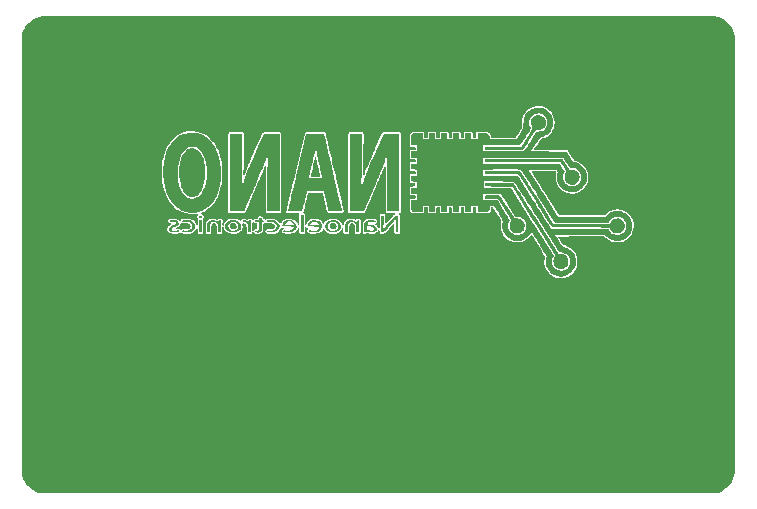
<source format=gbr>
%TF.GenerationSoftware,KiCad,Pcbnew,9.0.0-rc1*%
%TF.CreationDate,2025-01-29T12:40:29+01:00*%
%TF.ProjectId,Cinclidae,43696e63-6c69-4646-9165-2e6b69636164,rev?*%
%TF.SameCoordinates,PX8eb7a50PY5ee3fe0*%
%TF.FileFunction,Copper,L2,Bot*%
%TF.FilePolarity,Positive*%
%FSLAX46Y46*%
G04 Gerber Fmt 4.6, Leading zero omitted, Abs format (unit mm)*
G04 Created by KiCad (PCBNEW 9.0.0-rc1) date 2025-01-29 12:40:29*
%MOMM*%
%LPD*%
G01*
G04 APERTURE LIST*
%TA.AperFunction,EtchedComponent*%
%ADD10C,0.000000*%
%TD*%
%TA.AperFunction,ComponentPad*%
%ADD11C,1.500000*%
%TD*%
%TA.AperFunction,ComponentPad*%
%ADD12C,0.400000*%
%TD*%
%TA.AperFunction,ViaPad*%
%ADD13C,0.600000*%
%TD*%
G04 APERTURE END LIST*
D10*
%TA.AperFunction,EtchedComponent*%
%TO.C,G\u002A\u002A\u002A*%
G36*
X-6331784Y1903774D02*
G01*
X-6572054Y1903774D01*
X-6572054Y3379720D01*
X-6331784Y3379720D01*
X-6331784Y1903774D01*
G37*
%TD.AperFunction*%
%TA.AperFunction,EtchedComponent*%
G36*
X-14947189Y1903774D02*
G01*
X-15187460Y1903774D01*
X-15187460Y2899179D01*
X-14947189Y2899179D01*
X-14947189Y1903774D01*
G37*
%TD.AperFunction*%
%TA.AperFunction,EtchedComponent*%
G36*
X-15000923Y3311925D02*
G01*
X-14942361Y3278391D01*
X-14914971Y3217116D01*
X-14954054Y3146314D01*
X-14988556Y3123713D01*
X-15067324Y3105125D01*
X-15117380Y3112792D01*
X-15191622Y3159284D01*
X-15221784Y3230917D01*
X-15218518Y3251185D01*
X-15172873Y3301472D01*
X-15092266Y3324680D01*
X-15000923Y3311925D01*
G37*
%TD.AperFunction*%
%TA.AperFunction,EtchedComponent*%
G36*
X-11339305Y2923613D02*
G01*
X-11234343Y2895621D01*
X-11099035Y2809699D01*
X-10999892Y2714714D01*
X-10999892Y2806946D01*
X-10993085Y2866543D01*
X-10958465Y2893530D01*
X-10875754Y2899179D01*
X-10795442Y2894728D01*
X-10765982Y2873075D01*
X-10772312Y2821949D01*
X-10780288Y2759963D01*
X-10787017Y2645054D01*
X-10791648Y2494301D01*
X-10793477Y2324247D01*
X-10793946Y1903774D01*
X-11034216Y1903774D01*
X-11035308Y2238436D01*
X-11035491Y2266055D01*
X-11041901Y2438796D01*
X-11056498Y2562526D01*
X-11078213Y2627559D01*
X-11106213Y2658795D01*
X-11227165Y2734193D01*
X-11375203Y2761882D01*
X-11426577Y2764513D01*
X-11470490Y2788348D01*
X-11480433Y2852212D01*
X-11480045Y2877194D01*
X-11469058Y2920130D01*
X-11428499Y2932388D01*
X-11339305Y2923613D01*
G37*
%TD.AperFunction*%
%TA.AperFunction,EtchedComponent*%
G36*
X454071Y2724399D02*
G01*
X432994Y2137728D01*
X540345Y2286764D01*
X544301Y2292229D01*
X633181Y2407495D01*
X758680Y2560542D01*
X910994Y2739820D01*
X1080318Y2933779D01*
X1256849Y3130868D01*
X1347866Y3226493D01*
X1416252Y3281219D01*
X1480543Y3305542D01*
X1560283Y3311071D01*
X1700108Y3311071D01*
X1700108Y1903774D01*
X1459838Y1903774D01*
X1459838Y3079060D01*
X1313959Y2891388D01*
X1294564Y2866739D01*
X1206869Y2758712D01*
X1090795Y2619102D01*
X959173Y2463251D01*
X824838Y2306507D01*
X782890Y2258032D01*
X661047Y2119152D01*
X571548Y2022792D01*
X505188Y1961153D01*
X452760Y1926431D01*
X405059Y1910826D01*
X352878Y1906536D01*
X224162Y1903774D01*
X224162Y3311071D01*
X475148Y3311071D01*
X454071Y2724399D01*
G37*
%TD.AperFunction*%
%TA.AperFunction,EtchedComponent*%
G36*
X-2290834Y2926350D02*
G01*
X-2216502Y2919915D01*
X-2076084Y2890052D01*
X-1970866Y2834680D01*
X-1864686Y2756178D01*
X-1845989Y2827678D01*
X-1810323Y2881877D01*
X-1728321Y2899179D01*
X-1629351Y2899179D01*
X-1629351Y1903774D01*
X-1869622Y1903774D01*
X-1869622Y2215978D01*
X-1870161Y2287130D01*
X-1877901Y2442499D01*
X-1896559Y2550818D01*
X-1928348Y2627597D01*
X-2003949Y2710004D01*
X-2126711Y2769540D01*
X-2266082Y2787574D01*
X-2400330Y2761773D01*
X-2507725Y2689803D01*
X-2516089Y2679906D01*
X-2544390Y2628699D01*
X-2563603Y2551318D01*
X-2576282Y2433609D01*
X-2584979Y2261421D01*
X-2598219Y1903774D01*
X-2830703Y1903774D01*
X-2830197Y2255598D01*
X-2829947Y2305921D01*
X-2823502Y2488512D01*
X-2804663Y2620548D01*
X-2768477Y2716522D01*
X-2709992Y2790925D01*
X-2624257Y2858250D01*
X-2589928Y2880408D01*
X-2511890Y2916259D01*
X-2421408Y2929690D01*
X-2290834Y2926350D01*
G37*
%TD.AperFunction*%
%TA.AperFunction,EtchedComponent*%
G36*
X-8846323Y2903298D02*
G01*
X-8647750Y2828646D01*
X-8496313Y2707539D01*
X-8409932Y2589058D01*
X-8363993Y2455013D01*
X-8371437Y2306859D01*
X-8399640Y2217381D01*
X-8496559Y2077752D01*
X-8646370Y1971494D01*
X-8841587Y1905003D01*
X-8870069Y1899743D01*
X-8999085Y1886480D01*
X-9112054Y1888493D01*
X-9116002Y1888966D01*
X-9219094Y1899182D01*
X-9300838Y1903921D01*
X-9370111Y1913840D01*
X-9431292Y1953276D01*
X-9437519Y2013138D01*
X-9419116Y2039526D01*
X-9369377Y2050742D01*
X-9273316Y2037685D01*
X-9173018Y2025088D01*
X-8992633Y2035795D01*
X-8833240Y2086262D01*
X-8709418Y2170859D01*
X-8635746Y2283955D01*
X-8611955Y2431175D01*
X-8646518Y2564407D01*
X-8734532Y2672142D01*
X-8869026Y2748685D01*
X-9043029Y2788341D01*
X-9249573Y2785416D01*
X-9347529Y2777852D01*
X-9408265Y2787812D01*
X-9436024Y2820244D01*
X-9443822Y2844142D01*
X-9441391Y2880570D01*
X-9404493Y2903418D01*
X-9321737Y2917496D01*
X-9181729Y2927616D01*
X-9087255Y2929962D01*
X-8846323Y2903298D01*
G37*
%TD.AperFunction*%
%TA.AperFunction,EtchedComponent*%
G36*
X-13898289Y2919332D02*
G01*
X-13700169Y2852361D01*
X-13627235Y2816282D01*
X-13568660Y2793539D01*
X-13544571Y2800382D01*
X-13539892Y2835199D01*
X-13536055Y2862327D01*
X-13501275Y2891437D01*
X-13416085Y2899179D01*
X-13358308Y2897032D01*
X-13312660Y2881507D01*
X-13313112Y2844885D01*
X-13314099Y2841816D01*
X-13321843Y2781065D01*
X-13328150Y2668405D01*
X-13332393Y2518792D01*
X-13333946Y2347183D01*
X-13333946Y1903774D01*
X-13574216Y1903774D01*
X-13574216Y2232111D01*
X-13574226Y2244593D01*
X-13578287Y2425006D01*
X-13592841Y2551496D01*
X-13622456Y2637756D01*
X-13671703Y2697481D01*
X-13745151Y2744364D01*
X-13805504Y2770682D01*
X-13963706Y2792706D01*
X-14120747Y2746094D01*
X-14144169Y2733089D01*
X-14194640Y2692086D01*
X-14228126Y2633029D01*
X-14247983Y2543291D01*
X-14257567Y2410248D01*
X-14260234Y2221274D01*
X-14260703Y1903774D01*
X-14500973Y1903774D01*
X-14500973Y2290866D01*
X-14499793Y2418477D01*
X-14490543Y2584397D01*
X-14468103Y2701691D01*
X-14427756Y2782742D01*
X-14364787Y2839931D01*
X-14274481Y2885643D01*
X-14101867Y2928463D01*
X-13898289Y2919332D01*
G37*
%TD.AperFunction*%
%TA.AperFunction,EtchedComponent*%
G36*
X-15989846Y2896367D02*
G01*
X-15808331Y2832078D01*
X-15787543Y2821022D01*
X-15644326Y2707760D01*
X-15559108Y2558145D01*
X-15530831Y2370418D01*
X-15531825Y2313865D01*
X-15545448Y2227037D01*
X-15585824Y2156587D01*
X-15666431Y2072948D01*
X-15706229Y2037024D01*
X-15832314Y1954926D01*
X-15983931Y1910049D01*
X-15994769Y1908119D01*
X-16124308Y1894250D01*
X-16267424Y1891504D01*
X-16403652Y1898850D01*
X-16512523Y1915259D01*
X-16573571Y1939703D01*
X-16585143Y1957772D01*
X-16584624Y2017968D01*
X-16562648Y2045413D01*
X-16510563Y2051859D01*
X-16411464Y2035301D01*
X-16337909Y2024276D01*
X-16169839Y2031446D01*
X-16015600Y2078284D01*
X-15888703Y2157446D01*
X-15802657Y2261592D01*
X-15770973Y2383378D01*
X-15789130Y2512037D01*
X-15861951Y2642948D01*
X-15985903Y2734393D01*
X-16156089Y2783070D01*
X-16367612Y2785676D01*
X-16478441Y2777005D01*
X-16551732Y2778779D01*
X-16588323Y2795600D01*
X-16604719Y2830596D01*
X-16605715Y2834584D01*
X-16603470Y2875314D01*
X-16562317Y2900334D01*
X-16467427Y2919214D01*
X-16425265Y2924645D01*
X-16205087Y2928492D01*
X-15989846Y2896367D01*
G37*
%TD.AperFunction*%
%TA.AperFunction,EtchedComponent*%
G36*
X-3156217Y2363173D02*
G01*
X-3202823Y2208791D01*
X-3302497Y2073682D01*
X-3446198Y1969034D01*
X-3624885Y1906036D01*
X-3756135Y1889876D01*
X-4000035Y1906190D01*
X-4228125Y1978188D01*
X-4328815Y2039865D01*
X-4439836Y2162725D01*
X-4500719Y2308791D01*
X-4506188Y2389234D01*
X-4265383Y2389234D01*
X-4225283Y2247638D01*
X-4130330Y2127971D01*
X-3986914Y2043357D01*
X-3956786Y2033004D01*
X-3795446Y2011947D01*
X-3647775Y2044874D01*
X-3526516Y2124062D01*
X-3444415Y2241790D01*
X-3414216Y2390336D01*
X-3414888Y2421127D01*
X-3448691Y2584585D01*
X-3533204Y2701868D01*
X-3667966Y2772550D01*
X-3852518Y2796206D01*
X-3859578Y2796173D01*
X-4027718Y2769333D01*
X-4152226Y2690697D01*
X-4237281Y2557671D01*
X-4244243Y2539638D01*
X-4265383Y2389234D01*
X-4506188Y2389234D01*
X-4511287Y2464239D01*
X-4471361Y2615241D01*
X-4380765Y2747973D01*
X-4239320Y2848607D01*
X-4146818Y2883227D01*
X-3961489Y2918843D01*
X-3764139Y2925177D01*
X-3587082Y2899697D01*
X-3461496Y2847380D01*
X-3322920Y2745131D01*
X-3216709Y2616998D01*
X-3160695Y2480514D01*
X-3157254Y2390336D01*
X-3156217Y2363173D01*
G37*
%TD.AperFunction*%
%TA.AperFunction,EtchedComponent*%
G36*
X-1401954Y8193706D02*
G01*
X-1405560Y7870102D01*
X-1410082Y7503918D01*
X-1414819Y7157514D01*
X-1419654Y6837871D01*
X-1424468Y6551969D01*
X-1429143Y6306790D01*
X-1433559Y6109314D01*
X-1437599Y5966522D01*
X-1441144Y5885395D01*
X-1458628Y5627963D01*
X-1240799Y6245801D01*
X-1221861Y6299441D01*
X-1135237Y6542370D01*
X-1053656Y6765934D01*
X-973404Y6979229D01*
X-890765Y7191350D01*
X-802023Y7411395D01*
X-703465Y7648460D01*
X-591373Y7911641D01*
X-462033Y8210033D01*
X-311729Y8552735D01*
X-136747Y8948841D01*
X437003Y10244584D01*
X1768757Y10244584D01*
X1768757Y3654314D01*
X731636Y3654314D01*
X743913Y6086048D01*
X756189Y8517782D01*
X580794Y8016791D01*
X575863Y8002714D01*
X519314Y7842558D01*
X464748Y7691183D01*
X409507Y7542061D01*
X350933Y7388669D01*
X286368Y7224479D01*
X213151Y7042965D01*
X128626Y6837603D01*
X30133Y6601866D01*
X-84986Y6329228D01*
X-219389Y6013164D01*
X-375736Y5647147D01*
X-556685Y5224652D01*
X-1229795Y3654314D01*
X-2418811Y3654314D01*
X-2418811Y10244584D01*
X-1380248Y10244584D01*
X-1401954Y8193706D01*
G37*
%TD.AperFunction*%
%TA.AperFunction,EtchedComponent*%
G36*
X-9944419Y3117815D02*
G01*
X-9941624Y3117046D01*
X-9883670Y3078886D01*
X-9867189Y2998149D01*
X-9864155Y2947644D01*
X-9837257Y2907815D01*
X-9764216Y2899179D01*
X-9691944Y2888568D01*
X-9661243Y2847693D01*
X-9682465Y2811556D01*
X-9764216Y2796206D01*
X-9867189Y2796206D01*
X-9867189Y2472359D01*
X-9867198Y2461452D01*
X-9872100Y2265582D01*
X-9888663Y2125474D01*
X-9920768Y2029229D01*
X-9972297Y1964948D01*
X-10047131Y1920732D01*
X-10106320Y1898719D01*
X-10233100Y1874310D01*
X-10343374Y1880589D01*
X-10421217Y1915361D01*
X-10450703Y1976426D01*
X-10443992Y2010529D01*
X-10404622Y2034806D01*
X-10314613Y2041071D01*
X-10292338Y2041432D01*
X-10210164Y2054752D01*
X-10156022Y2094849D01*
X-10125205Y2172038D01*
X-10113002Y2296631D01*
X-10114708Y2478940D01*
X-10124622Y2779044D01*
X-10304824Y2789419D01*
X-10374780Y2795372D01*
X-10458616Y2815068D01*
X-10485027Y2847693D01*
X-10477783Y2866704D01*
X-10421844Y2892209D01*
X-10304824Y2905966D01*
X-10210387Y2912978D01*
X-10149967Y2928368D01*
X-10123904Y2962772D01*
X-10113866Y3027895D01*
X-10110828Y3054171D01*
X-10089712Y3117806D01*
X-10039977Y3135977D01*
X-9944419Y3117815D01*
G37*
%TD.AperFunction*%
%TA.AperFunction,EtchedComponent*%
G36*
X-11622118Y2369427D02*
G01*
X-11672871Y2192678D01*
X-11752701Y2081224D01*
X-11896638Y1976665D01*
X-12084173Y1906832D01*
X-12194940Y1888835D01*
X-12400624Y1894798D01*
X-12599507Y1944967D01*
X-12772834Y2033647D01*
X-12901851Y2155142D01*
X-12949796Y2250673D01*
X-12975133Y2400972D01*
X-12971280Y2437529D01*
X-12716108Y2437529D01*
X-12716102Y2434955D01*
X-12687896Y2271439D01*
X-12610413Y2140326D01*
X-12491823Y2055529D01*
X-12404801Y2025210D01*
X-12262072Y2012533D01*
X-12115433Y2054887D01*
X-12091509Y2066215D01*
X-11962455Y2163634D01*
X-11884982Y2291611D01*
X-11864505Y2436428D01*
X-11906439Y2584366D01*
X-11995300Y2695640D01*
X-12137385Y2770734D01*
X-12323106Y2796206D01*
X-12430580Y2788504D01*
X-12512777Y2754569D01*
X-12599405Y2679503D01*
X-12647144Y2627818D01*
X-12701181Y2537954D01*
X-12716108Y2437529D01*
X-12971280Y2437529D01*
X-12958959Y2554441D01*
X-12901304Y2682135D01*
X-12892980Y2693129D01*
X-12790174Y2799897D01*
X-12668105Y2868639D01*
X-12511281Y2905428D01*
X-12304216Y2916341D01*
X-12300146Y2916340D01*
X-12147010Y2913215D01*
X-12040343Y2901257D01*
X-11958593Y2876287D01*
X-11880207Y2834127D01*
X-11857400Y2819365D01*
X-11716815Y2690296D01*
X-11637577Y2537808D01*
X-11628269Y2436428D01*
X-11622118Y2369427D01*
G37*
%TD.AperFunction*%
%TA.AperFunction,EtchedComponent*%
G36*
X-17265879Y2915765D02*
G01*
X-17157402Y2910401D01*
X-17085563Y2895219D01*
X-17031051Y2865251D01*
X-16974555Y2815528D01*
X-16951599Y2791989D01*
X-16892880Y2713564D01*
X-16869351Y2650927D01*
X-16881085Y2598944D01*
X-16948823Y2510966D01*
X-17067262Y2429701D01*
X-17225411Y2364008D01*
X-17346396Y2320072D01*
X-17456576Y2257299D01*
X-17503280Y2189572D01*
X-17489508Y2114052D01*
X-17451808Y2071509D01*
X-17351043Y2027788D01*
X-17214618Y2015320D01*
X-17059518Y2037142D01*
X-17023981Y2046131D01*
X-16935725Y2067118D01*
X-16891022Y2069380D01*
X-16871645Y2050135D01*
X-16859369Y2006603D01*
X-16856643Y1995422D01*
X-16856174Y1958796D01*
X-16883540Y1934001D01*
X-16952121Y1913896D01*
X-17075297Y1891339D01*
X-17080137Y1890559D01*
X-17202289Y1885316D01*
X-17349387Y1897407D01*
X-17490302Y1922850D01*
X-17593909Y1957666D01*
X-17641362Y1989696D01*
X-17712457Y2078414D01*
X-17746166Y2181188D01*
X-17731728Y2273366D01*
X-17682906Y2337413D01*
X-17555090Y2424607D01*
X-17372354Y2489533D01*
X-17297450Y2511817D01*
X-17181706Y2571134D01*
X-17130187Y2644200D01*
X-17144751Y2729061D01*
X-17148158Y2735313D01*
X-17176195Y2772578D01*
X-17218991Y2791250D01*
X-17294386Y2795156D01*
X-17420218Y2788119D01*
X-17491812Y2783681D01*
X-17594149Y2783108D01*
X-17650322Y2795548D01*
X-17674918Y2822997D01*
X-17684179Y2859623D01*
X-17670588Y2889236D01*
X-17620135Y2906427D01*
X-17522244Y2914396D01*
X-17366338Y2916341D01*
X-17265879Y2915765D01*
G37*
%TD.AperFunction*%
%TA.AperFunction,EtchedComponent*%
G36*
X-4778393Y2494573D02*
G01*
X-4770414Y2322328D01*
X-4824428Y2167984D01*
X-4935856Y2041043D01*
X-5100116Y1951003D01*
X-5103681Y1949749D01*
X-5210195Y1926983D01*
X-5358883Y1912128D01*
X-5524796Y1906122D01*
X-5682987Y1909901D01*
X-5808508Y1924402D01*
X-5836985Y1930945D01*
X-5891129Y1959681D01*
X-5894693Y2009884D01*
X-5891458Y2020802D01*
X-5858952Y2058023D01*
X-5788555Y2052355D01*
X-5761663Y2046401D01*
X-5623398Y2030686D01*
X-5467037Y2029748D01*
X-5321124Y2042763D01*
X-5214203Y2068909D01*
X-5170028Y2093436D01*
X-5085200Y2169897D01*
X-5019513Y2262768D01*
X-4993135Y2346705D01*
X-5022360Y2363062D01*
X-5114576Y2374960D01*
X-5271633Y2381998D01*
X-5495357Y2384314D01*
X-5997580Y2384314D01*
X-5978712Y2524985D01*
X-5971287Y2548298D01*
X-5748270Y2548298D01*
X-5741893Y2521209D01*
X-5714591Y2503340D01*
X-5654436Y2493076D01*
X-5549503Y2488398D01*
X-5387865Y2487287D01*
X-5264050Y2488185D01*
X-5130589Y2495051D01*
X-5053205Y2512677D01*
X-5024394Y2545715D01*
X-5036652Y2598818D01*
X-5082475Y2676640D01*
X-5155376Y2749632D01*
X-5269189Y2797845D01*
X-5398555Y2809196D01*
X-5527310Y2786801D01*
X-5639290Y2733776D01*
X-5718331Y2653236D01*
X-5748270Y2548298D01*
X-5971287Y2548298D01*
X-5933855Y2665818D01*
X-5834076Y2791033D01*
X-5692002Y2879929D01*
X-5518390Y2928012D01*
X-5323997Y2930791D01*
X-5119579Y2883774D01*
X-5116609Y2882710D01*
X-4972633Y2813129D01*
X-4874488Y2715812D01*
X-4801487Y2570375D01*
X-4793974Y2545715D01*
X-4778393Y2494573D01*
G37*
%TD.AperFunction*%
%TA.AperFunction,EtchedComponent*%
G36*
X-6915297Y2383867D02*
G01*
X-6916482Y2345310D01*
X-6954362Y2188679D01*
X-7048829Y2065337D01*
X-7204356Y1968864D01*
X-7270508Y1943871D01*
X-7420256Y1914385D01*
X-7618946Y1904996D01*
X-7669336Y1905154D01*
X-7845803Y1911032D01*
X-7962936Y1926424D01*
X-8027934Y1952783D01*
X-8048000Y1991562D01*
X-8044106Y2022385D01*
X-8014893Y2051585D01*
X-7945980Y2055740D01*
X-7824334Y2037529D01*
X-7743401Y2026196D01*
X-7564319Y2027525D01*
X-7403792Y2062647D01*
X-7274024Y2126421D01*
X-7187215Y2213703D01*
X-7155568Y2319352D01*
X-7160359Y2343653D01*
X-7182038Y2361628D01*
X-7230959Y2373909D01*
X-7317474Y2382032D01*
X-7451934Y2387535D01*
X-7644689Y2391953D01*
X-8133811Y2401476D01*
X-8124519Y2517312D01*
X-8115972Y2561427D01*
X-7883604Y2561427D01*
X-7879492Y2534746D01*
X-7853129Y2517277D01*
X-7792917Y2506476D01*
X-7687258Y2499801D01*
X-7524554Y2494707D01*
X-7384011Y2492164D01*
X-7253017Y2495994D01*
X-7178522Y2511709D01*
X-7153700Y2543318D01*
X-7171726Y2594832D01*
X-7225778Y2670260D01*
X-7241340Y2688166D01*
X-7353478Y2765839D01*
X-7495393Y2809021D01*
X-7637713Y2807899D01*
X-7743888Y2761284D01*
X-7834830Y2674936D01*
X-7881985Y2573098D01*
X-7883604Y2561427D01*
X-8115972Y2561427D01*
X-8108380Y2600615D01*
X-8035280Y2733954D01*
X-7916252Y2837077D01*
X-7763413Y2905428D01*
X-7588877Y2934448D01*
X-7404763Y2919582D01*
X-7223185Y2856274D01*
X-7190571Y2838816D01*
X-7038542Y2718967D01*
X-6946334Y2566627D01*
X-6942376Y2543318D01*
X-6915297Y2383867D01*
G37*
%TD.AperFunction*%
%TA.AperFunction,EtchedComponent*%
G36*
X-116865Y2193976D02*
G01*
X-132056Y2087703D01*
X-208161Y1993176D01*
X-342643Y1919846D01*
X-414374Y1900000D01*
X-575654Y1886828D01*
X-735887Y1906885D01*
X-864428Y1957935D01*
X-927824Y1992740D01*
X-990558Y2001161D01*
X-1011514Y1955260D01*
X-1032736Y1919124D01*
X-1114487Y1903774D01*
X-1217460Y1903774D01*
X-1217460Y2265884D01*
X-1216691Y2361553D01*
X-1213724Y2418638D01*
X-981333Y2418638D01*
X-970680Y2291026D01*
X-964046Y2241528D01*
X-926961Y2156982D01*
X-843397Y2085080D01*
X-796085Y2057118D01*
X-658984Y2012673D01*
X-530039Y2018619D01*
X-428000Y2075395D01*
X-376180Y2142102D01*
X-363384Y2224167D01*
X-417630Y2298102D01*
X-539655Y2365821D01*
X-565989Y2375668D01*
X-693183Y2406298D01*
X-823699Y2418638D01*
X-981333Y2418638D01*
X-1213724Y2418638D01*
X-1207234Y2543511D01*
X-1183276Y2674217D01*
X-1140159Y2765564D01*
X-1073224Y2829448D01*
X-977813Y2877762D01*
X-917405Y2897818D01*
X-735471Y2927864D01*
X-535904Y2928050D01*
X-350770Y2897374D01*
X-293194Y2881108D01*
X-238579Y2859431D01*
X-226494Y2832156D01*
X-242137Y2783811D01*
X-244738Y2777554D01*
X-278587Y2748873D01*
X-347344Y2763842D01*
X-397104Y2776565D01*
X-507357Y2790706D01*
X-633689Y2796206D01*
X-705192Y2795224D01*
X-797029Y2785185D01*
X-856235Y2757938D01*
X-906049Y2705766D01*
X-910719Y2699771D01*
X-957819Y2631352D01*
X-977189Y2588101D01*
X-957358Y2573962D01*
X-885723Y2554638D01*
X-779824Y2538181D01*
X-614634Y2515494D01*
X-447934Y2478790D01*
X-322704Y2429632D01*
X-223615Y2363198D01*
X-165126Y2302544D01*
X-130286Y2224167D01*
X-116865Y2193976D01*
G37*
%TD.AperFunction*%
%TA.AperFunction,EtchedComponent*%
G36*
X-8356919Y3654314D02*
G01*
X-9420973Y3654314D01*
X-9419154Y4847084D01*
X-9419035Y4905470D01*
X-9417258Y5264693D01*
X-9413795Y5667041D01*
X-9408917Y6090906D01*
X-9402898Y6514680D01*
X-9396010Y6916758D01*
X-9388525Y7275530D01*
X-9382349Y7550301D01*
X-9376918Y7812737D01*
X-9372585Y8045229D01*
X-9369473Y8240040D01*
X-9367706Y8389435D01*
X-9367407Y8485675D01*
X-9368698Y8521025D01*
X-9369647Y8520722D01*
X-9386778Y8483882D01*
X-9420630Y8395808D01*
X-9466812Y8268275D01*
X-9520927Y8113060D01*
X-9555339Y8014792D01*
X-9630020Y7809340D01*
X-9717734Y7575106D01*
X-9810244Y7333976D01*
X-9899310Y7107836D01*
X-9924928Y7044402D01*
X-9990403Y6884995D01*
X-10073825Y6684390D01*
X-10172010Y6450050D01*
X-10281776Y6189437D01*
X-10399939Y5910014D01*
X-10523316Y5619243D01*
X-10648724Y5324588D01*
X-10772980Y5033510D01*
X-10892900Y4753472D01*
X-11005302Y4491937D01*
X-11107001Y4256367D01*
X-11194816Y4054225D01*
X-11265563Y3892974D01*
X-11316058Y3780075D01*
X-11343119Y3722993D01*
X-11356103Y3702828D01*
X-11380602Y3683478D01*
X-11423434Y3670083D01*
X-11494661Y3661554D01*
X-11604346Y3656808D01*
X-11762553Y3654757D01*
X-11979343Y3654314D01*
X-12578811Y3654314D01*
X-12578811Y10244584D01*
X-11504647Y10244584D01*
X-11529246Y8262355D01*
X-11532517Y8011944D01*
X-11537898Y7644750D01*
X-11543711Y7294080D01*
X-11549795Y6967381D01*
X-11555992Y6672098D01*
X-11562141Y6415677D01*
X-11568083Y6205564D01*
X-11573659Y6049204D01*
X-11578708Y5954044D01*
X-11584910Y5870141D01*
X-11593399Y5743551D01*
X-11598208Y5654568D01*
X-11598430Y5618603D01*
X-11588302Y5640884D01*
X-11559174Y5718383D01*
X-11514744Y5841631D01*
X-11458652Y6000523D01*
X-11394535Y6184954D01*
X-11367773Y6262098D01*
X-11284472Y6497151D01*
X-11198103Y6732432D01*
X-11106086Y6974146D01*
X-11005844Y7228499D01*
X-10894796Y7501697D01*
X-10770364Y7799947D01*
X-10629968Y8129454D01*
X-10471029Y8496425D01*
X-10290968Y8907065D01*
X-10087205Y9367581D01*
X-9857162Y9884179D01*
X-9703943Y10227422D01*
X-8356919Y10246036D01*
X-8356919Y3654314D01*
G37*
%TD.AperFunction*%
%TA.AperFunction,EtchedComponent*%
G36*
X-13335594Y6806790D02*
G01*
X-13343390Y6513042D01*
X-13360556Y6244864D01*
X-13387066Y6022693D01*
X-13414851Y5873818D01*
X-13491262Y5566101D01*
X-13590390Y5255014D01*
X-13704182Y4964559D01*
X-13824584Y4718736D01*
X-13926028Y4555795D01*
X-14139975Y4286740D01*
X-14389364Y4047523D01*
X-14662303Y3847575D01*
X-14946896Y3696330D01*
X-15231249Y3603220D01*
X-15491545Y3562262D01*
X-15873688Y3557387D01*
X-16246139Y3616471D01*
X-16601487Y3736777D01*
X-16932321Y3915570D01*
X-17231234Y4150112D01*
X-17490813Y4437667D01*
X-17585376Y4571613D01*
X-17784252Y4927119D01*
X-17947113Y5330974D01*
X-18071887Y5774882D01*
X-18156499Y6250543D01*
X-18198878Y6749659D01*
X-18197860Y7020840D01*
X-16986563Y7020840D01*
X-16976445Y6636185D01*
X-16934148Y6268723D01*
X-16862032Y5925546D01*
X-16762456Y5613747D01*
X-16637780Y5340417D01*
X-16490363Y5112649D01*
X-16322564Y4937535D01*
X-16136744Y4822166D01*
X-16035972Y4784803D01*
X-15795436Y4742147D01*
X-15562662Y4764787D01*
X-15342576Y4850356D01*
X-15140100Y4996488D01*
X-14960161Y5200815D01*
X-14807683Y5460970D01*
X-14701969Y5725355D01*
X-14604613Y6094308D01*
X-14545007Y6494229D01*
X-14523125Y6910519D01*
X-14538947Y7328579D01*
X-14592448Y7733809D01*
X-14683606Y8111610D01*
X-14812397Y8447383D01*
X-14902285Y8610938D01*
X-15067595Y8825437D01*
X-15258322Y8990151D01*
X-15467040Y9101509D01*
X-15686327Y9155937D01*
X-15908756Y9149866D01*
X-16126904Y9079723D01*
X-16179134Y9052254D01*
X-16381466Y8899215D01*
X-16558380Y8686761D01*
X-16707814Y8419176D01*
X-16827701Y8100747D01*
X-16915977Y7735759D01*
X-16970577Y7328498D01*
X-16986563Y7020840D01*
X-18197860Y7020840D01*
X-18196948Y7263932D01*
X-18155156Y7735064D01*
X-18068022Y8213889D01*
X-17939717Y8651040D01*
X-17772357Y9043927D01*
X-17568060Y9389958D01*
X-17328943Y9686543D01*
X-17057123Y9931092D01*
X-16754718Y10121014D01*
X-16423845Y10253719D01*
X-16066620Y10326617D01*
X-15685162Y10337117D01*
X-15368353Y10299237D01*
X-15029226Y10203124D01*
X-14714901Y10048329D01*
X-14629268Y9993601D01*
X-14326832Y9749601D01*
X-14059840Y9449605D01*
X-13830219Y9096935D01*
X-13639895Y8694909D01*
X-13490793Y8246848D01*
X-13384841Y7756071D01*
X-13368685Y7637096D01*
X-13348215Y7389253D01*
X-13337193Y7105673D01*
X-13336149Y6910519D01*
X-13335594Y6806790D01*
G37*
%TD.AperFunction*%
%TA.AperFunction,EtchedComponent*%
G36*
X-3639261Y6177152D02*
G01*
X-3554679Y5816912D01*
X-3465044Y5435600D01*
X-3380928Y5078221D01*
X-3303596Y4750140D01*
X-3234318Y4456718D01*
X-3174360Y4203320D01*
X-3124990Y3995307D01*
X-3087477Y3838045D01*
X-3063087Y3736894D01*
X-3053088Y3697220D01*
X-3052907Y3690628D01*
X-3075631Y3676125D01*
X-3137902Y3665779D01*
X-3246989Y3659052D01*
X-3410159Y3655409D01*
X-3634681Y3654314D01*
X-3670486Y3654316D01*
X-3876263Y3654683D01*
X-4024667Y3656558D01*
X-4125526Y3661183D01*
X-4188667Y3669796D01*
X-4223916Y3683638D01*
X-4241101Y3703948D01*
X-4250048Y3731968D01*
X-4253956Y3748656D01*
X-4271827Y3830124D01*
X-4300298Y3963197D01*
X-4337070Y4137025D01*
X-4379843Y4340757D01*
X-4426316Y4563542D01*
X-4448756Y4670408D01*
X-4494093Y4879977D01*
X-4535273Y5062174D01*
X-4569945Y5207019D01*
X-4595757Y5304531D01*
X-4610359Y5344727D01*
X-4614118Y5346661D01*
X-4669492Y5354075D01*
X-4780347Y5359647D01*
X-4935985Y5363115D01*
X-5125710Y5364213D01*
X-5338825Y5362680D01*
X-6040027Y5353368D01*
X-6147868Y4907152D01*
X-6188754Y4736732D01*
X-6245368Y4497874D01*
X-6300955Y4260668D01*
X-6347859Y4057625D01*
X-6440009Y3654314D01*
X-7675887Y3654314D01*
X-7654794Y3748706D01*
X-7652949Y3756698D01*
X-7637075Y3823748D01*
X-7606679Y3951251D01*
X-7562898Y4134455D01*
X-7506873Y4368611D01*
X-7439740Y4648966D01*
X-7362637Y4970771D01*
X-7276703Y5329275D01*
X-7183077Y5719726D01*
X-7082895Y6137375D01*
X-7003346Y6468909D01*
X-5874209Y6468909D01*
X-5311224Y6468909D01*
X-5205214Y6468999D01*
X-5025810Y6470159D01*
X-4901349Y6473483D01*
X-4822515Y6479999D01*
X-4779987Y6490735D01*
X-4764446Y6506718D01*
X-4766575Y6528976D01*
X-4774238Y6556162D01*
X-4800830Y6663897D01*
X-4837171Y6822715D01*
X-4880857Y7021132D01*
X-4929485Y7247663D01*
X-4980650Y7490823D01*
X-5031950Y7739129D01*
X-5080980Y7981095D01*
X-5125338Y8205237D01*
X-5162619Y8400071D01*
X-5190419Y8554111D01*
X-5208776Y8658539D01*
X-5240034Y8824548D01*
X-5267735Y8957414D01*
X-5289406Y9045598D01*
X-5302575Y9077557D01*
X-5304339Y9076488D01*
X-5320237Y9033983D01*
X-5344238Y8938657D01*
X-5373400Y8803105D01*
X-5404782Y8639922D01*
X-5420732Y8555257D01*
X-5458819Y8363685D01*
X-5507063Y8130105D01*
X-5562129Y7870345D01*
X-5620685Y7600233D01*
X-5679399Y7335598D01*
X-5874209Y6468909D01*
X-7003346Y6468909D01*
X-6977297Y6577470D01*
X-6867420Y7035260D01*
X-6101140Y10227422D01*
X-5347104Y10236644D01*
X-4593069Y10245866D01*
X-4519400Y9927725D01*
X-4514705Y9907465D01*
X-4476546Y9743508D01*
X-4429053Y9540326D01*
X-4377820Y9321818D01*
X-4328441Y9111882D01*
X-4310882Y9037303D01*
X-4273387Y8877865D01*
X-4222903Y8663056D01*
X-4161020Y8399638D01*
X-4089324Y8094377D01*
X-4009405Y7754036D01*
X-3922850Y7385379D01*
X-3831249Y6995170D01*
X-3736190Y6590173D01*
X-3716605Y6506718D01*
X-3639261Y6177152D01*
G37*
%TD.AperFunction*%
%TA.AperFunction,EtchedComponent*%
G36*
X14785582Y10928909D02*
G01*
X14711342Y10680397D01*
X14589339Y10453223D01*
X14421819Y10256216D01*
X14211029Y10098200D01*
X13959214Y9988005D01*
X13875616Y9961085D01*
X13762951Y9920963D01*
X13686852Y9889146D01*
X13647103Y9851509D01*
X13577530Y9763641D01*
X13486451Y9635984D01*
X13380872Y9478379D01*
X13267801Y9300665D01*
X12927005Y8751476D01*
X15960355Y8717152D01*
X16225750Y8288098D01*
X16491144Y7859044D01*
X16693561Y7805111D01*
X16934121Y7717136D01*
X17187823Y7560062D01*
X17399234Y7350861D01*
X17562682Y7094173D01*
X17583166Y7050460D01*
X17613603Y6966005D01*
X17631767Y6870863D01*
X17640625Y6745741D01*
X17643149Y6571347D01*
X17643175Y6544955D01*
X17643178Y6541390D01*
X17641395Y6383489D01*
X17633299Y6269689D01*
X17614854Y6178770D01*
X17582020Y6089511D01*
X17530761Y5980693D01*
X17517144Y5953810D01*
X17361704Y5722907D01*
X17167482Y5540683D01*
X16943592Y5407539D01*
X16699144Y5323873D01*
X16443250Y5290086D01*
X16185022Y5306578D01*
X15933573Y5373747D01*
X15698014Y5491994D01*
X15487457Y5661718D01*
X15311013Y5883319D01*
X15232960Y6036448D01*
X15163967Y6251540D01*
X15126393Y6477949D01*
X15123605Y6693679D01*
X15158970Y6876736D01*
X15179592Y6980256D01*
X15154805Y7087804D01*
X15112590Y7189720D01*
X13913698Y7189720D01*
X13784864Y7189671D01*
X13484658Y7188990D01*
X13244911Y7187320D01*
X13059661Y7184425D01*
X12922949Y7180067D01*
X12828812Y7174012D01*
X12771292Y7166022D01*
X12744426Y7155861D01*
X12742254Y7143294D01*
X12748523Y7133064D01*
X12787131Y7070911D01*
X12857625Y6957803D01*
X12956931Y6798659D01*
X13081978Y6598397D01*
X13229693Y6361937D01*
X13397004Y6094196D01*
X13580837Y5800095D01*
X13778121Y5484551D01*
X13985784Y5152484D01*
X15201865Y3208098D01*
X19178265Y3208098D01*
X19345318Y3358293D01*
X19425718Y3425967D01*
X19681319Y3586926D01*
X19952359Y3682111D01*
X20233979Y3710832D01*
X20521322Y3672399D01*
X20809531Y3566124D01*
X20886547Y3525028D01*
X21109810Y3358876D01*
X21285645Y3152013D01*
X21411095Y2913894D01*
X21483204Y2653975D01*
X21499014Y2381715D01*
X21494099Y2350587D01*
X21455568Y2106568D01*
X21349910Y1837991D01*
X21281672Y1722544D01*
X21100851Y1505328D01*
X20884765Y1338832D01*
X20642631Y1224651D01*
X20383667Y1164381D01*
X20117090Y1159616D01*
X19852118Y1211952D01*
X19597967Y1322983D01*
X19363856Y1494305D01*
X19178726Y1663503D01*
X17081174Y1663503D01*
X17049652Y1663501D01*
X16678744Y1663118D01*
X16329457Y1662119D01*
X16007670Y1660562D01*
X15719260Y1658506D01*
X15470106Y1656009D01*
X15266087Y1653128D01*
X15113081Y1649923D01*
X15016966Y1646450D01*
X14983622Y1642768D01*
X14989621Y1628829D01*
X15025179Y1564825D01*
X15087343Y1459129D01*
X15169941Y1322170D01*
X15266797Y1164379D01*
X15549973Y706725D01*
X15713752Y670453D01*
X15723955Y668153D01*
X16003905Y570234D01*
X16248163Y414907D01*
X16451999Y205987D01*
X16610683Y-52713D01*
X16631420Y-96963D01*
X16676651Y-207054D01*
X16702530Y-307720D01*
X16714248Y-424952D01*
X16716608Y-561953D01*
X16717000Y-584740D01*
X16716751Y-645056D01*
X16711543Y-787633D01*
X16695607Y-896443D01*
X16663750Y-997487D01*
X16610782Y-1116767D01*
X16596869Y-1145135D01*
X16435346Y-1392740D01*
X16227102Y-1594722D01*
X15980244Y-1744659D01*
X15702877Y-1836128D01*
X15699516Y-1836818D01*
X15455464Y-1856052D01*
X15198522Y-1823626D01*
X14947556Y-1745395D01*
X14721430Y-1627214D01*
X14539010Y-1474937D01*
X14509097Y-1441383D01*
X14343682Y-1202442D01*
X14233041Y-938357D01*
X14181320Y-662159D01*
X14192668Y-386878D01*
X14208103Y-300275D01*
X14228135Y-207410D01*
X14243156Y-159719D01*
X14242086Y-151985D01*
X14215504Y-95221D01*
X14158268Y9279D01*
X14074654Y154182D01*
X13968937Y332152D01*
X13845390Y535856D01*
X13708290Y757959D01*
X13665291Y827046D01*
X13524162Y1053877D01*
X13392312Y1265915D01*
X13275141Y1454464D01*
X13178052Y1610828D01*
X13106449Y1726312D01*
X13065733Y1792220D01*
X13033053Y1843545D01*
X12985059Y1911091D01*
X12958736Y1937124D01*
X12936057Y1913068D01*
X12888322Y1844600D01*
X12827103Y1747439D01*
X12702623Y1576218D01*
X12506511Y1395782D01*
X12282812Y1267145D01*
X12040347Y1189366D01*
X11787938Y1161502D01*
X11534406Y1182611D01*
X11288573Y1251750D01*
X11059261Y1367977D01*
X10855291Y1530350D01*
X10685485Y1737926D01*
X10558665Y1989763D01*
X10530882Y2081335D01*
X10498929Y2263722D01*
X10486305Y2459641D01*
X10494157Y2642992D01*
X10523630Y2787678D01*
X10529872Y2807435D01*
X10535459Y2845365D01*
X10529022Y2890067D01*
X10506429Y2950066D01*
X10463546Y3033892D01*
X10396242Y3150073D01*
X10300383Y3307137D01*
X10171837Y3513611D01*
X9783549Y4134855D01*
X9431582Y4134855D01*
X9415453Y3940369D01*
X9409531Y3879695D01*
X9389870Y3777757D01*
X9352142Y3706507D01*
X9286248Y3660526D01*
X9182092Y3634392D01*
X9029576Y3622687D01*
X8818603Y3619990D01*
X8393351Y3619990D01*
X8393351Y4134855D01*
X7878486Y4134855D01*
X7878486Y3619990D01*
X7363622Y3619990D01*
X7363622Y4134855D01*
X6848757Y4134855D01*
X6848757Y3619990D01*
X6333892Y3619990D01*
X6333892Y4134855D01*
X5819027Y4134855D01*
X5819027Y3619990D01*
X5338486Y3619990D01*
X5338486Y4134855D01*
X4789297Y4134855D01*
X4789297Y3619990D01*
X4308757Y3619990D01*
X4308757Y4134855D01*
X3759567Y4134855D01*
X3759567Y3619990D01*
X3336986Y3619990D01*
X3303600Y3619988D01*
X3102282Y3621963D01*
X2958550Y3634261D01*
X2862703Y3666470D01*
X2805041Y3728178D01*
X2775864Y3828973D01*
X2765471Y3978442D01*
X2764162Y4186175D01*
X2764162Y4612388D01*
X3013013Y4622473D01*
X3261865Y4632557D01*
X3271890Y4898571D01*
X3281268Y5147422D01*
X8891054Y5147422D01*
X8891054Y4632557D01*
X10088114Y4598233D01*
X10476464Y3980395D01*
X10493426Y3953403D01*
X10619610Y3752228D01*
X10741872Y3556709D01*
X10852040Y3379950D01*
X10941944Y3235057D01*
X11003415Y3135135D01*
X11142017Y2907713D01*
X11065573Y2778149D01*
X11010349Y2637692D01*
X10987327Y2451726D01*
X11004952Y2259887D01*
X11063310Y2088294D01*
X11138503Y1972019D01*
X11292297Y1818074D01*
X11472857Y1709788D01*
X11544361Y1687798D01*
X11700766Y1668679D01*
X11868672Y1674285D01*
X12014567Y1704917D01*
X12029046Y1710246D01*
X12168773Y1783622D01*
X12301972Y1885967D01*
X12398577Y1994599D01*
X12413641Y2018977D01*
X12487503Y2198615D01*
X12521206Y2400468D01*
X12508722Y2591852D01*
X12477271Y2701924D01*
X12372506Y2896617D01*
X12217312Y3048170D01*
X12016692Y3152396D01*
X11775649Y3205111D01*
X11571054Y3225260D01*
X10982631Y4166563D01*
X10851790Y4374597D01*
X10679889Y4642713D01*
X10540837Y4852257D01*
X10434118Y5003977D01*
X10359220Y5098621D01*
X10315629Y5136935D01*
X10313417Y5137670D01*
X10250710Y5146095D01*
X10132369Y5152528D01*
X9970445Y5156654D01*
X9776989Y5158154D01*
X9564052Y5156713D01*
X8891054Y5147422D01*
X3281268Y5147422D01*
X3281915Y5164584D01*
X2764162Y5164584D01*
X2764162Y5642117D01*
X3013013Y5652202D01*
X3261865Y5662287D01*
X3261865Y6177152D01*
X3013013Y6187237D01*
X2838385Y6194314D01*
X8908216Y6194314D01*
X8908216Y5645125D01*
X10083824Y5643666D01*
X11259432Y5642208D01*
X13047586Y2775593D01*
X13281584Y2400468D01*
X14835741Y-91021D01*
X14763803Y-234908D01*
X14721733Y-346546D01*
X14692626Y-546762D01*
X14708779Y-751796D01*
X14769944Y-933244D01*
X14773972Y-940840D01*
X14892605Y-1103184D01*
X15049116Y-1235187D01*
X15221224Y-1317858D01*
X15297179Y-1336873D01*
X15525996Y-1349290D01*
X15748021Y-1294670D01*
X15957104Y-1174212D01*
X16043733Y-1095872D01*
X16135119Y-958439D01*
X16186227Y-784696D01*
X16202135Y-561953D01*
X16202101Y-540053D01*
X16198318Y-405648D01*
X16183948Y-312146D01*
X16152867Y-235100D01*
X16098950Y-150062D01*
X16021610Y-58421D01*
X15852966Y70110D01*
X15654916Y156642D01*
X15449426Y189685D01*
X15275378Y191813D01*
X13424467Y3161862D01*
X13193734Y3531811D01*
X12890593Y4016752D01*
X12621020Y4446508D01*
X12383718Y4823090D01*
X12177392Y5148513D01*
X12000744Y5424789D01*
X11852478Y5653932D01*
X11731296Y5837955D01*
X11635904Y5978871D01*
X11565003Y6078694D01*
X11517297Y6139437D01*
X11491489Y6163113D01*
X11442238Y6170019D01*
X11331629Y6176634D01*
X11168645Y6182481D01*
X10961579Y6187367D01*
X10718724Y6191097D01*
X10448373Y6193477D01*
X10158819Y6194314D01*
X8908216Y6194314D01*
X2838385Y6194314D01*
X2764162Y6197322D01*
X2764162Y6674855D01*
X3281915Y6674855D01*
X3271890Y6940868D01*
X3261865Y7206882D01*
X8891054Y7206882D01*
X8891054Y6692017D01*
X11815742Y6674125D01*
X13199290Y4458806D01*
X13223999Y4419253D01*
X13445170Y4066131D01*
X13656569Y3730224D01*
X13855260Y3416099D01*
X14038307Y3128327D01*
X14202775Y2871475D01*
X14345727Y2650112D01*
X14464230Y2468807D01*
X14555346Y2332129D01*
X14616140Y2244646D01*
X14643676Y2210927D01*
X14644730Y2210460D01*
X14695367Y2204256D01*
X14810607Y2198595D01*
X14986682Y2193528D01*
X15219819Y2189103D01*
X15506248Y2185371D01*
X15842199Y2182382D01*
X16223901Y2180185D01*
X16647582Y2178831D01*
X17109473Y2178368D01*
X17392285Y2178305D01*
X17831330Y2177859D01*
X18208418Y2176920D01*
X18527792Y2175408D01*
X18793698Y2173241D01*
X19010379Y2170342D01*
X19182080Y2166628D01*
X19313045Y2162021D01*
X19407518Y2156441D01*
X19469745Y2149807D01*
X19503968Y2142040D01*
X19514432Y2133060D01*
X19515300Y2124044D01*
X19549105Y2054178D01*
X19620744Y1963648D01*
X19714675Y1868471D01*
X19815357Y1784664D01*
X19907247Y1728243D01*
X19958346Y1708437D01*
X20136537Y1673022D01*
X20328956Y1672956D01*
X20501638Y1709322D01*
X20533916Y1721870D01*
X20715256Y1830265D01*
X20852578Y1979030D01*
X20944417Y2156394D01*
X20989304Y2350587D01*
X20985774Y2549841D01*
X20932358Y2742383D01*
X20827591Y2916446D01*
X20670005Y3060258D01*
X20475928Y3156982D01*
X20265677Y3198129D01*
X20057389Y3182275D01*
X19863226Y3112072D01*
X19695349Y2990178D01*
X19565919Y2819245D01*
X19497270Y2693419D01*
X14927586Y2693233D01*
X13539068Y4915047D01*
X13320885Y5263563D01*
X13042533Y5706028D01*
X12799193Y6090030D01*
X12590705Y6415815D01*
X12416906Y6683630D01*
X12277636Y6893723D01*
X12172736Y7046340D01*
X12102043Y7141730D01*
X12065397Y7180137D01*
X12052959Y7185013D01*
X12002941Y7194940D01*
X11919520Y7202890D01*
X11797662Y7208973D01*
X11632334Y7213295D01*
X11418502Y7215966D01*
X11151133Y7217093D01*
X10825193Y7216784D01*
X10435649Y7215148D01*
X8891054Y7206882D01*
X3261865Y7206882D01*
X3013013Y7216967D01*
X2764162Y7227051D01*
X2764162Y7704584D01*
X3279027Y7704584D01*
X3279027Y8219449D01*
X8873892Y8219449D01*
X8873892Y7704584D01*
X12126122Y7703348D01*
X15378351Y7702111D01*
X15578412Y7376510D01*
X15778472Y7050909D01*
X15707128Y6903531D01*
X15671757Y6809647D01*
X15639194Y6620619D01*
X15643657Y6424771D01*
X15686166Y6253737D01*
X15691746Y6240969D01*
X15782451Y6098113D01*
X15911838Y5963877D01*
X16055180Y5864352D01*
X16061443Y5861218D01*
X16181373Y5822388D01*
X16331578Y5799318D01*
X16480626Y5795018D01*
X16597087Y5812494D01*
X16667537Y5838395D01*
X16835921Y5925284D01*
X16961836Y6028012D01*
X17054517Y6150901D01*
X17139768Y6344548D01*
X17168456Y6544955D01*
X17144948Y6742079D01*
X17073606Y6925880D01*
X16958797Y7086315D01*
X16804884Y7213344D01*
X16616232Y7296925D01*
X16397206Y7327017D01*
X16229666Y7327017D01*
X15965900Y7752840D01*
X15927019Y7814916D01*
X15832116Y7960665D01*
X15748913Y8080635D01*
X15685256Y8163781D01*
X15648989Y8199056D01*
X15637615Y8200444D01*
X15565355Y8203270D01*
X15431453Y8205962D01*
X15240649Y8208490D01*
X14997687Y8210827D01*
X14707308Y8212945D01*
X14374256Y8214814D01*
X14003272Y8216407D01*
X13599099Y8217696D01*
X13166479Y8218651D01*
X12710155Y8219245D01*
X12234868Y8219449D01*
X8873892Y8219449D01*
X3279027Y8219449D01*
X2764162Y8219449D01*
X2764162Y8734314D01*
X3279027Y8734314D01*
X3279027Y9249179D01*
X8870884Y9249179D01*
X8880969Y9000328D01*
X8891054Y8751476D01*
X10577328Y8742574D01*
X10673471Y8742073D01*
X11043505Y8740332D01*
X11352128Y8739368D01*
X11605202Y8739355D01*
X11808588Y8740463D01*
X11968150Y8742865D01*
X12089749Y8746731D01*
X12179247Y8752235D01*
X12242507Y8759548D01*
X12285391Y8768842D01*
X12313760Y8780289D01*
X12333479Y8794061D01*
X12367292Y8835192D01*
X12432638Y8927645D01*
X12523055Y9062271D01*
X12633002Y9230685D01*
X12756938Y9424499D01*
X12889321Y9635328D01*
X13375287Y10416206D01*
X13518711Y10416397D01*
X13714975Y10435203D01*
X13903049Y10504991D01*
X14072032Y10632766D01*
X14195721Y10783386D01*
X14284474Y10978009D01*
X14314930Y11182103D01*
X14288782Y11384330D01*
X14207727Y11573349D01*
X14073458Y11737821D01*
X13887669Y11866409D01*
X13822722Y11896331D01*
X13602429Y11954455D01*
X13388067Y11945857D01*
X13186131Y11871521D01*
X13003114Y11732429D01*
X12930283Y11650061D01*
X12819309Y11454923D01*
X12772291Y11241929D01*
X12790214Y11018259D01*
X12874061Y10791094D01*
X12881050Y10777091D01*
X12891877Y10746230D01*
X12892498Y10710736D01*
X12879157Y10662967D01*
X12848092Y10595279D01*
X12795546Y10500030D01*
X12717760Y10369578D01*
X12610973Y10196281D01*
X12471429Y9972496D01*
X12019524Y9249179D01*
X8870884Y9249179D01*
X3279027Y9249179D01*
X2764162Y9249179D01*
X2764162Y9692904D01*
X2764165Y9723732D01*
X2764841Y9896482D01*
X2768272Y10015301D01*
X2776711Y10093014D01*
X2792410Y10142446D01*
X2817623Y10176423D01*
X2854602Y10207769D01*
X2861158Y10212837D01*
X2908116Y10242084D01*
X2966380Y10261267D01*
X3050281Y10272434D01*
X3174146Y10277631D01*
X3352305Y10278909D01*
X3759567Y10278909D01*
X3759567Y9764044D01*
X4308757Y9764044D01*
X4308757Y10278909D01*
X4789297Y10278909D01*
X4789297Y9764044D01*
X5338486Y9764044D01*
X5338486Y10278909D01*
X5819027Y10278909D01*
X5819027Y9764044D01*
X6333892Y9764044D01*
X6333892Y10278909D01*
X6848757Y10278909D01*
X6848757Y9764044D01*
X7363622Y9764044D01*
X7363622Y10281916D01*
X7612473Y10271831D01*
X7861324Y10261747D01*
X7871409Y10012895D01*
X7881494Y9764044D01*
X8393351Y9764044D01*
X8393351Y10278909D01*
X8807884Y10278909D01*
X8980393Y10278427D01*
X9101454Y10275137D01*
X9182029Y10266272D01*
X9236309Y10249067D01*
X9278484Y10220757D01*
X9322748Y10178576D01*
X9373901Y10120497D01*
X9413079Y10036354D01*
X9423081Y9920681D01*
X9423081Y9763118D01*
X11699685Y9781206D01*
X11992412Y10244584D01*
X12285139Y10707963D01*
X12287151Y11119855D01*
X12287577Y11185530D01*
X12290800Y11347583D01*
X12299089Y11464499D01*
X12315248Y11553994D01*
X12342081Y11633781D01*
X12382391Y11721574D01*
X12441030Y11832198D01*
X12583950Y12035344D01*
X12758630Y12194833D01*
X12981823Y12327603D01*
X13059830Y12365490D01*
X13174874Y12414681D01*
X13275034Y12441918D01*
X13388134Y12453582D01*
X13542000Y12456052D01*
X13631736Y12455476D01*
X13760158Y12448840D01*
X13862822Y12429569D01*
X13967553Y12391284D01*
X14102177Y12327603D01*
X14165058Y12295035D01*
X14351158Y12177101D01*
X14485228Y12055278D01*
X14559999Y11959799D01*
X14699269Y11714204D01*
X14781792Y11454640D01*
X14809814Y11189932D01*
X14809087Y11182103D01*
X14785582Y10928909D01*
G37*
%TD.AperFunction*%
%TD*%
D11*
%TO.P,ISO1,G*%
%TO.N,gnd*%
X-26742600Y-8780800D03*
X-28952400Y-8780800D03*
D12*
X-25625000Y-9161800D03*
X-27860200Y-9161800D03*
X-30019200Y-9161800D03*
X-25625000Y-10838200D03*
X-27860200Y-10838200D03*
X-30019200Y-10838200D03*
D11*
X-26742600Y-11219200D03*
X-28952400Y-11219200D03*
%TD*%
%TO.P,PROBE1,G*%
%TO.N,gnd*%
X-26742600Y11219200D03*
X-28952400Y11219200D03*
D12*
X-25625000Y10838200D03*
X-27860200Y10838200D03*
X-30019200Y10838200D03*
X-25625000Y9161800D03*
X-27860200Y9161800D03*
X-30019200Y9161800D03*
D11*
X-26742600Y8780800D03*
X-28952400Y8780800D03*
%TD*%
%TO.P,ISO2,G*%
%TO.N,gnd*%
X26742600Y-11219200D03*
X28952400Y-11219200D03*
D12*
X25625000Y-10838200D03*
X27860200Y-10838200D03*
X30019200Y-10838200D03*
X25625000Y-9161800D03*
X27860200Y-9161800D03*
X30019200Y-9161800D03*
D11*
X26742600Y-8780800D03*
X28952400Y-8780800D03*
%TD*%
%TO.P,PROBE2,G*%
%TO.N,gnd*%
X26742600Y8780800D03*
X28952400Y8780800D03*
D12*
X25625000Y9161800D03*
X27860200Y9161800D03*
X30019200Y9161800D03*
X25625000Y10838200D03*
X27860200Y10838200D03*
X30019200Y10838200D03*
D11*
X26742600Y11219200D03*
X28952400Y11219200D03*
%TD*%
%TO.P,MEAS2,G*%
%TO.N,gnd*%
X26742600Y-1219200D03*
X28952400Y-1219200D03*
D12*
X25625000Y-838200D03*
X27860200Y-838200D03*
X30019200Y-838200D03*
X25625000Y838200D03*
X27860200Y838200D03*
X30019200Y838200D03*
D11*
X26742600Y1219200D03*
X28952400Y1219200D03*
%TD*%
%TO.P,DM,G*%
%TO.N,gnd*%
X-1219200Y-16742600D03*
X-1219200Y-18952400D03*
D12*
X-838200Y-15625000D03*
X-838200Y-17860200D03*
X-838200Y-20019200D03*
X838200Y-15625000D03*
X838200Y-17860200D03*
X838200Y-20019200D03*
D11*
X1219200Y-16742600D03*
X1219200Y-18952400D03*
%TD*%
%TO.P,CM,G*%
%TO.N,gnd*%
X1219200Y16742600D03*
X1219200Y18952400D03*
D12*
X838200Y15625000D03*
X838200Y17860200D03*
X838200Y20019200D03*
X-838200Y15625000D03*
X-838200Y17860200D03*
X-838200Y20019200D03*
D11*
X-1219200Y16742600D03*
X-1219200Y18952400D03*
%TD*%
%TO.P,MEAS1,G*%
%TO.N,gnd*%
X-26742600Y1219200D03*
X-28952400Y1219200D03*
D12*
X-25625000Y838200D03*
X-27860200Y838200D03*
X-30019200Y838200D03*
X-25625000Y-838200D03*
X-27860200Y-838200D03*
X-30019200Y-838200D03*
D11*
X-26742600Y-1219200D03*
X-28952400Y-1219200D03*
%TD*%
D13*
%TO.N,gnd*%
X16860000Y-15500000D03*
X10110000Y-15500000D03*
X21360000Y-15500000D03*
X19110000Y-15500000D03*
X7860000Y-15500000D03*
X3360000Y-15500000D03*
X5610000Y-15500000D03*
X-10060000Y-15500000D03*
X-16810000Y-15500000D03*
X-5560000Y-15500000D03*
X-7810000Y-15500000D03*
X-19060000Y-15500000D03*
X-12310000Y-15500000D03*
X-23560000Y-15500000D03*
X-3310000Y-15500000D03*
X-14560000Y-15500000D03*
X-21310000Y-15500000D03*
X12360000Y-15500000D03*
X14610000Y-15500000D03*
X23610000Y-15500000D03*
X16700000Y15610000D03*
X9950000Y15610000D03*
X21200000Y15610000D03*
X18950000Y15610000D03*
X7700000Y15610000D03*
X14450000Y15610000D03*
X3200000Y15610000D03*
X23450000Y15610000D03*
X12200000Y15610000D03*
X5450000Y15610000D03*
X-5720000Y15610000D03*
X-7970000Y15610000D03*
X-10220000Y15610000D03*
X-12470000Y15610000D03*
X-14720000Y15610000D03*
X-16970000Y15610000D03*
X-19220000Y15610000D03*
X-21470000Y15610000D03*
X-23720000Y15610000D03*
X-3470000Y15610000D03*
%TD*%
%TA.AperFunction,Conductor*%
%TO.N,gnd*%
G36*
X28211922Y20209374D02*
G01*
X28467138Y20192647D01*
X28474780Y20191640D01*
X28723722Y20142123D01*
X28731156Y20140131D01*
X28846824Y20100867D01*
X28971511Y20058541D01*
X28978641Y20055588D01*
X29086599Y20002350D01*
X29206284Y19943328D01*
X29212962Y19939472D01*
X29424005Y19798457D01*
X29430125Y19793760D01*
X29620958Y19626405D01*
X29626404Y19620959D01*
X29792582Y19431469D01*
X29793758Y19430128D01*
X29798456Y19424006D01*
X29939469Y19212966D01*
X29943328Y19206282D01*
X30055587Y18978642D01*
X30058540Y18971512D01*
X30140127Y18731168D01*
X30142124Y18723713D01*
X30191638Y18474785D01*
X30192646Y18467134D01*
X30209374Y18211923D01*
X30209500Y18208064D01*
X30209500Y-18208063D01*
X30209374Y-18211922D01*
X30192646Y-18467133D01*
X30191638Y-18474784D01*
X30142124Y-18723712D01*
X30140127Y-18731167D01*
X30058540Y-18971511D01*
X30055587Y-18978641D01*
X29943328Y-19206281D01*
X29939469Y-19212965D01*
X29798456Y-19424005D01*
X29793758Y-19430127D01*
X29626410Y-19620952D01*
X29620952Y-19626410D01*
X29430127Y-19793758D01*
X29424005Y-19798456D01*
X29212965Y-19939469D01*
X29206281Y-19943328D01*
X28978641Y-20055587D01*
X28971511Y-20058540D01*
X28731167Y-20140127D01*
X28723712Y-20142124D01*
X28474784Y-20191638D01*
X28467133Y-20192646D01*
X28211922Y-20209374D01*
X28208063Y-20209500D01*
X-28208063Y-20209500D01*
X-28211922Y-20209374D01*
X-28467134Y-20192646D01*
X-28474785Y-20191638D01*
X-28723713Y-20142124D01*
X-28731168Y-20140127D01*
X-28971512Y-20058540D01*
X-28978642Y-20055587D01*
X-29206282Y-19943328D01*
X-29212966Y-19939469D01*
X-29424006Y-19798456D01*
X-29430128Y-19793758D01*
X-29431469Y-19792582D01*
X-29620959Y-19626404D01*
X-29626405Y-19620958D01*
X-29793760Y-19430125D01*
X-29798457Y-19424005D01*
X-29939470Y-19212965D01*
X-29943329Y-19206281D01*
X-30055588Y-18978641D01*
X-30058541Y-18971511D01*
X-30068853Y-18941134D01*
X-30140131Y-18731156D01*
X-30142123Y-18723722D01*
X-30191640Y-18474780D01*
X-30192647Y-18467133D01*
X-30199194Y-18367250D01*
X-30209374Y-18211922D01*
X-30209500Y-18208063D01*
X-30209500Y6750124D01*
X-18324377Y6750124D01*
X-18323928Y6739026D01*
X-18281550Y6239937D01*
X-18281545Y6239891D01*
X-18280064Y6228596D01*
X-18280059Y6228561D01*
X-18195452Y5752928D01*
X-18195445Y5752893D01*
X-18192706Y5740922D01*
X-18067935Y5297025D01*
X-18067932Y5297015D01*
X-18063504Y5284033D01*
X-18063493Y5284005D01*
X-17900648Y4880191D01*
X-17900635Y4880160D01*
X-17893785Y4865859D01*
X-17893784Y4865857D01*
X-17694903Y4510342D01*
X-17687902Y4499235D01*
X-17687901Y4499232D01*
X-17593341Y4365291D01*
X-17583984Y4353588D01*
X-17583972Y4353574D01*
X-17583971Y4353573D01*
X-17324392Y4066018D01*
X-17308706Y4051378D01*
X-17009793Y3816836D01*
X-16991989Y3805162D01*
X-16991980Y3805157D01*
X-16991972Y3805152D01*
X-16661152Y3626367D01*
X-16641752Y3617913D01*
X-16641745Y3617911D01*
X-16641732Y3617905D01*
X-16286384Y3497599D01*
X-16265802Y3492521D01*
X-16265791Y3492520D01*
X-16265785Y3492518D01*
X-15893373Y3433440D01*
X-15893366Y3433440D01*
X-15893351Y3433437D01*
X-15872087Y3431897D01*
X-15489944Y3436772D01*
X-15472037Y3438287D01*
X-15341251Y3458867D01*
X-15297354Y3448281D01*
X-15273798Y3409755D01*
X-15284384Y3365857D01*
X-15288394Y3360930D01*
X-15311515Y3335457D01*
X-15311955Y3334969D01*
X-15311957Y3334966D01*
X-15342419Y3271155D01*
X-15342421Y3271149D01*
X-15345687Y3250887D01*
X-15345687Y3250885D01*
X-15337450Y3182216D01*
X-15337449Y3182213D01*
X-15307290Y3110589D01*
X-15305163Y3105816D01*
X-15300326Y3100364D01*
X-15269895Y3066066D01*
X-15255133Y3023392D01*
X-15274871Y2982777D01*
X-15275390Y2982322D01*
X-15293036Y2967031D01*
X-15293037Y2967030D01*
X-15312960Y2899182D01*
X-15312960Y2554382D01*
X-15330241Y2512663D01*
X-15371960Y2495382D01*
X-15413679Y2512663D01*
X-15430302Y2545594D01*
X-15435008Y2576838D01*
X-15450057Y2620259D01*
X-15535275Y2769874D01*
X-15566478Y2806197D01*
X-15566897Y2806528D01*
X-15709681Y2919448D01*
X-15709683Y2919449D01*
X-15709695Y2919459D01*
X-15728613Y2931826D01*
X-15749401Y2942882D01*
X-15749405Y2942884D01*
X-15749411Y2942887D01*
X-15766411Y2950369D01*
X-15766426Y2950375D01*
X-15766432Y2950377D01*
X-15947947Y3014666D01*
X-15947949Y3014667D01*
X-15947953Y3014668D01*
X-15971310Y3020490D01*
X-15971319Y3020492D01*
X-16089202Y3038086D01*
X-16186561Y3052617D01*
X-16191175Y3052919D01*
X-16207274Y3053973D01*
X-16207278Y3053973D01*
X-16207279Y3053973D01*
X-16226509Y3053638D01*
X-16427452Y3050127D01*
X-16441302Y3049118D01*
X-16483442Y3043689D01*
X-16483458Y3043687D01*
X-16483461Y3043686D01*
X-16485016Y3043432D01*
X-16491920Y3042301D01*
X-16586808Y3023421D01*
X-16627514Y3007570D01*
X-16627517Y3007569D01*
X-16668668Y2982551D01*
X-16705154Y2948871D01*
X-16728779Y2882226D01*
X-16728781Y2882216D01*
X-16729015Y2877969D01*
X-16748568Y2837265D01*
X-16791176Y2822310D01*
X-16831880Y2841863D01*
X-16835154Y2845859D01*
X-16851133Y2867202D01*
X-16861740Y2879599D01*
X-16861757Y2879617D01*
X-16862090Y2879958D01*
X-16871521Y2889629D01*
X-16884711Y2903155D01*
X-16891629Y2909727D01*
X-16892255Y2910278D01*
X-16948136Y2959460D01*
X-16948357Y2959615D01*
X-16970588Y2975226D01*
X-16970612Y2975241D01*
X-17025095Y3005192D01*
X-17025101Y3005195D01*
X-17025102Y3005196D01*
X-17025103Y3005196D01*
X-17059614Y3018007D01*
X-17075097Y3021279D01*
X-17131448Y3033188D01*
X-17131449Y3033189D01*
X-17131453Y3033189D01*
X-17140838Y3034405D01*
X-17151201Y3035748D01*
X-17259667Y3041112D01*
X-17262631Y3041194D01*
X-17265159Y3041263D01*
X-17270423Y3041294D01*
X-17365575Y3041840D01*
X-17367990Y3041831D01*
X-17523806Y3039887D01*
X-17532433Y3039483D01*
X-17630310Y3031515D01*
X-17660614Y3025220D01*
X-17660616Y3025219D01*
X-17711063Y3008031D01*
X-17711065Y3008030D01*
X-17738239Y2994942D01*
X-17738241Y2994940D01*
X-17784648Y2941588D01*
X-17784649Y2941587D01*
X-17798236Y2911983D01*
X-17803168Y2899524D01*
X-17805850Y2828858D01*
X-17796590Y2792233D01*
X-17778164Y2757618D01*
X-17768384Y2739245D01*
X-17743788Y2711796D01*
X-17742003Y2709904D01*
X-17739396Y2707139D01*
X-17739394Y2707138D01*
X-17717468Y2695059D01*
X-17677458Y2673017D01*
X-17677455Y2673017D01*
X-17677454Y2673016D01*
X-17676754Y2672861D01*
X-17621285Y2660577D01*
X-17605605Y2658906D01*
X-17565952Y2637301D01*
X-17553190Y2593985D01*
X-17574795Y2554332D01*
X-17592104Y2544643D01*
X-17597102Y2542868D01*
X-17625816Y2528281D01*
X-17625824Y2528276D01*
X-17753628Y2441090D01*
X-17753633Y2441086D01*
X-17782713Y2413497D01*
X-17831536Y2349448D01*
X-17831540Y2349441D01*
X-17855717Y2292788D01*
X-17855717Y2292786D01*
X-17870154Y2200612D01*
X-17870154Y2200610D01*
X-17870154Y2200608D01*
X-17865415Y2142075D01*
X-17860497Y2127082D01*
X-17831707Y2039302D01*
X-17810393Y1999937D01*
X-17810391Y1999934D01*
X-17739299Y1911219D01*
X-17739297Y1911217D01*
X-17739296Y1911216D01*
X-17711575Y1885675D01*
X-17711570Y1885672D01*
X-17711563Y1885666D01*
X-17664131Y1853650D01*
X-17664120Y1853644D01*
X-17660063Y1851639D01*
X-17633885Y1838703D01*
X-17530278Y1803887D01*
X-17512601Y1799347D01*
X-17371686Y1773904D01*
X-17359668Y1772329D01*
X-17212570Y1760238D01*
X-17196907Y1759931D01*
X-17074755Y1765174D01*
X-17060169Y1766658D01*
X-17055329Y1767438D01*
X-17052690Y1767892D01*
X-16929514Y1790449D01*
X-16924880Y1791550D01*
X-16916830Y1793460D01*
X-16916823Y1793462D01*
X-16905552Y1796766D01*
X-16848235Y1813569D01*
X-16799274Y1840998D01*
X-16771908Y1865793D01*
X-16768607Y1869741D01*
X-16728589Y1890659D01*
X-16685499Y1877153D01*
X-16679120Y1870087D01*
X-16678925Y1870267D01*
X-16675804Y1866912D01*
X-16620220Y1823195D01*
X-16559188Y1798757D01*
X-16559171Y1798751D01*
X-16548232Y1795780D01*
X-16531227Y1791161D01*
X-16422356Y1774752D01*
X-16410410Y1773532D01*
X-16410394Y1773532D01*
X-16410392Y1773531D01*
X-16403704Y1773171D01*
X-16274182Y1766186D01*
X-16265016Y1766027D01*
X-16265015Y1766028D01*
X-16265013Y1766027D01*
X-16256614Y1766189D01*
X-16121900Y1768773D01*
X-16110948Y1769463D01*
X-15981409Y1783332D01*
X-15972766Y1784563D01*
X-15961928Y1786493D01*
X-15948312Y1789710D01*
X-15796695Y1834587D01*
X-15763834Y1849756D01*
X-15637749Y1931854D01*
X-15622137Y1943864D01*
X-15582339Y1979788D01*
X-15576066Y1985859D01*
X-15495459Y2069498D01*
X-15495306Y2069701D01*
X-15476944Y2094176D01*
X-15476940Y2094182D01*
X-15475662Y2096411D01*
X-15452243Y2137273D01*
X-15436565Y2164629D01*
X-15436565Y2164631D01*
X-15436563Y2164633D01*
X-15427621Y2190073D01*
X-15397483Y2223700D01*
X-15352394Y2226167D01*
X-15318766Y2196029D01*
X-15312960Y2170506D01*
X-15312960Y1903774D01*
X-15310575Y1892809D01*
X-15301619Y1851638D01*
X-15255539Y1798461D01*
X-15255310Y1798197D01*
X-15187460Y1778274D01*
X-15187458Y1778274D01*
X-14947190Y1778274D01*
X-14947189Y1778274D01*
X-14895054Y1789615D01*
X-14841612Y1835924D01*
X-14821689Y1903774D01*
X-14821689Y2290993D01*
X-14626473Y2290993D01*
X-14626473Y2290866D01*
X-14626473Y1903774D01*
X-14624088Y1892809D01*
X-14615132Y1851638D01*
X-14569052Y1798461D01*
X-14568823Y1798197D01*
X-14500973Y1778274D01*
X-14500971Y1778274D01*
X-14260704Y1778274D01*
X-14260703Y1778274D01*
X-14208737Y1789538D01*
X-14155226Y1835768D01*
X-14135203Y1903589D01*
X-14134737Y2219982D01*
X-14134731Y2220656D01*
X-14134680Y2224226D01*
X-14132155Y2403156D01*
X-14132011Y2406525D01*
X-14123775Y2520851D01*
X-14122539Y2529324D01*
X-14111574Y2578878D01*
X-14105297Y2595216D01*
X-14102623Y2599932D01*
X-14088512Y2616612D01*
X-14081851Y2622023D01*
X-14061444Y2632786D01*
X-13966329Y2661018D01*
X-13941408Y2662892D01*
X-13847896Y2649874D01*
X-13832457Y2645523D01*
X-13808605Y2635122D01*
X-13800452Y2630776D01*
X-13771723Y2612438D01*
X-13763779Y2607367D01*
X-13750003Y2595170D01*
X-13740573Y2583734D01*
X-13730290Y2565356D01*
X-13718041Y2529675D01*
X-13715231Y2517263D01*
X-13703936Y2419110D01*
X-13703564Y2413693D01*
X-13699740Y2243787D01*
X-13699725Y2242510D01*
X-13699720Y2237062D01*
X-13699716Y2232010D01*
X-13699716Y1903774D01*
X-13697331Y1892809D01*
X-13688375Y1851638D01*
X-13642295Y1798461D01*
X-13642066Y1798197D01*
X-13574216Y1778274D01*
X-13574214Y1778274D01*
X-13333947Y1778274D01*
X-13333946Y1778274D01*
X-13281811Y1789615D01*
X-13228369Y1835924D01*
X-13208446Y1903774D01*
X-13208446Y2325100D01*
X-13191165Y2366819D01*
X-13149446Y2384100D01*
X-13107727Y2366819D01*
X-13091267Y2334908D01*
X-13083265Y2287443D01*
X-13076830Y2249265D01*
X-13073551Y2229817D01*
X-13073547Y2229800D01*
X-13067348Y2210847D01*
X-13061962Y2194379D01*
X-13019985Y2110740D01*
X-13014016Y2098846D01*
X-13014014Y2098844D01*
X-12987899Y2063788D01*
X-12987892Y2063779D01*
X-12987891Y2063778D01*
X-12987890Y2063777D01*
X-12858873Y1942282D01*
X-12858871Y1942280D01*
X-12858868Y1942278D01*
X-12858864Y1942275D01*
X-12844090Y1931858D01*
X-12829997Y1921921D01*
X-12656670Y1833241D01*
X-12630203Y1823279D01*
X-12587706Y1812559D01*
X-12431334Y1773113D01*
X-12431328Y1773112D01*
X-12431320Y1773110D01*
X-12404261Y1769351D01*
X-12404249Y1769351D01*
X-12404243Y1769350D01*
X-12198586Y1763388D01*
X-12198583Y1763389D01*
X-12198577Y1763388D01*
X-12174813Y1764959D01*
X-12064046Y1782956D01*
X-12040378Y1789221D01*
X-11852843Y1859054D01*
X-11822879Y1875128D01*
X-11678942Y1979687D01*
X-11650673Y2008145D01*
X-11570843Y2119599D01*
X-11552246Y2158041D01*
X-11501493Y2334790D01*
X-11498913Y2362141D01*
X-11497144Y2380893D01*
X-11497144Y2380897D01*
X-11497271Y2382276D01*
X-11503295Y2447901D01*
X-11503295Y2447902D01*
X-11512603Y2549282D01*
X-11518508Y2569408D01*
X-11513671Y2614304D01*
X-11478504Y2642631D01*
X-11454890Y2644600D01*
X-11450340Y2644056D01*
X-11432996Y2639177D01*
X-11391957Y2637076D01*
X-11389971Y2636838D01*
X-11389671Y2636670D01*
X-11386128Y2636249D01*
X-11284415Y2617225D01*
X-11264054Y2609301D01*
X-11206780Y2573598D01*
X-11182031Y2542223D01*
X-11181547Y2540774D01*
X-11178914Y2528995D01*
X-11167405Y2431448D01*
X-11167040Y2426722D01*
X-11161011Y2264215D01*
X-11160971Y2262421D01*
X-11160835Y2242065D01*
X-11160807Y2237790D01*
X-11159950Y1975391D01*
X-11159715Y1903364D01*
X-11159714Y1903358D01*
X-11148375Y1851639D01*
X-11103395Y1799730D01*
X-11102066Y1798197D01*
X-11034216Y1778274D01*
X-11034214Y1778274D01*
X-10793949Y1778274D01*
X-10793946Y1778274D01*
X-10741939Y1789557D01*
X-10688444Y1835806D01*
X-10668646Y1902958D01*
X-10640272Y1938086D01*
X-10595369Y1942864D01*
X-10560240Y1914490D01*
X-10558924Y1911927D01*
X-10534236Y1860798D01*
X-10534226Y1860779D01*
X-10533250Y1859054D01*
X-10526881Y1847791D01*
X-10526227Y1846636D01*
X-10519961Y1841297D01*
X-10472403Y1800774D01*
X-10472402Y1800774D01*
X-10472401Y1800773D01*
X-10449289Y1790449D01*
X-10394560Y1766002D01*
X-10394557Y1766002D01*
X-10394553Y1766000D01*
X-10373986Y1761000D01*
X-10350508Y1755292D01*
X-10240234Y1749013D01*
X-10209373Y1751073D01*
X-10082602Y1775480D01*
X-10082599Y1775481D01*
X-10082593Y1775482D01*
X-10062573Y1781091D01*
X-10009649Y1800774D01*
X-10003400Y1803098D01*
X-10003400Y1803099D01*
X-10003384Y1803104D01*
X-9983290Y1812683D01*
X-9908456Y1856899D01*
X-9874375Y1886452D01*
X-9871758Y1889716D01*
X-9840512Y1928695D01*
X-9822846Y1950733D01*
X-9801717Y1989516D01*
X-9769612Y2085761D01*
X-9769336Y2086994D01*
X-9764032Y2110735D01*
X-9763981Y2111162D01*
X-9747468Y2250848D01*
X-9746639Y2262442D01*
X-9741737Y2458312D01*
X-9741698Y2461348D01*
X-9741689Y2472255D01*
X-9741689Y2623790D01*
X-9724408Y2665509D01*
X-9693579Y2681776D01*
X-9659305Y2688211D01*
X-9625785Y2699584D01*
X-9599960Y2723846D01*
X-9557725Y2739816D01*
X-9516564Y2721243D01*
X-9514749Y2719219D01*
X-9503610Y2706205D01*
X-9492306Y2694606D01*
X-9492305Y2694606D01*
X-9492303Y2694604D01*
X-9492304Y2694604D01*
X-9438706Y2668837D01*
X-9428574Y2663966D01*
X-9367838Y2654006D01*
X-9357848Y2653579D01*
X-9337873Y2652724D01*
X-9337871Y2652725D01*
X-9337867Y2652724D01*
X-9245660Y2659846D01*
X-9241996Y2660013D01*
X-9063324Y2662543D01*
X-9049396Y2661075D01*
X-8923485Y2632379D01*
X-8907415Y2626132D01*
X-8826484Y2580072D01*
X-8809977Y2566123D01*
X-8769272Y2516299D01*
X-8757852Y2493786D01*
X-8743165Y2437170D01*
X-8742031Y2412943D01*
X-8753410Y2342526D01*
X-8762218Y2319735D01*
X-8794472Y2270221D01*
X-8810625Y2253708D01*
X-8881581Y2205230D01*
X-8897055Y2197698D01*
X-9008650Y2162365D01*
X-9022963Y2159717D01*
X-9163441Y2151379D01*
X-9174290Y2151735D01*
X-9256863Y2162106D01*
X-9257456Y2162184D01*
X-9352468Y2175098D01*
X-9352476Y2175098D01*
X-9396983Y2173169D01*
X-9446716Y2161954D01*
X-9446726Y2161952D01*
X-9466898Y2155574D01*
X-9466903Y2155572D01*
X-9522057Y2111315D01*
X-9540453Y2084936D01*
X-9540464Y2084919D01*
X-9549550Y2069703D01*
X-9549552Y2069699D01*
X-9562345Y2000156D01*
X-9562346Y2000152D01*
X-9556119Y1940298D01*
X-9556116Y1940282D01*
X-9545522Y1901297D01*
X-9500181Y1848826D01*
X-9499286Y1847791D01*
X-9499284Y1847790D01*
X-9499283Y1847789D01*
X-9440850Y1810124D01*
X-9438105Y1808355D01*
X-9387900Y1789607D01*
X-9387895Y1789607D01*
X-9387894Y1789606D01*
X-9378048Y1788197D01*
X-9318627Y1779688D01*
X-9308102Y1778631D01*
X-9308088Y1778631D01*
X-9308086Y1778630D01*
X-9299839Y1778153D01*
X-9230070Y1774108D01*
X-9227729Y1773924D01*
X-9130286Y1764268D01*
X-9129107Y1764139D01*
X-9126983Y1763884D01*
X-9114290Y1763013D01*
X-9001321Y1761000D01*
X-8986251Y1761638D01*
X-8857235Y1774901D01*
X-8847277Y1776330D01*
X-8818795Y1781590D01*
X-8801124Y1786205D01*
X-8605907Y1852696D01*
X-8573764Y1869129D01*
X-8423953Y1975387D01*
X-8393461Y2006190D01*
X-8296542Y2145819D01*
X-8279945Y2179654D01*
X-8257077Y2252208D01*
X-8228054Y2286802D01*
X-8191293Y2292699D01*
X-8187122Y2292018D01*
X-8136254Y2276000D01*
X-8082702Y2274958D01*
X-8078549Y2274279D01*
X-8062664Y2264438D01*
X-8045539Y2256951D01*
X-8043925Y2252830D01*
X-8040162Y2250498D01*
X-8035888Y2232306D01*
X-8029073Y2214903D01*
X-8030847Y2210847D01*
X-8029834Y2206538D01*
X-8039676Y2190653D01*
X-8047162Y2173528D01*
X-8052884Y2169333D01*
X-8053615Y2168151D01*
X-8054909Y2167848D01*
X-8059797Y2164262D01*
X-8103617Y2140347D01*
X-8103620Y2140345D01*
X-8132814Y2111162D01*
X-8132825Y2111151D01*
X-8132828Y2111147D01*
X-8133205Y2110735D01*
X-8140347Y2102934D01*
X-8168617Y2038113D01*
X-8169730Y2029298D01*
X-8172510Y2007292D01*
X-8172950Y2003303D01*
X-8163239Y1953326D01*
X-8159462Y1933886D01*
X-8139397Y1895110D01*
X-8139393Y1895102D01*
X-8130489Y1880445D01*
X-8130488Y1880443D01*
X-8089349Y1847793D01*
X-8075098Y1836482D01*
X-8010100Y1810123D01*
X-8010096Y1810122D01*
X-8010093Y1810121D01*
X-8003410Y1808358D01*
X-7979287Y1801994D01*
X-7862169Y1786604D01*
X-7862167Y1786604D01*
X-7862154Y1786602D01*
X-7849981Y1785602D01*
X-7729684Y1781595D01*
X-7673520Y1779724D01*
X-7672576Y1779707D01*
X-7669730Y1779655D01*
X-7619340Y1779497D01*
X-7613022Y1779636D01*
X-7414332Y1789025D01*
X-7396010Y1791249D01*
X-7246262Y1820735D01*
X-7228979Y1825665D01*
X-7226163Y1826468D01*
X-7226161Y1826469D01*
X-7226153Y1826471D01*
X-7169728Y1847789D01*
X-7160019Y1851457D01*
X-7160017Y1851459D01*
X-7160001Y1851464D01*
X-7138202Y1862215D01*
X-6982675Y1958688D01*
X-6949194Y1989027D01*
X-6854727Y2112369D01*
X-6832379Y2159178D01*
X-6813901Y2235586D01*
X-6787297Y2272073D01*
X-6742685Y2279063D01*
X-6706197Y2252459D01*
X-6697554Y2221716D01*
X-6697554Y1903774D01*
X-6695169Y1892809D01*
X-6686213Y1851638D01*
X-6640133Y1798461D01*
X-6639904Y1798197D01*
X-6572054Y1778274D01*
X-6572052Y1778274D01*
X-6331785Y1778274D01*
X-6331784Y1778274D01*
X-6279649Y1789615D01*
X-6226207Y1835924D01*
X-6206284Y1903774D01*
X-6206284Y2283106D01*
X-6189003Y2324825D01*
X-6147284Y2342106D01*
X-6105565Y2324825D01*
X-6102709Y2321758D01*
X-6071896Y2286199D01*
X-6065713Y2279063D01*
X-6065430Y2278737D01*
X-5997580Y2258814D01*
X-5970306Y2258814D01*
X-5928587Y2241533D01*
X-5911306Y2199814D01*
X-5928587Y2158095D01*
X-5938601Y2150057D01*
X-5953475Y2140580D01*
X-5953478Y2140578D01*
X-5985987Y2103353D01*
X-6011786Y2056459D01*
X-6011788Y2056455D01*
X-6015022Y2045539D01*
X-6019878Y2001009D01*
X-6019878Y2001000D01*
X-6019878Y2000997D01*
X-6016314Y1950794D01*
X-6000556Y1898232D01*
X-5949963Y1848826D01*
X-5895819Y1820090D01*
X-5865088Y1808632D01*
X-5836611Y1802089D01*
X-5822911Y1799731D01*
X-5697390Y1785230D01*
X-5685984Y1784437D01*
X-5527793Y1780658D01*
X-5520256Y1780704D01*
X-5354343Y1786710D01*
X-5346407Y1787250D01*
X-5197719Y1802105D01*
X-5183963Y1804255D01*
X-5077449Y1827021D01*
X-5062037Y1831360D01*
X-5058472Y1832614D01*
X-5039791Y1840952D01*
X-4875531Y1930992D01*
X-4841538Y1958252D01*
X-4730110Y2085193D01*
X-4705972Y2126529D01*
X-4697738Y2150057D01*
X-4690558Y2170573D01*
X-4660467Y2204243D01*
X-4615382Y2206773D01*
X-4581712Y2176682D01*
X-4580415Y2173792D01*
X-4565988Y2139181D01*
X-4555677Y2114443D01*
X-4555677Y2114442D01*
X-4532951Y2078583D01*
X-4532950Y2078581D01*
X-4421933Y1955726D01*
X-4421930Y1955723D01*
X-4394369Y1932846D01*
X-4293679Y1871169D01*
X-4293677Y1871168D01*
X-4293675Y1871167D01*
X-4265910Y1858512D01*
X-4265906Y1858511D01*
X-4265902Y1858509D01*
X-4037812Y1786511D01*
X-4037802Y1786509D01*
X-4037798Y1786508D01*
X-4020955Y1783334D01*
X-4008411Y1780970D01*
X-4008409Y1780970D01*
X-4008404Y1780969D01*
X-3794442Y1766658D01*
X-3764522Y1764657D01*
X-3764513Y1764656D01*
X-3764512Y1764657D01*
X-3764511Y1764656D01*
X-3740799Y1765317D01*
X-3609549Y1781477D01*
X-3583156Y1787677D01*
X-3404469Y1850675D01*
X-3402982Y1851457D01*
X-3372333Y1867576D01*
X-3372328Y1867580D01*
X-3372319Y1867584D01*
X-3228618Y1972232D01*
X-3201505Y1999177D01*
X-3101831Y2134286D01*
X-3082678Y2172521D01*
X-3071269Y2210314D01*
X-3042671Y2245257D01*
X-2997738Y2249744D01*
X-2962792Y2221144D01*
X-2955788Y2193176D01*
X-2956204Y1903958D01*
X-2944862Y1851639D01*
X-2944861Y1851637D01*
X-2899811Y1799649D01*
X-2898553Y1798197D01*
X-2830703Y1778274D01*
X-2830701Y1778274D01*
X-2598218Y1778274D01*
X-2566480Y1784566D01*
X-2550343Y1787765D01*
X-2523098Y1809662D01*
X-2495226Y1832062D01*
X-2495226Y1832063D01*
X-2495224Y1832064D01*
X-2472805Y1899131D01*
X-2459607Y2255638D01*
X-2459575Y2256363D01*
X-2459443Y2258969D01*
X-2451207Y2422051D01*
X-2450943Y2425382D01*
X-2450934Y2425463D01*
X-2440171Y2525390D01*
X-2438776Y2533264D01*
X-2428875Y2573140D01*
X-2404461Y2607931D01*
X-2361572Y2636673D01*
X-2339872Y2645597D01*
X-2271496Y2658738D01*
X-2252795Y2659309D01*
X-2172613Y2648934D01*
X-2154446Y2643511D01*
X-2092897Y2613662D01*
X-2090373Y2612438D01*
X-2072645Y2599239D01*
X-2042866Y2566779D01*
X-2031831Y2549466D01*
X-2020380Y2521808D01*
X-2016749Y2509254D01*
X-2003475Y2432190D01*
X-2002692Y2425111D01*
X-1995699Y2284747D01*
X-1995628Y2282259D01*
X-1995124Y2215821D01*
X-1995122Y2215373D01*
X-1995122Y1903774D01*
X-1992737Y1892809D01*
X-1983781Y1851638D01*
X-1937701Y1798461D01*
X-1937472Y1798197D01*
X-1869622Y1778274D01*
X-1869620Y1778274D01*
X-1629352Y1778274D01*
X-1629351Y1778274D01*
X-1577216Y1789615D01*
X-1523774Y1835924D01*
X-1503851Y1903774D01*
X-1503851Y2899179D01*
X-1515192Y2951314D01*
X-1515193Y2951315D01*
X-1515193Y2951316D01*
X-1561501Y3004756D01*
X-1629349Y3024679D01*
X-1629351Y3024679D01*
X-1728321Y3024679D01*
X-1728335Y3024679D01*
X-1754232Y3021976D01*
X-1836228Y3004675D01*
X-1836249Y3004669D01*
X-1861217Y2996595D01*
X-1861220Y2996593D01*
X-1887461Y2974348D01*
X-1930459Y2960553D01*
X-1953089Y2967143D01*
X-2017634Y3001110D01*
X-2017635Y3001111D01*
X-2017638Y3001112D01*
X-2049978Y3012807D01*
X-2049979Y3012808D01*
X-2049981Y3012808D01*
X-2049984Y3012809D01*
X-2190379Y3042667D01*
X-2190391Y3042669D01*
X-2190396Y3042670D01*
X-2191812Y3042881D01*
X-2205679Y3044948D01*
X-2205688Y3044949D01*
X-2280013Y3051383D01*
X-2287611Y3051809D01*
X-2418199Y3055149D01*
X-2439836Y3053830D01*
X-2530318Y3040399D01*
X-2564281Y3030300D01*
X-2642315Y2994452D01*
X-2642334Y2994442D01*
X-2657968Y2985863D01*
X-2657985Y2985853D01*
X-2692317Y2963693D01*
X-2692338Y2963679D01*
X-2701761Y2956959D01*
X-2787502Y2889629D01*
X-2808652Y2868491D01*
X-2808653Y2868491D01*
X-2867144Y2794081D01*
X-2867149Y2794074D01*
X-2885909Y2760797D01*
X-2922094Y2664826D01*
X-2928905Y2638277D01*
X-2928906Y2638273D01*
X-2939770Y2562130D01*
X-2962770Y2523270D01*
X-3006512Y2512056D01*
X-3045372Y2535056D01*
X-3052757Y2548058D01*
X-3100606Y2664647D01*
X-3100682Y2664773D01*
X-3120089Y2697092D01*
X-3120091Y2697094D01*
X-3146854Y2729381D01*
X-3226298Y2825222D01*
X-3226577Y2825486D01*
X-3248402Y2846113D01*
X-3248408Y2846118D01*
X-3332670Y2908291D01*
X-3386983Y2948366D01*
X-3386985Y2948367D01*
X-3386986Y2948368D01*
X-3386985Y2948368D01*
X-3413240Y2963233D01*
X-3413243Y2963234D01*
X-3538812Y3015544D01*
X-3538829Y3015550D01*
X-3569202Y3023917D01*
X-3569209Y3023918D01*
X-3746268Y3049398D01*
X-3768155Y3050612D01*
X-3768162Y3050612D01*
X-3768165Y3050612D01*
X-3899732Y3046390D01*
X-3965520Y3044278D01*
X-3965531Y3044277D01*
X-3985169Y3042089D01*
X-4170495Y3006475D01*
X-4170498Y3006474D01*
X-4190809Y3000765D01*
X-4190819Y3000762D01*
X-4283313Y2966145D01*
X-4312071Y2950871D01*
X-4312074Y2950869D01*
X-4453515Y2850238D01*
X-4453528Y2850227D01*
X-4484419Y2818727D01*
X-4575018Y2685990D01*
X-4592516Y2647706D01*
X-4625575Y2616946D01*
X-4670703Y2618573D01*
X-4698906Y2645765D01*
X-4710980Y2669819D01*
X-4762325Y2772112D01*
X-4762327Y2772115D01*
X-4762328Y2772117D01*
X-4786119Y2804924D01*
X-4786121Y2804926D01*
X-4786123Y2804929D01*
X-4884268Y2902246D01*
X-4918024Y2926125D01*
X-5062000Y2995706D01*
X-5074283Y3000857D01*
X-5077253Y3001921D01*
X-5077257Y3001923D01*
X-5077262Y3001924D01*
X-5091436Y3006078D01*
X-5091450Y3006082D01*
X-5295865Y3053098D01*
X-5315167Y3055149D01*
X-5325791Y3056278D01*
X-5325792Y3056278D01*
X-5520181Y3053500D01*
X-5520196Y3053498D01*
X-5551872Y3048962D01*
X-5551880Y3048961D01*
X-5725496Y3000878D01*
X-5725498Y3000877D01*
X-5758573Y2986319D01*
X-5900638Y2897429D01*
X-5900642Y2897426D01*
X-5932225Y2869245D01*
X-6032006Y2744027D01*
X-6053438Y2703902D01*
X-6053439Y2703899D01*
X-6091067Y2585761D01*
X-6120194Y2551254D01*
X-6165190Y2547450D01*
X-6199697Y2576577D01*
X-6206284Y2603667D01*
X-6206284Y3379720D01*
X-6212818Y3409755D01*
X-6217625Y3431855D01*
X-6217626Y3431856D01*
X-6217626Y3431857D01*
X-6263934Y3485297D01*
X-6306881Y3497908D01*
X-6342041Y3526243D01*
X-6346868Y3571141D01*
X-6341746Y3583327D01*
X-6317662Y3626360D01*
X-6225579Y4029378D01*
X-6225565Y4029375D01*
X-6225550Y4029508D01*
X-6178722Y4232217D01*
X-6123251Y4468930D01*
X-6123235Y4468927D01*
X-6123218Y4469070D01*
X-6068051Y4701823D01*
X-6066674Y4707631D01*
X-6066637Y4707788D01*
X-6025903Y4877574D01*
X-6025880Y4877670D01*
X-6018963Y4906292D01*
X-5951691Y5184650D01*
X-5925095Y5221139D01*
X-5895130Y5229782D01*
X-5337572Y5237186D01*
X-5126028Y5238709D01*
X-5125265Y5238709D01*
X-4938181Y5237627D01*
X-4937281Y5237614D01*
X-4785750Y5234237D01*
X-4784104Y5234178D01*
X-4779442Y5233944D01*
X-4748964Y5232412D01*
X-4708164Y5213059D01*
X-4694890Y5188587D01*
X-4691820Y5176992D01*
X-4691476Y5175626D01*
X-4657587Y5034051D01*
X-4657418Y5033323D01*
X-4616693Y4853138D01*
X-4616575Y4852606D01*
X-4571551Y4644480D01*
X-4571476Y4644130D01*
X-4549137Y4537752D01*
X-4502698Y4315129D01*
X-4502665Y4314971D01*
X-4470933Y4163829D01*
X-4459892Y4111239D01*
X-4459855Y4111060D01*
X-4434895Y3993069D01*
X-4423081Y3937223D01*
X-4423021Y3936940D01*
X-4394550Y3803867D01*
X-4394412Y3803233D01*
X-4386544Y3767367D01*
X-4376533Y3721727D01*
X-4376150Y3720040D01*
X-4372246Y3703367D01*
X-4369594Y3693770D01*
X-4360658Y3665781D01*
X-4343555Y3634891D01*
X-4336907Y3622883D01*
X-4321666Y3604870D01*
X-4319721Y3602572D01*
X-4305539Y3592419D01*
X-4269789Y3566822D01*
X-4234540Y3552980D01*
X-4205629Y3545448D01*
X-4142488Y3536835D01*
X-4131275Y3535815D01*
X-4131239Y3535814D01*
X-4131234Y3535813D01*
X-4114997Y3535069D01*
X-4030416Y3531190D01*
X-4026252Y3531068D01*
X-3881146Y3529235D01*
X-3877849Y3529193D01*
X-3876531Y3529183D01*
X-3782173Y3529015D01*
X-3670710Y3528816D01*
X-3670658Y3528816D01*
X-3670493Y3528816D01*
X-3634688Y3528814D01*
X-3634069Y3528815D01*
X-3633963Y3528815D01*
X-3409526Y3529910D01*
X-3408453Y3529925D01*
X-3407358Y3529940D01*
X-3244188Y3533583D01*
X-3239265Y3533790D01*
X-3130178Y3540517D01*
X-3117333Y3541976D01*
X-3055062Y3552322D01*
X-3008113Y3570335D01*
X-2985389Y3584838D01*
X-2945507Y3625701D01*
X-2927454Y3694073D01*
X-2927635Y3700665D01*
X-2931393Y3727891D01*
X-2941195Y3766779D01*
X-2941339Y3767367D01*
X-2965368Y3867026D01*
X-2965402Y3867165D01*
X-3002915Y4024427D01*
X-3002930Y4024492D01*
X-3025807Y4120877D01*
X-3052243Y4232263D01*
X-3052236Y4232305D01*
X-3052252Y4232301D01*
X-3112190Y4485615D01*
X-3112183Y4485617D01*
X-3112197Y4485643D01*
X-3112251Y4485870D01*
X-3181454Y4778978D01*
X-3258771Y5106997D01*
X-3258768Y5107016D01*
X-3258775Y5107014D01*
X-3342882Y5464353D01*
X-3342879Y5464354D01*
X-3342885Y5464365D01*
X-3432509Y5845630D01*
X-3433418Y5849497D01*
X-3517084Y6205838D01*
X-3517907Y6209343D01*
X-3592061Y6525316D01*
X-3592062Y6525328D01*
X-3613001Y6614549D01*
X-3614009Y6618846D01*
X-3614010Y6618850D01*
X-3709069Y7023847D01*
X-3709070Y7023851D01*
X-3800671Y7414060D01*
X-3800672Y7414064D01*
X-3887227Y7782721D01*
X-3887228Y7782726D01*
X-3967147Y8123067D01*
X-3967149Y8123072D01*
X-4038621Y8427376D01*
X-4038635Y8427442D01*
X-4100959Y8692737D01*
X-4100974Y8692798D01*
X-4142229Y8868336D01*
X-4151216Y8906577D01*
X-4151220Y8906595D01*
X-4188715Y9066033D01*
X-4188722Y9066065D01*
X-4204068Y9131244D01*
X-4205502Y9137337D01*
X-4206281Y9140644D01*
X-4206284Y9140656D01*
X-4255654Y9350553D01*
X-4255643Y9350556D01*
X-4255664Y9350594D01*
X-4269537Y9409761D01*
X-4306867Y9568975D01*
X-4335004Y9689348D01*
X-4354340Y9772073D01*
X-4354353Y9772128D01*
X-4357672Y9786387D01*
X-4392472Y9935913D01*
X-4397140Y9956057D01*
X-4411478Y10017977D01*
X-4461846Y10235494D01*
X-4463952Y10244587D01*
X-2544311Y10244587D01*
X-2544311Y10244584D01*
X-2544311Y3654314D01*
X-2540276Y3635764D01*
X-2532970Y3602178D01*
X-2489768Y3552322D01*
X-2486661Y3548737D01*
X-2418811Y3528814D01*
X-2418809Y3528814D01*
X-1229805Y3528814D01*
X-1229795Y3528814D01*
X-1226852Y3528849D01*
X-1159488Y3550357D01*
X-1114445Y3604870D01*
X-1114443Y3604877D01*
X-1114441Y3604878D01*
X-441334Y5175209D01*
X-441323Y5175236D01*
X-421663Y5221139D01*
X-260371Y5597738D01*
X-260324Y5597848D01*
X-103977Y5963865D01*
X-103897Y5964052D01*
X-89406Y5998128D01*
X-1077Y6205844D01*
X30506Y6280116D01*
X30630Y6280410D01*
X145749Y6553048D01*
X145932Y6553484D01*
X170251Y6611690D01*
X244391Y6789139D01*
X244706Y6789899D01*
X294628Y6911190D01*
X329205Y6995198D01*
X329539Y6996018D01*
X329592Y6996147D01*
X381287Y7124307D01*
X402756Y7177532D01*
X403162Y7178552D01*
X467727Y7342742D01*
X468176Y7343899D01*
X511105Y7456322D01*
X542129Y7489129D01*
X587268Y7490390D01*
X620078Y7459364D01*
X625220Y7434974D01*
X618415Y6086682D01*
X606138Y3654948D01*
X617477Y3602179D01*
X660107Y3552982D01*
X663786Y3548737D01*
X731636Y3528814D01*
X731638Y3528814D01*
X1393344Y3528814D01*
X1435063Y3511533D01*
X1452344Y3469814D01*
X1435063Y3428095D01*
X1414222Y3414632D01*
X1401332Y3409755D01*
X1371846Y3398600D01*
X1337834Y3379205D01*
X1269472Y3324498D01*
X1269434Y3324465D01*
X1256969Y3313026D01*
X1256956Y3313014D01*
X1165944Y3217394D01*
X1163349Y3214583D01*
X986943Y3017633D01*
X986835Y3017511D01*
X986321Y3016930D01*
X985729Y3016262D01*
X816473Y2822381D01*
X815345Y2821070D01*
X682897Y2665175D01*
X642716Y2644570D01*
X599733Y2658413D01*
X579128Y2698594D01*
X578972Y2705485D01*
X579490Y2719893D01*
X600567Y3306565D01*
X589307Y3363206D01*
X542998Y3416648D01*
X528746Y3420833D01*
X475150Y3436571D01*
X475148Y3436571D01*
X224162Y3436571D01*
X209755Y3433437D01*
X172025Y3425230D01*
X118585Y3378922D01*
X98662Y3311074D01*
X98662Y2296062D01*
X94449Y2285893D01*
X94732Y2274889D01*
X86149Y2265855D01*
X81381Y2254343D01*
X71212Y2250132D01*
X63631Y2242150D01*
X51173Y2241831D01*
X39662Y2237062D01*
X29492Y2241275D01*
X18489Y2240992D01*
X9454Y2249575D01*
X-2057Y2254343D01*
X-14250Y2272093D01*
X-15222Y2274279D01*
X-15607Y2275146D01*
X-50446Y2353521D01*
X-74786Y2389659D01*
X-133275Y2450313D01*
X-133276Y2450314D01*
X-133279Y2450317D01*
X-133285Y2450323D01*
X-153719Y2467432D01*
X-153737Y2467446D01*
X-248981Y2531301D01*
X-274010Y2568886D01*
X-265131Y2613161D01*
X-240040Y2634242D01*
X-197456Y2653123D01*
X-163607Y2681804D01*
X-128852Y2729381D01*
X-126251Y2735638D01*
X-122732Y2745175D01*
X-107089Y2793520D01*
X-102481Y2812891D01*
X-111753Y2882996D01*
X-123838Y2910271D01*
X-136566Y2932531D01*
X-192281Y2976079D01*
X-216901Y2985851D01*
X-246916Y2997764D01*
X-259064Y3001878D01*
X-259083Y3001884D01*
X-316609Y3018137D01*
X-316667Y3018151D01*
X-330232Y3021182D01*
X-330246Y3021185D01*
X-515385Y3051862D01*
X-515404Y3051864D01*
X-536013Y3053550D01*
X-536021Y3053550D01*
X-537497Y3053549D01*
X-735583Y3053365D01*
X-735602Y3053364D01*
X-755905Y3051689D01*
X-755915Y3051688D01*
X-755920Y3051687D01*
X-937854Y3021641D01*
X-937858Y3021640D01*
X-937871Y3021638D01*
X-956933Y3016930D01*
X-956940Y3016928D01*
X-956947Y3016926D01*
X-956950Y3016925D01*
X-1017358Y2996869D01*
X-1017363Y2996868D01*
X-1017363Y2996867D01*
X-1034512Y2989725D01*
X-1129919Y2941413D01*
X-1129921Y2941412D01*
X-1159875Y2920234D01*
X-1159882Y2920228D01*
X-1226806Y2856355D01*
X-1243719Y2832905D01*
X-1252249Y2821077D01*
X-1253653Y2819131D01*
X-1296766Y2727792D01*
X-1306721Y2696841D01*
X-1330675Y2566151D01*
X-1330679Y2566129D01*
X-1332565Y2550031D01*
X-1332567Y2550000D01*
X-1342023Y2368067D01*
X-1342188Y2362579D01*
X-1342956Y2267011D01*
X-1342956Y2266893D01*
X-1342960Y2265884D01*
X-1342960Y1903774D01*
X-1340575Y1892809D01*
X-1331619Y1851638D01*
X-1285539Y1798461D01*
X-1285310Y1798197D01*
X-1217460Y1778274D01*
X-1217458Y1778274D01*
X-1114486Y1778274D01*
X-1110661Y1778630D01*
X-1091327Y1780429D01*
X-1009576Y1795779D01*
X-976057Y1807152D01*
X-958434Y1823709D01*
X-916197Y1839679D01*
X-896261Y1835543D01*
X-782210Y1790247D01*
X-751475Y1782357D01*
X-591242Y1762300D01*
X-565438Y1761744D01*
X-565426Y1761745D01*
X-565425Y1761745D01*
X-404169Y1774915D01*
X-404168Y1774916D01*
X-404158Y1774916D01*
X-380909Y1779044D01*
X-311679Y1798198D01*
X-309185Y1798888D01*
X-309185Y1798889D01*
X-309178Y1798890D01*
X-282562Y1809662D01*
X-148080Y1882992D01*
X-110406Y1914472D01*
X-63904Y1972230D01*
X-34303Y2008996D01*
X-34301Y2009000D01*
X-27283Y2025149D01*
X-18424Y2045537D01*
X-14450Y2054683D01*
X18025Y2086059D01*
X63175Y2085282D01*
X94551Y2052807D01*
X98662Y2031170D01*
X98662Y1903774D01*
X111021Y1849755D01*
X111148Y1849203D01*
X111149Y1849200D01*
X158589Y1796767D01*
X158591Y1796766D01*
X158592Y1796765D01*
X226854Y1778303D01*
X226859Y1778304D01*
X226860Y1778303D01*
X293076Y1779724D01*
X355570Y1781065D01*
X363161Y1781458D01*
X415342Y1785748D01*
X415346Y1785749D01*
X415348Y1785749D01*
X434471Y1789608D01*
X444080Y1791547D01*
X491781Y1807152D01*
X522057Y1821797D01*
X574485Y1856519D01*
X590599Y1869201D01*
X656959Y1930840D01*
X663503Y1937384D01*
X753002Y2033744D01*
X755387Y2036385D01*
X877230Y2175265D01*
X877791Y2175909D01*
X919739Y2224384D01*
X920130Y2224839D01*
X1054465Y2381583D01*
X1055054Y2382276D01*
X1186676Y2538127D01*
X1187298Y2538868D01*
X1189240Y2541203D01*
X1209971Y2566138D01*
X1229970Y2590194D01*
X1269930Y2611226D01*
X1313057Y2597842D01*
X1334090Y2557882D01*
X1334338Y2552474D01*
X1334338Y1903774D01*
X1336723Y1892809D01*
X1345679Y1851638D01*
X1391759Y1798461D01*
X1391988Y1798197D01*
X1459838Y1778274D01*
X1459840Y1778274D01*
X1700107Y1778274D01*
X1700108Y1778274D01*
X1752243Y1789615D01*
X1805685Y1835924D01*
X1825608Y1903774D01*
X1825608Y3311071D01*
X1814267Y3363206D01*
X1814266Y3363207D01*
X1814266Y3363208D01*
X1767958Y3416648D01*
X1760822Y3421234D01*
X1761900Y3422913D01*
X1735497Y3444194D01*
X1730674Y3489093D01*
X1759012Y3524251D01*
X1774735Y3530115D01*
X1820892Y3540155D01*
X1874334Y3586464D01*
X1894257Y3654314D01*
X1894257Y9692919D01*
X2638662Y9692919D01*
X2638662Y9249180D01*
X2650003Y9197043D01*
X2690229Y9150622D01*
X2696312Y9143602D01*
X2764162Y9123679D01*
X3094527Y9123679D01*
X3136246Y9106398D01*
X3153527Y9064679D01*
X3153527Y8918814D01*
X3136246Y8877095D01*
X3094527Y8859814D01*
X2764162Y8859814D01*
X2746783Y8856034D01*
X2712025Y8848473D01*
X2658585Y8802165D01*
X2638662Y8734317D01*
X2638662Y8734314D01*
X2638662Y8219449D01*
X2644332Y8193382D01*
X2650003Y8167313D01*
X2688340Y8123072D01*
X2696312Y8113872D01*
X2764162Y8093949D01*
X3094527Y8093949D01*
X3136246Y8076668D01*
X3153527Y8034949D01*
X3153527Y7889084D01*
X3136246Y7847365D01*
X3094527Y7830084D01*
X2764162Y7830084D01*
X2752794Y7827611D01*
X2712025Y7818743D01*
X2658585Y7772435D01*
X2638662Y7704587D01*
X2638662Y7704584D01*
X2638662Y7227051D01*
X2647986Y7179581D01*
X2692092Y7124307D01*
X2759081Y7101654D01*
X3007931Y7091571D01*
X3007931Y7091570D01*
X3086311Y7088394D01*
X3127295Y7069439D01*
X3127303Y7069417D01*
X3142878Y7031666D01*
X3145398Y6964820D01*
X3146479Y6936142D01*
X3149154Y6865144D01*
X3149289Y6861577D01*
X3133592Y6819236D01*
X3092553Y6800397D01*
X3090331Y6800355D01*
X2764162Y6800355D01*
X2746783Y6796575D01*
X2712025Y6789014D01*
X2658585Y6742706D01*
X2638662Y6674858D01*
X2638662Y6197322D01*
X2647986Y6149853D01*
X2674594Y6116507D01*
X2692092Y6094579D01*
X2759080Y6071925D01*
X3007931Y6061840D01*
X3079754Y6058930D01*
X3120739Y6039974D01*
X3136365Y5999978D01*
X3136365Y5839462D01*
X3128153Y5819639D01*
X3120740Y5799466D01*
X3119574Y5798927D01*
X3119084Y5797743D01*
X3079754Y5780510D01*
X3007931Y5777599D01*
X2759080Y5767514D01*
X2712029Y5756277D01*
X2712025Y5756275D01*
X2658585Y5709968D01*
X2638662Y5642120D01*
X2638662Y5164585D01*
X2650003Y5112448D01*
X2676819Y5081502D01*
X2696312Y5059007D01*
X2764162Y5039084D01*
X3090331Y5039084D01*
X3091433Y5038628D01*
X3092553Y5039042D01*
X3112148Y5030047D01*
X3132050Y5021803D01*
X3132506Y5020702D01*
X3133592Y5020203D01*
X3141086Y4999989D01*
X3149331Y4980084D01*
X3149289Y4977862D01*
X3146479Y4903297D01*
X3146479Y4903296D01*
X3142878Y4807776D01*
X3124038Y4766738D01*
X3086310Y4751047D01*
X3015044Y4748159D01*
X3007932Y4747870D01*
X3007931Y4747870D01*
X2759080Y4737785D01*
X2712029Y4726548D01*
X2712025Y4726546D01*
X2658585Y4680239D01*
X2638662Y4612391D01*
X2638662Y4186100D01*
X2638663Y4185496D01*
X2639204Y4099610D01*
X2639973Y3977651D01*
X2640273Y3969737D01*
X2649594Y3835684D01*
X2650666Y3820273D01*
X2650666Y3820268D01*
X2655313Y3794077D01*
X2655317Y3794060D01*
X2684488Y3693285D01*
X2684490Y3693280D01*
X2713341Y3642496D01*
X2713344Y3642493D01*
X2731265Y3623314D01*
X2771007Y3580784D01*
X2791103Y3567854D01*
X2822726Y3547507D01*
X2918573Y3515298D01*
X2947851Y3509218D01*
X3091583Y3496920D01*
X3101051Y3496469D01*
X3302369Y3494494D01*
X3303608Y3494488D01*
X3336994Y3494490D01*
X3759567Y3494490D01*
X3811702Y3505831D01*
X3865144Y3552140D01*
X3885067Y3619990D01*
X3885067Y3950355D01*
X3902348Y3992074D01*
X3944067Y4009355D01*
X4124257Y4009355D01*
X4165976Y3992074D01*
X4183257Y3950355D01*
X4183257Y3619990D01*
X4187132Y3602178D01*
X4194598Y3567854D01*
X4240140Y3515298D01*
X4240907Y3514413D01*
X4308757Y3494490D01*
X4308759Y3494490D01*
X4789296Y3494490D01*
X4789297Y3494490D01*
X4841432Y3505831D01*
X4894874Y3552140D01*
X4914797Y3619990D01*
X4914797Y3950355D01*
X4932078Y3992074D01*
X4973797Y4009355D01*
X5153986Y4009355D01*
X5195705Y3992074D01*
X5212986Y3950355D01*
X5212986Y3619990D01*
X5216861Y3602178D01*
X5224327Y3567854D01*
X5269869Y3515298D01*
X5270636Y3514413D01*
X5338486Y3494490D01*
X5338488Y3494490D01*
X5819026Y3494490D01*
X5819027Y3494490D01*
X5871162Y3505831D01*
X5924604Y3552140D01*
X5944527Y3619990D01*
X5944527Y3950355D01*
X5961808Y3992074D01*
X6003527Y4009355D01*
X6149392Y4009355D01*
X6191111Y3992074D01*
X6208392Y3950355D01*
X6208392Y3619990D01*
X6212267Y3602178D01*
X6219733Y3567854D01*
X6265275Y3515298D01*
X6266042Y3514413D01*
X6333892Y3494490D01*
X6333894Y3494490D01*
X6848756Y3494490D01*
X6848757Y3494490D01*
X6900892Y3505831D01*
X6954334Y3552140D01*
X6974257Y3619990D01*
X6974257Y3950355D01*
X6991538Y3992074D01*
X7033257Y4009355D01*
X7179122Y4009355D01*
X7220841Y3992074D01*
X7238122Y3950355D01*
X7238122Y3619990D01*
X7241997Y3602178D01*
X7249463Y3567854D01*
X7295005Y3515298D01*
X7295772Y3514413D01*
X7363622Y3494490D01*
X7363624Y3494490D01*
X7878485Y3494490D01*
X7878486Y3494490D01*
X7930621Y3505831D01*
X7984063Y3552140D01*
X8003986Y3619990D01*
X8003986Y3950355D01*
X8021267Y3992074D01*
X8062986Y4009355D01*
X8208851Y4009355D01*
X8250570Y3992074D01*
X8267851Y3950355D01*
X8267851Y3619990D01*
X8271726Y3602178D01*
X8279192Y3567854D01*
X8324734Y3515298D01*
X8325501Y3514413D01*
X8393351Y3494490D01*
X8393353Y3494490D01*
X8818595Y3494490D01*
X8818603Y3494490D01*
X8820207Y3494500D01*
X9031180Y3497197D01*
X9039179Y3497555D01*
X9082565Y3500885D01*
X9191687Y3509259D01*
X9191689Y3509260D01*
X9191695Y3509260D01*
X9212635Y3512665D01*
X9316791Y3538799D01*
X9358066Y3557606D01*
X9423960Y3603587D01*
X9463053Y3647778D01*
X9463055Y3647783D01*
X9463058Y3647786D01*
X9500776Y3719019D01*
X9500781Y3719028D01*
X9513099Y3753990D01*
X9532760Y3855928D01*
X9534437Y3867504D01*
X9540359Y3928178D01*
X9540524Y3929997D01*
X9542616Y3955232D01*
X9551917Y3973298D01*
X9559695Y3992074D01*
X9562095Y3993069D01*
X9563285Y3995379D01*
X9601414Y4009355D01*
X9681292Y4009355D01*
X9723011Y3992074D01*
X9731319Y3981632D01*
X10064931Y3447869D01*
X10064951Y3447836D01*
X10193436Y3241461D01*
X10193654Y3241108D01*
X10288043Y3086453D01*
X10288701Y3085346D01*
X10352494Y2975226D01*
X10352530Y2975165D01*
X10354004Y2972460D01*
X10389960Y2902172D01*
X10392649Y2896095D01*
X10396096Y2886942D01*
X10403529Y2867202D01*
X10403737Y2866651D01*
X10404785Y2828098D01*
X10403961Y2825490D01*
X10400655Y2812731D01*
X10371181Y2668042D01*
X10369463Y2654006D01*
X10368821Y2648757D01*
X10368772Y2648359D01*
X10368771Y2648356D01*
X10360920Y2465031D01*
X10360920Y2465019D01*
X10361065Y2451560D01*
X10371344Y2292050D01*
X10373251Y2262442D01*
X10373690Y2255638D01*
X10375309Y2242085D01*
X10375313Y2242054D01*
X10407262Y2059694D01*
X10407268Y2059665D01*
X10410635Y2045537D01*
X10410788Y2044898D01*
X10426568Y1992888D01*
X10438570Y1953328D01*
X10446570Y1933327D01*
X10446572Y1933323D01*
X10446574Y1933318D01*
X10446575Y1933317D01*
X10511568Y1804255D01*
X10573396Y1681478D01*
X10573397Y1681477D01*
X10588202Y1658685D01*
X10588347Y1658463D01*
X10758153Y1450887D01*
X10777128Y1432163D01*
X10981098Y1269790D01*
X11002523Y1256035D01*
X11231835Y1139808D01*
X11254595Y1130937D01*
X11500428Y1061798D01*
X11523993Y1057544D01*
X11777525Y1036435D01*
X11801709Y1036760D01*
X12054118Y1064624D01*
X12078681Y1069864D01*
X12321146Y1147643D01*
X12321146Y1147644D01*
X12321149Y1147644D01*
X12321149Y1147645D01*
X12326530Y1150023D01*
X12345360Y1158343D01*
X12345367Y1158348D01*
X12345374Y1158350D01*
X12569073Y1286987D01*
X12591485Y1303426D01*
X12787597Y1483862D01*
X12787598Y1483865D01*
X12787602Y1483867D01*
X12804126Y1502413D01*
X12804127Y1502415D01*
X12804132Y1502420D01*
X12910909Y1649292D01*
X12920781Y1655337D01*
X12927538Y1664740D01*
X12939275Y1666662D01*
X12949417Y1672872D01*
X12960674Y1670166D01*
X12972102Y1672037D01*
X12981758Y1665098D01*
X12993323Y1662318D01*
X13008771Y1645689D01*
X13071390Y1544695D01*
X13071433Y1544626D01*
X13168522Y1388262D01*
X13168547Y1388223D01*
X13280556Y1207980D01*
X13285469Y1200075D01*
X13285541Y1199956D01*
X13417518Y987714D01*
X13417586Y987606D01*
X13417603Y987579D01*
X13558732Y760748D01*
X13558742Y760731D01*
X13581970Y723409D01*
X13597138Y699038D01*
X13601644Y691798D01*
X13601758Y691614D01*
X13738219Y470546D01*
X13738461Y470151D01*
X13861218Y267751D01*
X13861496Y267287D01*
X13966130Y91141D01*
X13966508Y90496D01*
X14048551Y-51687D01*
X14049195Y-52832D01*
X14098823Y-143441D01*
X14104750Y-184223D01*
X14095337Y-227862D01*
X14085425Y-273812D01*
X14084550Y-278255D01*
X14080441Y-301305D01*
X14069114Y-364863D01*
X14067274Y-381707D01*
X14067273Y-381716D01*
X14055926Y-656982D01*
X14055926Y-656992D01*
X14057963Y-685255D01*
X14109682Y-961445D01*
X14109684Y-961452D01*
X14109685Y-961457D01*
X14117289Y-986852D01*
X14211129Y-1210835D01*
X14227933Y-1250944D01*
X14240489Y-1273865D01*
X14240493Y-1273870D01*
X14240496Y-1273876D01*
X14405911Y-1512817D01*
X14415418Y-1524897D01*
X14445331Y-1558451D01*
X14458586Y-1571281D01*
X14641006Y-1723558D01*
X14663300Y-1738440D01*
X14663302Y-1738441D01*
X14663301Y-1738441D01*
X14811487Y-1815887D01*
X14889426Y-1856621D01*
X14910208Y-1865209D01*
X15161174Y-1943440D01*
X15161176Y-1943440D01*
X15161178Y-1943441D01*
X15182792Y-1948135D01*
X15182801Y-1948136D01*
X15182809Y-1948138D01*
X15439751Y-1980564D01*
X15465324Y-1981164D01*
X15709376Y-1961930D01*
X15724754Y-1959754D01*
X15728115Y-1959064D01*
X15737493Y-1956564D01*
X15742168Y-1955318D01*
X15742172Y-1955316D01*
X15742182Y-1955314D01*
X16019549Y-1863845D01*
X16045394Y-1851923D01*
X16292252Y-1701986D01*
X16314479Y-1684808D01*
X16522723Y-1482826D01*
X16540458Y-1461309D01*
X16701981Y-1213704D01*
X16709547Y-1200398D01*
X16709552Y-1200387D01*
X16709557Y-1200379D01*
X16709560Y-1200372D01*
X16723455Y-1172040D01*
X16723460Y-1172030D01*
X16725482Y-1167701D01*
X16756424Y-1098021D01*
X16778447Y-1048429D01*
X16778453Y-1048414D01*
X16783431Y-1035254D01*
X16783431Y-1035250D01*
X16783442Y-1035223D01*
X16815299Y-934179D01*
X16819782Y-914629D01*
X16835718Y-805819D01*
X16836959Y-792214D01*
X16842167Y-649637D01*
X16842250Y-645574D01*
X16842250Y-645559D01*
X16842251Y-645514D01*
X16842499Y-585330D01*
X16842499Y-585258D01*
X16842481Y-582581D01*
X16842478Y-582423D01*
X16841976Y-553187D01*
X16841975Y-553181D01*
X16841823Y-544372D01*
X16839729Y-422790D01*
X16839126Y-412470D01*
X16839125Y-412450D01*
X16827410Y-295260D01*
X16827408Y-295238D01*
X16824078Y-276473D01*
X16798199Y-175807D01*
X16792735Y-159361D01*
X16747504Y-49270D01*
X16747495Y-49250D01*
X16747487Y-49230D01*
X16745072Y-43732D01*
X16724323Y543D01*
X16724320Y548D01*
X16717661Y12906D01*
X16558977Y271606D01*
X16541827Y293629D01*
X16337991Y502549D01*
X16337985Y502555D01*
X16315520Y520798D01*
X16315514Y520803D01*
X16315507Y520808D01*
X16071249Y676135D01*
X16045340Y688697D01*
X15765390Y786616D01*
X15751553Y790581D01*
X15751543Y790584D01*
X15751530Y790587D01*
X15741439Y792861D01*
X15741415Y792867D01*
X15741350Y792881D01*
X15740889Y792984D01*
X15740869Y792989D01*
X15653135Y812419D01*
X15616140Y838312D01*
X15615721Y838979D01*
X15523690Y987714D01*
X15493544Y1036435D01*
X15373820Y1229927D01*
X15373709Y1230106D01*
X15357793Y1256035D01*
X15277218Y1387302D01*
X15277086Y1387519D01*
X15246293Y1438578D01*
X15239548Y1483227D01*
X15266349Y1519570D01*
X15295981Y1528039D01*
X15471427Y1530516D01*
X15720205Y1533010D01*
X15720375Y1532941D01*
X15720375Y1533011D01*
X16008300Y1535064D01*
X16008300Y1535009D01*
X16008434Y1535065D01*
X16330064Y1536620D01*
X16330063Y1536621D01*
X16330127Y1536622D01*
X16678523Y1537618D01*
X16678571Y1537618D01*
X16678873Y1537619D01*
X16678874Y1537618D01*
X17049782Y1538001D01*
X17049781Y1538002D01*
X17081182Y1538003D01*
X19107117Y1538003D01*
X19146920Y1522554D01*
X19279177Y1401678D01*
X19279186Y1401671D01*
X19279190Y1401667D01*
X19289741Y1393027D01*
X19523852Y1221705D01*
X19547725Y1207979D01*
X19801876Y1096948D01*
X19827800Y1088831D01*
X20092772Y1036495D01*
X20119333Y1034136D01*
X20385910Y1038901D01*
X20412115Y1042148D01*
X20671079Y1102418D01*
X20696159Y1111139D01*
X20884758Y1200075D01*
X20938279Y1225313D01*
X20938282Y1225316D01*
X20938293Y1225320D01*
X20961363Y1239419D01*
X21177449Y1405915D01*
X21197305Y1425035D01*
X21378126Y1642251D01*
X21389710Y1658685D01*
X21457948Y1774132D01*
X21466698Y1792047D01*
X21467255Y1793462D01*
X21572353Y2060616D01*
X21572353Y2060618D01*
X21572356Y2060624D01*
X21579532Y2086994D01*
X21618063Y2331013D01*
X21622978Y2362141D01*
X21624303Y2388990D01*
X21608493Y2661250D01*
X21608015Y2664130D01*
X21606280Y2674595D01*
X21604136Y2687525D01*
X21532027Y2947444D01*
X21531660Y2948368D01*
X21522130Y2972386D01*
X21522121Y2972405D01*
X21396682Y3210503D01*
X21396680Y3210506D01*
X21396678Y3210510D01*
X21381268Y3233293D01*
X21205433Y3440156D01*
X21205427Y3440161D01*
X21205423Y3440166D01*
X21184737Y3459555D01*
X21184728Y3459562D01*
X21137797Y3494488D01*
X20961473Y3625708D01*
X20945629Y3635751D01*
X20945625Y3635753D01*
X20945607Y3635764D01*
X20868623Y3676842D01*
X20868619Y3676844D01*
X20868613Y3676847D01*
X20852950Y3683874D01*
X20852938Y3683879D01*
X20852916Y3683887D01*
X20564746Y3790148D01*
X20564741Y3790150D01*
X20537965Y3796790D01*
X20537946Y3796794D01*
X20250620Y3835225D01*
X20221250Y3835684D01*
X20221249Y3835684D01*
X20221246Y3835684D01*
X20036434Y3816836D01*
X19939624Y3806963D01*
X19926083Y3803939D01*
X19910775Y3800521D01*
X19910771Y3800520D01*
X19910768Y3800519D01*
X19639743Y3705340D01*
X19639736Y3705337D01*
X19614443Y3693124D01*
X19358844Y3532167D01*
X19344895Y3521978D01*
X19264506Y3454314D01*
X19261405Y3451615D01*
X19188227Y3385821D01*
X19163075Y3363207D01*
X19146966Y3348724D01*
X19107519Y3333598D01*
X15304086Y3333598D01*
X15262367Y3350879D01*
X15254064Y3361313D01*
X15252880Y3363206D01*
X14092187Y5219032D01*
X13884527Y5551094D01*
X13863266Y5585099D01*
X13687250Y5866627D01*
X13687250Y5866628D01*
X13687246Y5866633D01*
X13676557Y5883733D01*
X13503425Y6160716D01*
X13428614Y6280433D01*
X13332620Y6434049D01*
X13332615Y6434056D01*
X13331903Y6435195D01*
X13190502Y6661549D01*
X13063383Y6865129D01*
X13063375Y6865143D01*
X13063374Y6865144D01*
X12999028Y6968262D01*
X12991602Y7012804D01*
X13017848Y7049550D01*
X13047199Y7058465D01*
X13062205Y7058944D01*
X13062976Y7058962D01*
X13246182Y7061826D01*
X13246504Y7061830D01*
X13485177Y7063491D01*
X13785149Y7064171D01*
X13785148Y7064172D01*
X13785423Y7064173D01*
X13913746Y7064220D01*
X14984501Y7064220D01*
X14999631Y7057953D01*
X15015785Y7055243D01*
X15019811Y7049594D01*
X15026220Y7046939D01*
X15041994Y7018470D01*
X15048397Y6990687D01*
X15048767Y6965911D01*
X15042838Y6936143D01*
X15039405Y6918908D01*
X15035871Y6901168D01*
X15035763Y6900623D01*
X15035748Y6900541D01*
X15027680Y6858781D01*
X15000383Y6717489D01*
X14998115Y6692062D01*
X14998115Y6692051D01*
X15000902Y6476333D01*
X15002585Y6457403D01*
X15040157Y6231007D01*
X15040162Y6230985D01*
X15044459Y6213225D01*
X15044462Y6213216D01*
X15044464Y6213208D01*
X15085049Y6086682D01*
X15112950Y5999695D01*
X15113457Y5998116D01*
X15121148Y5979455D01*
X15199201Y5826326D01*
X15212833Y5805146D01*
X15389277Y5583545D01*
X15408697Y5564009D01*
X15619254Y5394285D01*
X15641711Y5379833D01*
X15641721Y5379828D01*
X15877263Y5261589D01*
X15877267Y5261588D01*
X15877270Y5261586D01*
X15901184Y5252498D01*
X16152633Y5185329D01*
X16177023Y5181333D01*
X16435251Y5164841D01*
X16451216Y5165381D01*
X16459663Y5165665D01*
X16459671Y5165666D01*
X16459678Y5165666D01*
X16459688Y5165668D01*
X16459695Y5165668D01*
X16715564Y5199452D01*
X16715563Y5199452D01*
X16715572Y5199453D01*
X16735624Y5204159D01*
X16739776Y5205133D01*
X16739777Y5205134D01*
X16739784Y5205135D01*
X16984232Y5288801D01*
X17007739Y5299672D01*
X17231629Y5432816D01*
X17253352Y5449159D01*
X17447574Y5631383D01*
X17465812Y5652823D01*
X17621252Y5883726D01*
X17629101Y5897101D01*
X17642718Y5923984D01*
X17644295Y5927212D01*
X17695554Y6036030D01*
X17699804Y6046184D01*
X17716911Y6092688D01*
X17732632Y6135425D01*
X17732643Y6135459D01*
X17737847Y6153813D01*
X17742365Y6176084D01*
X17756293Y6244737D01*
X17758483Y6260783D01*
X17766579Y6374583D01*
X17766887Y6382072D01*
X17768670Y6539973D01*
X17768678Y6541496D01*
X17768675Y6545061D01*
X17768672Y6545072D01*
X17768675Y6545079D01*
X17768672Y6548549D01*
X17768672Y6548968D01*
X17768671Y6548980D01*
X17768670Y6549576D01*
X17768649Y6571471D01*
X17768649Y6571517D01*
X17768637Y6573099D01*
X17768390Y6590131D01*
X17766112Y6747557D01*
X17765812Y6754604D01*
X17756954Y6879726D01*
X17755041Y6894398D01*
X17736877Y6989540D01*
X17731670Y7008555D01*
X17731666Y7008566D01*
X17731663Y7008576D01*
X17701241Y7092988D01*
X17701236Y7093001D01*
X17701233Y7093010D01*
X17696808Y7103713D01*
X17676324Y7147426D01*
X17668543Y7161581D01*
X17594207Y7278322D01*
X17505105Y7418255D01*
X17505099Y7418263D01*
X17505098Y7418265D01*
X17505095Y7418269D01*
X17487508Y7440068D01*
X17487501Y7440075D01*
X17487499Y7440078D01*
X17276100Y7649266D01*
X17276099Y7649267D01*
X17276097Y7649269D01*
X17267912Y7655717D01*
X17253893Y7666762D01*
X17187740Y7707719D01*
X17000185Y7823840D01*
X17000170Y7823848D01*
X16977224Y7835002D01*
X16736668Y7922975D01*
X16736651Y7922981D01*
X16725875Y7926380D01*
X16594297Y7961438D01*
X16559310Y7987412D01*
X16548099Y8005536D01*
X16332482Y8354118D01*
X16067087Y8783172D01*
X16029396Y8821955D01*
X15961776Y8842644D01*
X13255658Y8873266D01*
X13214137Y8891017D01*
X13197330Y8932930D01*
X13206194Y8963371D01*
X13207296Y8965147D01*
X13373944Y9233699D01*
X13374186Y9234085D01*
X13485607Y9409204D01*
X13486305Y9410274D01*
X13589237Y9563928D01*
X13590182Y9565294D01*
X13677024Y9687012D01*
X13678764Y9689326D01*
X13737303Y9763258D01*
X13742971Y9769452D01*
X13748620Y9774800D01*
X13766416Y9786385D01*
X13806777Y9803261D01*
X13809723Y9804401D01*
X13915141Y9841942D01*
X13916753Y9842487D01*
X13964938Y9858003D01*
X13997652Y9868536D01*
X13997662Y9868540D01*
X13997682Y9868546D01*
X14004789Y9871238D01*
X14009517Y9873028D01*
X14009521Y9873030D01*
X14009527Y9873032D01*
X14261342Y9983227D01*
X14286306Y9997783D01*
X14497096Y10155799D01*
X14517427Y10174918D01*
X14684947Y10371925D01*
X14699903Y10393845D01*
X14821906Y10621019D01*
X14831591Y10644474D01*
X14883618Y10818629D01*
X14905831Y10892985D01*
X14910544Y10917304D01*
X14910545Y10917308D01*
X14934050Y11170502D01*
X14934617Y11176609D01*
X14934619Y11176609D01*
X14934617Y11176625D01*
X14934776Y11178328D01*
X14934617Y11203144D01*
X14906595Y11467852D01*
X14901393Y11492665D01*
X14818870Y11752229D01*
X14814039Y11763288D01*
X14808447Y11776092D01*
X14808442Y11776101D01*
X14808438Y11776111D01*
X14669168Y12021706D01*
X14669159Y12021720D01*
X14658814Y12037168D01*
X14658807Y12037177D01*
X14584030Y12132664D01*
X14584029Y12132665D01*
X14569639Y12148148D01*
X14569611Y12148175D01*
X14435556Y12269984D01*
X14418338Y12283107D01*
X14418327Y12283114D01*
X14232233Y12401044D01*
X14222775Y12406476D01*
X14159907Y12439037D01*
X14155850Y12441047D01*
X14021232Y12504726D01*
X14021227Y12504728D01*
X14010656Y12509149D01*
X14010618Y12509164D01*
X13905919Y12547437D01*
X13905915Y12547438D01*
X13905910Y12547440D01*
X13895156Y12550394D01*
X13885973Y12552916D01*
X13885966Y12552918D01*
X13783313Y12572186D01*
X13783304Y12572187D01*
X13777494Y12572879D01*
X13766634Y12574173D01*
X13766629Y12574174D01*
X13766627Y12574174D01*
X13638216Y12580810D01*
X13632560Y12580974D01*
X13542751Y12581550D01*
X13539983Y12581537D01*
X13386131Y12579067D01*
X13375262Y12578421D01*
X13262168Y12566758D01*
X13242111Y12563022D01*
X13242107Y12563021D01*
X13242102Y12563020D01*
X13141942Y12535783D01*
X13141935Y12535781D01*
X13141929Y12535779D01*
X13125560Y12530086D01*
X13125521Y12530071D01*
X13010500Y12480889D01*
X13005001Y12478379D01*
X12926987Y12440489D01*
X12917653Y12435459D01*
X12694472Y12302695D01*
X12694465Y12302690D01*
X12674015Y12287518D01*
X12674012Y12287515D01*
X12499328Y12128023D01*
X12481304Y12107555D01*
X12338393Y11904421D01*
X12338375Y11904393D01*
X12330143Y11890973D01*
X12330140Y11890967D01*
X12271514Y11780367D01*
X12268327Y11773917D01*
X12228028Y11686148D01*
X12228021Y11686130D01*
X12223127Y11673786D01*
X12196297Y11594007D01*
X12196296Y11594006D01*
X12193026Y11581279D01*
X12191848Y11576691D01*
X12191743Y11576284D01*
X12175588Y11486809D01*
X12175584Y11486784D01*
X12173904Y11473385D01*
X12173901Y11473352D01*
X12165756Y11358464D01*
X12165614Y11356458D01*
X12165325Y11350079D01*
X12165324Y11350047D01*
X12162102Y11188075D01*
X12162089Y11187072D01*
X12162080Y11186344D01*
X12161814Y11145425D01*
X12161654Y11120736D01*
X12161652Y11120569D01*
X12159897Y10761485D01*
X12150779Y10730262D01*
X11886310Y10311611D01*
X11886309Y10311611D01*
X11647376Y9933390D01*
X11610485Y9907349D01*
X11597965Y9905903D01*
X9606282Y9890079D01*
X9564426Y9907028D01*
X9547033Y9943992D01*
X9538112Y10047165D01*
X9526851Y10089328D01*
X9487673Y10173471D01*
X9486727Y10174918D01*
X9468084Y10203442D01*
X9468082Y10203444D01*
X9468081Y10203446D01*
X9416928Y10261525D01*
X9409326Y10269430D01*
X9409318Y10269438D01*
X9365075Y10311599D01*
X9365059Y10311614D01*
X9348433Y10324955D01*
X9306257Y10353267D01*
X9306255Y10353268D01*
X9274224Y10368704D01*
X9274225Y10368704D01*
X9219965Y10385902D01*
X9219951Y10385906D01*
X9219949Y10385906D01*
X9214091Y10387144D01*
X9195755Y10391019D01*
X9195745Y10391021D01*
X9115182Y10399884D01*
X9104858Y10400592D01*
X8983794Y10403882D01*
X8980784Y10403927D01*
X8924643Y10404084D01*
X8808235Y10404409D01*
X8393351Y10404409D01*
X8375972Y10400629D01*
X8341214Y10393068D01*
X8287774Y10346760D01*
X8267851Y10278912D01*
X8267851Y9948544D01*
X8250570Y9906825D01*
X8208851Y9889544D01*
X8058669Y9889544D01*
X8038845Y9897756D01*
X8018673Y9905169D01*
X8018133Y9906335D01*
X8016950Y9906825D01*
X7999717Y9946155D01*
X7996806Y10017977D01*
X7995623Y10047169D01*
X7986721Y10266829D01*
X7986153Y10269438D01*
X7977501Y10309213D01*
X7977500Y10309214D01*
X7977500Y10309217D01*
X7933394Y10364491D01*
X7866405Y10387144D01*
X7615436Y10397314D01*
X7368704Y10407313D01*
X7311486Y10396075D01*
X7258045Y10349767D01*
X7238122Y10281919D01*
X7238122Y9948544D01*
X7220841Y9906825D01*
X7179122Y9889544D01*
X7033257Y9889544D01*
X6991538Y9906825D01*
X6974257Y9948544D01*
X6974257Y10278909D01*
X6973602Y10281919D01*
X6962916Y10331044D01*
X6962915Y10331045D01*
X6962915Y10331046D01*
X6916607Y10384486D01*
X6848759Y10404409D01*
X6848757Y10404409D01*
X6333892Y10404409D01*
X6316513Y10400629D01*
X6281755Y10393068D01*
X6228315Y10346760D01*
X6208392Y10278912D01*
X6208392Y9948544D01*
X6191111Y9906825D01*
X6149392Y9889544D01*
X6003527Y9889544D01*
X5961808Y9906825D01*
X5944527Y9948544D01*
X5944527Y10278909D01*
X5943872Y10281919D01*
X5933186Y10331044D01*
X5933185Y10331045D01*
X5933185Y10331046D01*
X5886877Y10384486D01*
X5819029Y10404409D01*
X5819027Y10404409D01*
X5338486Y10404409D01*
X5321107Y10400629D01*
X5286349Y10393068D01*
X5232909Y10346760D01*
X5212986Y10278912D01*
X5212986Y9948544D01*
X5195705Y9906825D01*
X5153986Y9889544D01*
X4973797Y9889544D01*
X4932078Y9906825D01*
X4914797Y9948544D01*
X4914797Y10278909D01*
X4914142Y10281919D01*
X4903456Y10331044D01*
X4903455Y10331045D01*
X4903455Y10331046D01*
X4857147Y10384486D01*
X4789299Y10404409D01*
X4789297Y10404409D01*
X4308757Y10404409D01*
X4291378Y10400629D01*
X4256620Y10393068D01*
X4203180Y10346760D01*
X4183257Y10278912D01*
X4183257Y9948544D01*
X4165976Y9906825D01*
X4124257Y9889544D01*
X3944067Y9889544D01*
X3902348Y9906825D01*
X3885067Y9948544D01*
X3885067Y10278909D01*
X3884412Y10281919D01*
X3873726Y10331044D01*
X3873725Y10331045D01*
X3873725Y10331046D01*
X3827417Y10384486D01*
X3759569Y10404409D01*
X3759567Y10404409D01*
X3352305Y10404409D01*
X3351405Y10404406D01*
X3351306Y10404406D01*
X3173257Y10403129D01*
X3168894Y10403022D01*
X3045019Y10397824D01*
X3033725Y10396838D01*
X3033713Y10396836D01*
X2949822Y10385670D01*
X2949820Y10385670D01*
X2927137Y10380473D01*
X2927132Y10380472D01*
X2868863Y10361287D01*
X2841766Y10348611D01*
X2794809Y10319364D01*
X2794807Y10319363D01*
X2784416Y10312140D01*
X2784396Y10312126D01*
X2777861Y10307074D01*
X2773638Y10303653D01*
X2773452Y10303502D01*
X2738849Y10274170D01*
X2736472Y10272155D01*
X2716844Y10251215D01*
X2716833Y10251202D01*
X2691626Y10217233D01*
X2672796Y10180432D01*
X2672793Y10180424D01*
X2657097Y10131000D01*
X2657096Y10130997D01*
X2651947Y10106581D01*
X2651944Y10106563D01*
X2643505Y10028861D01*
X2642822Y10018907D01*
X2639393Y9900124D01*
X2639342Y9897024D01*
X2639092Y9833040D01*
X2638854Y9772128D01*
X2638666Y9724169D01*
X2638665Y9723708D01*
X2638662Y9692919D01*
X1894257Y9692919D01*
X1894257Y10244584D01*
X1882916Y10296719D01*
X1882915Y10296720D01*
X1882915Y10296721D01*
X1836607Y10350161D01*
X1768759Y10370084D01*
X1768757Y10370084D01*
X437003Y10370084D01*
X436990Y10370084D01*
X435554Y10370077D01*
X435551Y10370076D01*
X367937Y10349370D01*
X322250Y10295397D01*
X-251426Y8999822D01*
X-251463Y8999739D01*
X-305974Y8876342D01*
X-419384Y8619615D01*
X-426551Y8603392D01*
X-426654Y8603160D01*
X-426661Y8603142D01*
X-576965Y8260440D01*
X-576987Y8260389D01*
X-576988Y8260390D01*
X-577223Y8259851D01*
X-706478Y7961653D01*
X-706798Y7960911D01*
X-706837Y7960818D01*
X-778843Y7791754D01*
X-818983Y7697511D01*
X-819382Y7696560D01*
X-917884Y7459632D01*
X-918394Y7458385D01*
X-942106Y7399587D01*
X-1007156Y7238289D01*
X-1007200Y7238181D01*
X-1007217Y7238136D01*
X-1007687Y7236952D01*
X-1090325Y7024835D01*
X-1090852Y7023459D01*
X-1171124Y6810111D01*
X-1171555Y6808949D01*
X-1180251Y6785117D01*
X-1189323Y6775235D01*
X-1194664Y6762928D01*
X-1204001Y6759244D01*
X-1210787Y6751850D01*
X-1224189Y6751277D01*
X-1236668Y6746351D01*
X-1245876Y6750348D01*
X-1255902Y6749918D01*
X-1265785Y6758990D01*
X-1278091Y6764331D01*
X-1281776Y6773668D01*
X-1289169Y6780454D01*
X-1294668Y6806333D01*
X-1294172Y6835758D01*
X-1294172Y6835762D01*
X-1294170Y6835767D01*
X-1294169Y6835870D01*
X-1291558Y7008537D01*
X-1289333Y7155616D01*
X-1289331Y7155798D01*
X-1287846Y7264403D01*
X-1284593Y7502250D01*
X-1284592Y7502346D01*
X-1284592Y7502368D01*
X-1280070Y7868552D01*
X-1280069Y7868552D01*
X-1280068Y7868644D01*
X-1276464Y8192122D01*
X-1276460Y8192454D01*
X-1272761Y8542001D01*
X-1254755Y10243256D01*
X-1262951Y10281919D01*
X-1266089Y10296720D01*
X-1312398Y10350161D01*
X-1380246Y10370084D01*
X-1380248Y10370084D01*
X-2418811Y10370084D01*
X-2436190Y10366304D01*
X-2470948Y10358743D01*
X-2524388Y10312435D01*
X-2544311Y10244587D01*
X-4463952Y10244587D01*
X-4470802Y10274170D01*
X-4470803Y10274172D01*
X-4470804Y10274178D01*
X-4479556Y10299393D01*
X-4479559Y10299396D01*
X-4479559Y10299397D01*
X-4526515Y10352265D01*
X-4526516Y10352266D01*
X-4594603Y10371357D01*
X-4594604Y10371357D01*
X-4603605Y10371247D01*
X-5348640Y10362136D01*
X-5348639Y10362135D01*
X-6102690Y10352913D01*
X-6125187Y10350598D01*
X-6125188Y10350597D01*
X-6187962Y10318043D01*
X-6187964Y10318042D01*
X-6223174Y10256714D01*
X-6989365Y7064928D01*
X-6989388Y7064829D01*
X-6989453Y7064554D01*
X-6989454Y7064550D01*
X-7000436Y7018796D01*
X-7099331Y6606765D01*
X-7099330Y6606764D01*
X-7204934Y6166649D01*
X-7204933Y6166648D01*
X-7305118Y5748991D01*
X-7305117Y5748990D01*
X-7398548Y5359353D01*
X-7398553Y5359335D01*
X-7484612Y5000311D01*
X-7484616Y5000295D01*
X-7561709Y4678530D01*
X-7561722Y4678478D01*
X-7629067Y4397236D01*
X-7629076Y4397198D01*
X-7674742Y4206333D01*
X-7679565Y4186175D01*
X-7684912Y4163829D01*
X-7685000Y4163462D01*
X-7685031Y4163336D01*
X-7728743Y3980417D01*
X-7728756Y3980366D01*
X-7728758Y3980354D01*
X-7735958Y3950153D01*
X-7758420Y3855928D01*
X-7759154Y3852851D01*
X-7759199Y3852661D01*
X-7763218Y3835684D01*
X-7775062Y3785662D01*
X-7775061Y3785661D01*
X-7775259Y3784817D01*
X-7777106Y3776816D01*
X-7777255Y3776159D01*
X-7777273Y3776075D01*
X-7798366Y3681683D01*
X-7798369Y3681669D01*
X-7800111Y3672177D01*
X-7800111Y3672173D01*
X-7790047Y3602180D01*
X-7746844Y3552323D01*
X-7743737Y3548737D01*
X-7675887Y3528814D01*
X-7675885Y3528814D01*
X-6732590Y3528814D01*
X-6690871Y3511533D01*
X-6673590Y3469814D01*
X-6675980Y3453191D01*
X-6677631Y3447571D01*
X-6677631Y3447570D01*
X-6683680Y3426972D01*
X-6697554Y3379723D01*
X-6697554Y2551083D01*
X-6714835Y2509364D01*
X-6756554Y2492083D01*
X-6798273Y2509364D01*
X-6814721Y2541203D01*
X-6816093Y2549282D01*
X-6817074Y2555058D01*
X-6817074Y2555067D01*
X-6822604Y2587634D01*
X-6822605Y2587635D01*
X-6822605Y2587637D01*
X-6838969Y2631612D01*
X-6922057Y2768885D01*
X-6931175Y2783949D01*
X-6931176Y2783951D01*
X-6939632Y2793520D01*
X-6960846Y2817525D01*
X-6960848Y2817527D01*
X-6960850Y2817529D01*
X-7098608Y2926127D01*
X-7112875Y2937374D01*
X-7112877Y2937375D01*
X-7112879Y2937377D01*
X-7131335Y2949456D01*
X-7131351Y2949466D01*
X-7162512Y2966145D01*
X-7163958Y2966919D01*
X-7163961Y2966921D01*
X-7163966Y2966923D01*
X-7181854Y2974772D01*
X-7181872Y2974780D01*
X-7363448Y3038087D01*
X-7363456Y3038089D01*
X-7394660Y3044675D01*
X-7491835Y3052521D01*
X-7578777Y3059541D01*
X-7578779Y3059541D01*
X-7578780Y3059541D01*
X-7583696Y3059334D01*
X-7609461Y3058248D01*
X-7609467Y3058248D01*
X-7609469Y3058247D01*
X-7609470Y3058247D01*
X-7784003Y3029227D01*
X-7784008Y3029226D01*
X-7814650Y3019993D01*
X-7814651Y3019993D01*
X-7967488Y2951642D01*
X-7998422Y2931937D01*
X-7998436Y2931926D01*
X-8117451Y2828815D01*
X-8117459Y2828807D01*
X-8145326Y2794288D01*
X-8145330Y2794282D01*
X-8211788Y2673057D01*
X-8246996Y2644782D01*
X-8291886Y2649685D01*
X-8311196Y2666660D01*
X-8394903Y2781474D01*
X-8417931Y2805551D01*
X-8569368Y2926658D01*
X-8603587Y2946119D01*
X-8603588Y2946120D01*
X-8603589Y2946120D01*
X-8603591Y2946121D01*
X-8802159Y3020771D01*
X-8832520Y3028037D01*
X-9073452Y3054701D01*
X-9090355Y3055423D01*
X-9090380Y3055424D01*
X-9184850Y3053077D01*
X-9190804Y3052788D01*
X-9330756Y3042672D01*
X-9330796Y3042668D01*
X-9334980Y3042163D01*
X-9342784Y3041219D01*
X-9342797Y3041217D01*
X-9342812Y3041215D01*
X-9425534Y3027143D01*
X-9425544Y3027141D01*
X-9470563Y3010119D01*
X-9495864Y2994452D01*
X-9506809Y2987674D01*
X-9507465Y2987268D01*
X-9507467Y2987267D01*
X-9521313Y2974530D01*
X-9563717Y2959004D01*
X-9604466Y2977779D01*
X-9604664Y2977992D01*
X-9609477Y2983169D01*
X-9656374Y3004756D01*
X-9673714Y3012738D01*
X-9703236Y3017072D01*
X-9742002Y3040230D01*
X-9752471Y3063643D01*
X-9760706Y3103987D01*
X-9760708Y3103991D01*
X-9760711Y3104005D01*
X-9768939Y3129749D01*
X-9768940Y3129751D01*
X-9791569Y3156459D01*
X-9814652Y3183704D01*
X-9872606Y3221864D01*
X-9908334Y3238051D01*
X-9910127Y3238544D01*
X-9911127Y3238819D01*
X-9920986Y3241108D01*
X-9922843Y3241461D01*
X-10016544Y3259271D01*
X-10083041Y3253857D01*
X-10083047Y3253856D01*
X-10132775Y3235688D01*
X-10132780Y3235685D01*
X-10168548Y3215454D01*
X-10168549Y3215454D01*
X-10168549Y3215453D01*
X-10208825Y3157333D01*
X-10218943Y3126840D01*
X-10229352Y3095469D01*
X-10229943Y3093689D01*
X-10229946Y3093678D01*
X-10233134Y3079271D01*
X-10259021Y3042272D01*
X-10286369Y3033182D01*
X-10314131Y3031120D01*
X-10319495Y3030607D01*
X-10436489Y3016853D01*
X-10436496Y3016852D01*
X-10436497Y3016851D01*
X-10444312Y3014668D01*
X-10473912Y3006400D01*
X-10529847Y2980896D01*
X-10529850Y2980894D01*
X-10552281Y2967702D01*
X-10552281Y2967701D01*
X-10572475Y2941118D01*
X-10611472Y2918351D01*
X-10655146Y2929827D01*
X-10666376Y2941038D01*
X-10691654Y2974196D01*
X-10691656Y2974198D01*
X-10691657Y2974199D01*
X-10721117Y2995852D01*
X-10721118Y2995853D01*
X-10721200Y2995913D01*
X-10721200Y2995914D01*
X-10721851Y2996388D01*
X-10721858Y2996392D01*
X-10788495Y3020036D01*
X-10788491Y3020036D01*
X-10849575Y3023421D01*
X-10868809Y3024487D01*
X-10868811Y3024487D01*
X-10868829Y3024488D01*
X-10884307Y3024387D01*
X-10966987Y3018741D01*
X-10969566Y3018536D01*
X-10969861Y3018512D01*
X-11035622Y2992510D01*
X-11035624Y2992510D01*
X-11035626Y2992508D01*
X-11055435Y2977067D01*
X-11098963Y2965049D01*
X-11123333Y2973794D01*
X-11167067Y3001565D01*
X-11167069Y3001566D01*
X-11201993Y3016879D01*
X-11202012Y3016886D01*
X-11306942Y3044870D01*
X-11306964Y3044875D01*
X-11327021Y3048511D01*
X-11416201Y3057285D01*
X-11416203Y3057285D01*
X-11416208Y3057285D01*
X-11416211Y3057285D01*
X-11437999Y3055149D01*
X-11464805Y3052522D01*
X-11505368Y3040263D01*
X-11554520Y3012037D01*
X-11590640Y2951245D01*
X-11590640Y2951244D01*
X-11601626Y2908314D01*
X-11601630Y2908291D01*
X-11604899Y2883869D01*
X-11627562Y2844812D01*
X-11671206Y2833220D01*
X-11703278Y2848237D01*
X-11705446Y2850227D01*
X-11753240Y2894107D01*
X-11772517Y2911805D01*
X-11772520Y2911807D01*
X-11772525Y2911812D01*
X-11789207Y2924722D01*
X-11800178Y2931823D01*
X-11812002Y2939477D01*
X-11815276Y2941412D01*
X-11820760Y2944654D01*
X-11892369Y2983169D01*
X-11899131Y2986806D01*
X-11899133Y2986807D01*
X-11899146Y2986814D01*
X-11899153Y2986817D01*
X-11899155Y2986818D01*
X-11917468Y2994452D01*
X-11921932Y2996313D01*
X-11921938Y2996315D01*
X-11921949Y2996319D01*
X-12003663Y3021279D01*
X-12003687Y3021285D01*
X-12026361Y3025976D01*
X-12133035Y3037935D01*
X-12144437Y3038689D01*
X-12144425Y3038689D01*
X-12297604Y3041815D01*
X-12300122Y3041841D01*
X-12304173Y3041841D01*
X-12304174Y3041841D01*
X-12304185Y3041841D01*
X-12310821Y3041667D01*
X-12310839Y3041667D01*
X-12310841Y3041666D01*
X-12517874Y3030755D01*
X-12517899Y3030753D01*
X-12539939Y3027612D01*
X-12539943Y3027612D01*
X-12539944Y3027611D01*
X-12591370Y3015547D01*
X-12696769Y2990822D01*
X-12729689Y2977991D01*
X-12851746Y2909256D01*
X-12851765Y2909243D01*
X-12880574Y2886950D01*
X-12880582Y2886942D01*
X-12983385Y2780178D01*
X-12993027Y2768897D01*
X-12993040Y2768880D01*
X-13001357Y2757896D01*
X-13001360Y2757892D01*
X-13007782Y2747081D01*
X-13014580Y2735638D01*
X-13015687Y2733775D01*
X-13073160Y2606483D01*
X-13073340Y2606085D01*
X-13074622Y2601354D01*
X-13083768Y2567596D01*
X-13088991Y2518039D01*
X-13110549Y2478361D01*
X-13153850Y2465548D01*
X-13193528Y2487106D01*
X-13206642Y2525896D01*
X-13206600Y2527347D01*
X-13202772Y2662328D01*
X-13202705Y2663921D01*
X-13202702Y2663968D01*
X-13196904Y2767546D01*
X-13196526Y2771670D01*
X-13189606Y2825947D01*
X-13187365Y2843524D01*
X-13187611Y2844259D01*
X-13187594Y2845569D01*
X-13187312Y2868483D01*
X-13187170Y2879936D01*
X-13187171Y2879941D01*
X-13187170Y2879958D01*
X-13187794Y2894107D01*
X-13214428Y2959614D01*
X-13215762Y2960553D01*
X-13247328Y2982777D01*
X-13272250Y3000323D01*
X-13317898Y3015848D01*
X-13317904Y3015850D01*
X-13353643Y3022445D01*
X-13353654Y3022446D01*
X-13411422Y3024592D01*
X-13411424Y3024592D01*
X-13411425Y3024592D01*
X-13413112Y3024547D01*
X-13427432Y3024165D01*
X-13427441Y3024165D01*
X-13427444Y3024164D01*
X-13446348Y3022446D01*
X-13512631Y3016423D01*
X-13517009Y3015947D01*
X-13581825Y2987676D01*
X-13581829Y2987674D01*
X-13593411Y2977980D01*
X-13636495Y2964456D01*
X-13653849Y2968713D01*
X-13659985Y2971254D01*
X-13858106Y3038225D01*
X-13892664Y3044706D01*
X-13892671Y3044707D01*
X-14088686Y3053498D01*
X-14096244Y3053837D01*
X-14096245Y3053837D01*
X-14132083Y3050272D01*
X-14132086Y3050272D01*
X-14304697Y3007452D01*
X-14331155Y2997618D01*
X-14331161Y2997615D01*
X-14421461Y2951907D01*
X-14449163Y2932835D01*
X-14512134Y2875644D01*
X-14512136Y2875641D01*
X-14540105Y2838671D01*
X-14580452Y2757619D01*
X-14591369Y2725267D01*
X-14613807Y2607983D01*
X-14615848Y2591387D01*
X-14620275Y2511977D01*
X-14625098Y2425463D01*
X-14625209Y2422040D01*
X-14625289Y2419596D01*
X-14626469Y2292028D01*
X-14626473Y2290993D01*
X-14821689Y2290993D01*
X-14821689Y2899179D01*
X-14833030Y2951314D01*
X-14833031Y2951315D01*
X-14833031Y2951316D01*
X-14863961Y2987010D01*
X-14878222Y3029855D01*
X-14862638Y3065760D01*
X-14844182Y3085664D01*
X-14844049Y3085904D01*
X-14805103Y3156459D01*
X-14805104Y3156459D01*
X-14805099Y3156466D01*
X-14790896Y3198257D01*
X-14800397Y3268331D01*
X-14827787Y3329606D01*
X-14831017Y3336294D01*
X-14879997Y3387299D01*
X-14927728Y3414631D01*
X-14938557Y3420832D01*
X-14938571Y3420838D01*
X-14983566Y3436219D01*
X-14985433Y3436664D01*
X-14985938Y3437030D01*
X-14986229Y3437129D01*
X-14986199Y3437219D01*
X-15022005Y3463153D01*
X-15029134Y3507743D01*
X-15002645Y3544315D01*
X-14990107Y3550125D01*
X-14907842Y3577061D01*
X-14889212Y3584992D01*
X-14888009Y3585504D01*
X-14888008Y3585505D01*
X-14888000Y3585508D01*
X-14603407Y3736753D01*
X-14588137Y3746335D01*
X-14315198Y3946283D01*
X-14302488Y3956953D01*
X-14053099Y4196170D01*
X-14041745Y4208630D01*
X-13827798Y4477685D01*
X-13819489Y4489466D01*
X-13718045Y4652407D01*
X-13711877Y4663533D01*
X-13591475Y4909356D01*
X-13587330Y4918780D01*
X-13473538Y5209235D01*
X-13470814Y5216911D01*
X-13371686Y5527998D01*
X-13369461Y5535856D01*
X-13293050Y5843573D01*
X-13291481Y5850793D01*
X-13263696Y5999668D01*
X-13262450Y6007824D01*
X-13262212Y6009814D01*
X-13239839Y6197322D01*
X-13235940Y6229995D01*
X-13235312Y6236847D01*
X-13218146Y6505025D01*
X-13217934Y6509712D01*
X-13217519Y6525328D01*
X-13213777Y6666348D01*
X-13210138Y6803460D01*
X-13210096Y6807461D01*
X-13210249Y6835973D01*
X-13210651Y6911190D01*
X-13210651Y6911191D01*
X-13210695Y6919376D01*
X-13211695Y7106344D01*
X-13211788Y7110547D01*
X-13211790Y7110605D01*
X-13222808Y7394087D01*
X-13222810Y7394127D01*
X-13223141Y7399583D01*
X-13243611Y7647426D01*
X-13244326Y7653983D01*
X-13260482Y7772958D01*
X-13262167Y7782555D01*
X-13271082Y7823848D01*
X-13368115Y8273314D01*
X-13368124Y8273352D01*
X-13369350Y8277832D01*
X-13371713Y8286474D01*
X-13520815Y8734535D01*
X-13523060Y8740127D01*
X-13526457Y8748593D01*
X-13526468Y8748618D01*
X-13712064Y9140656D01*
X-13716788Y9150635D01*
X-13716796Y9150650D01*
X-13716803Y9150663D01*
X-13725042Y9165403D01*
X-13725047Y9165412D01*
X-13725056Y9165425D01*
X-13725064Y9165439D01*
X-13954661Y9518071D01*
X-13954668Y9518082D01*
X-13966091Y9533040D01*
X-13993552Y9563896D01*
X-14233071Y9833024D01*
X-14233087Y9833040D01*
X-14248022Y9847270D01*
X-14274393Y9868546D01*
X-14550465Y10091276D01*
X-14561684Y10099349D01*
X-14647317Y10154077D01*
X-14647333Y10154086D01*
X-14647336Y10154088D01*
X-14659457Y10160918D01*
X-14659458Y10160919D01*
X-14702087Y10181912D01*
X-14829354Y10244587D01*
X-12704311Y10244587D01*
X-12704311Y10244584D01*
X-12704311Y3654314D01*
X-12700276Y3635764D01*
X-12692970Y3602178D01*
X-12649768Y3552322D01*
X-12646661Y3548737D01*
X-12578811Y3528814D01*
X-12578809Y3528814D01*
X-11979147Y3528814D01*
X-11979087Y3528814D01*
X-11790574Y3529200D01*
X-11762288Y3529257D01*
X-11760921Y3529268D01*
X-11751739Y3529388D01*
X-11602719Y3531319D01*
X-11598921Y3531425D01*
X-11489236Y3536171D01*
X-11479740Y3536944D01*
X-11479729Y3536946D01*
X-11479721Y3536946D01*
X-11452212Y3540241D01*
X-11408513Y3545473D01*
X-11385975Y3550304D01*
X-11343143Y3563699D01*
X-11302815Y3584992D01*
X-11297916Y3588862D01*
X-11278320Y3604338D01*
X-11278316Y3604342D01*
X-11250585Y3634886D01*
X-11237601Y3655051D01*
X-11229717Y3669232D01*
X-11202656Y3726314D01*
X-11201495Y3728836D01*
X-11151000Y3841735D01*
X-11150638Y3842552D01*
X-11139690Y3867504D01*
X-11101202Y3955230D01*
X-11079891Y4003803D01*
X-11079709Y4004220D01*
X-11072799Y4020125D01*
X-11046232Y4081283D01*
X-10991894Y4206362D01*
X-10991780Y4206624D01*
X-10890081Y4442194D01*
X-10890000Y4442383D01*
X-10889989Y4442408D01*
X-10889985Y4442406D01*
X-10889979Y4442433D01*
X-10777598Y4703918D01*
X-10777598Y4703919D01*
X-10777523Y4703887D01*
X-10777501Y4703995D01*
X-10777555Y4704018D01*
X-10775940Y4707788D01*
X-10713826Y4852837D01*
X-10657605Y4984125D01*
X-10657599Y4984140D01*
X-10657530Y4984301D01*
X-10533301Y5275316D01*
X-10533220Y5275282D01*
X-10533201Y5275371D01*
X-10533266Y5275398D01*
X-10527561Y5288801D01*
X-10459313Y5449155D01*
X-10407836Y5570104D01*
X-10407795Y5570202D01*
X-10407786Y5570222D01*
X-10284409Y5860993D01*
X-10284350Y5861133D01*
X-10166187Y6140556D01*
X-10166109Y6140523D01*
X-10166092Y6140605D01*
X-10166155Y6140631D01*
X-10160601Y6153818D01*
X-10056350Y6401336D01*
X-10056259Y6401552D01*
X-9958074Y6635892D01*
X-9957945Y6636201D01*
X-9957902Y6636302D01*
X-9889664Y6800397D01*
X-9874523Y6836806D01*
X-9874314Y6837313D01*
X-9808839Y6996720D01*
X-9808559Y6997406D01*
X-9782941Y7060840D01*
X-9782936Y7060855D01*
X-9782891Y7060964D01*
X-9782549Y7061824D01*
X-9782547Y7061828D01*
X-9782540Y7061846D01*
X-9693474Y7287986D01*
X-9693071Y7289022D01*
X-9624299Y7468280D01*
X-9593222Y7501041D01*
X-9548081Y7502231D01*
X-9515319Y7471154D01*
X-9510229Y7445820D01*
X-9513990Y7278484D01*
X-9513994Y7278322D01*
X-9513996Y7278262D01*
X-9521484Y6919328D01*
X-9521493Y6918859D01*
X-9528382Y6516725D01*
X-9528385Y6516488D01*
X-9528385Y6516462D01*
X-9534404Y6092723D01*
X-9534409Y6092448D01*
X-9534408Y6092447D01*
X-9539287Y5668531D01*
X-9539287Y5668485D01*
X-9539290Y5668121D01*
X-9540966Y5473437D01*
X-9542670Y5275371D01*
X-9542753Y5265773D01*
X-9542756Y5265314D01*
X-9542756Y5265237D01*
X-9542757Y5265238D01*
X-9544533Y4906293D01*
X-9544533Y4906091D01*
X-9544535Y4905726D01*
X-9544610Y4868724D01*
X-9544654Y4847400D01*
X-9544654Y4847275D01*
X-9546474Y3654507D01*
X-9535133Y3602181D01*
X-9535132Y3602179D01*
X-9488823Y3548737D01*
X-9420973Y3528814D01*
X-9420971Y3528814D01*
X-8356920Y3528814D01*
X-8356919Y3528814D01*
X-8304784Y3540155D01*
X-8251342Y3586464D01*
X-8231419Y3654314D01*
X-8231419Y10246036D01*
X-8243491Y10299743D01*
X-8254537Y10312140D01*
X-8290532Y10352540D01*
X-8290536Y10352542D01*
X-8358656Y10371525D01*
X-9705673Y10352911D01*
X-9705677Y10352911D01*
X-9705677Y10352910D01*
X-9719734Y10348611D01*
X-9772696Y10332415D01*
X-9818545Y10278578D01*
X-9971759Y9935344D01*
X-9971771Y9935318D01*
X-9971797Y9935262D01*
X-9971809Y9935232D01*
X-10201852Y9418634D01*
X-10201972Y9418362D01*
X-10405694Y8957943D01*
X-10405693Y8957942D01*
X-10405735Y8957846D01*
X-10405904Y8957463D01*
X-10585965Y8546823D01*
X-10585984Y8546779D01*
X-10585985Y8546780D01*
X-10586159Y8546382D01*
X-10586158Y8546381D01*
X-10745095Y8179419D01*
X-10745094Y8179418D01*
X-10745131Y8179332D01*
X-10745425Y8178648D01*
X-10745457Y8178573D01*
X-10745458Y8178574D01*
X-10885868Y7849032D01*
X-10886148Y7848366D01*
X-11010566Y7550151D01*
X-11011107Y7548836D01*
X-11122053Y7275889D01*
X-11122604Y7274517D01*
X-11222850Y7020153D01*
X-11223363Y7018830D01*
X-11313568Y6781874D01*
X-11344561Y6749033D01*
X-11389699Y6747725D01*
X-11422540Y6778718D01*
X-11427695Y6804101D01*
X-11424323Y6964748D01*
X-11424317Y6965044D01*
X-11424300Y6965911D01*
X-11418233Y7291743D01*
X-11418228Y7292000D01*
X-11412415Y7642670D01*
X-11412411Y7642911D01*
X-11407030Y8010105D01*
X-11407028Y8010305D01*
X-11403757Y8260716D01*
X-11403756Y8260798D01*
X-11383749Y9873028D01*
X-11379157Y10243017D01*
X-11379158Y10243018D01*
X-11379157Y10243027D01*
X-11390488Y10296719D01*
X-11436797Y10350161D01*
X-11447378Y10353268D01*
X-11504645Y10370084D01*
X-11504647Y10370084D01*
X-12578811Y10370084D01*
X-12596190Y10366304D01*
X-12630948Y10358743D01*
X-12684388Y10312435D01*
X-12704311Y10244587D01*
X-14829354Y10244587D01*
X-14973780Y10315712D01*
X-14973784Y10315714D01*
X-14973786Y10315715D01*
X-14989699Y10321829D01*
X-14995005Y10323868D01*
X-15334132Y10419981D01*
X-15341846Y10421526D01*
X-15353450Y10423849D01*
X-15591060Y10452259D01*
X-15670262Y10461729D01*
X-15670264Y10461730D01*
X-15670284Y10461731D01*
X-15688598Y10462569D01*
X-15688609Y10462569D01*
X-15688615Y10462569D01*
X-15928793Y10455958D01*
X-16070083Y10452069D01*
X-16070095Y10452068D01*
X-16091696Y10449586D01*
X-16091713Y10449583D01*
X-16448938Y10376685D01*
X-16448940Y10376685D01*
X-16448942Y10376684D01*
X-16448952Y10376682D01*
X-16470540Y10370208D01*
X-16470560Y10370201D01*
X-16801444Y10237492D01*
X-16821461Y10227295D01*
X-17123879Y10037365D01*
X-17141056Y10024396D01*
X-17141070Y10024385D01*
X-17412880Y9779844D01*
X-17426644Y9765314D01*
X-17426649Y9765309D01*
X-17665751Y9468742D01*
X-17665772Y9468714D01*
X-17676114Y9453788D01*
X-17676134Y9453756D01*
X-17880429Y9107730D01*
X-17887825Y9093098D01*
X-18055171Y8700241D01*
X-18055186Y8700205D01*
X-18060135Y8686391D01*
X-18060142Y8686370D01*
X-18188445Y8249223D01*
X-18188446Y8249220D01*
X-18191490Y8236379D01*
X-18191494Y8236362D01*
X-18191494Y8236358D01*
X-18201426Y8181777D01*
X-18278627Y7757543D01*
X-18278628Y7757533D01*
X-18280165Y7746153D01*
X-18280167Y7746141D01*
X-18280169Y7746119D01*
X-18321958Y7275020D01*
X-18322447Y7264421D01*
X-18323572Y6964748D01*
X-18324188Y6800355D01*
X-18324377Y6750124D01*
X-30209500Y6750124D01*
X-30209500Y18208064D01*
X-30209374Y18211923D01*
X-30205181Y18275892D01*
X-30192647Y18467141D01*
X-30191639Y18474785D01*
X-30142122Y18723727D01*
X-30140132Y18731154D01*
X-30058540Y18971516D01*
X-30055588Y18978642D01*
X-30051145Y18987652D01*
X-29943324Y19206292D01*
X-29939476Y19212957D01*
X-29798451Y19424015D01*
X-29793766Y19430119D01*
X-29626398Y19620967D01*
X-29620967Y19626398D01*
X-29430119Y19793766D01*
X-29424015Y19798451D01*
X-29212957Y19939476D01*
X-29206292Y19943324D01*
X-28978639Y20055590D01*
X-28971516Y20058540D01*
X-28731154Y20140132D01*
X-28723727Y20142122D01*
X-28474779Y20191640D01*
X-28467141Y20192647D01*
X-28211922Y20209374D01*
X-28208063Y20209500D01*
X-28144108Y20209500D01*
X28144108Y20209500D01*
X28208063Y20209500D01*
X28211922Y20209374D01*
G37*
%TD.AperFunction*%
%TD*%
%TA.AperFunction,NonConductor*%
G36*
X-15692189Y9028084D02*
G01*
X-15634052Y9013655D01*
X-15519480Y8985218D01*
X-15505927Y8980012D01*
X-15335557Y8889113D01*
X-15324775Y8881718D01*
X-15163763Y8742667D01*
X-15155598Y8734033D01*
X-15010383Y8545608D01*
X-15005409Y8538010D01*
X-14928446Y8397973D01*
X-14925065Y8390685D01*
X-14805067Y8077835D01*
X-14802800Y8070545D01*
X-14754084Y7868644D01*
X-14724521Y7746119D01*
X-14716731Y7713836D01*
X-14715593Y7707719D01*
X-14664498Y7320710D01*
X-14664032Y7315219D01*
X-14648851Y6914112D01*
X-14648890Y6908784D01*
X-14669873Y6509610D01*
X-14670437Y6504010D01*
X-14727244Y6122863D01*
X-14728552Y6116507D01*
X-14820433Y5768305D01*
X-14822697Y5761453D01*
X-14919076Y5520415D01*
X-14922957Y5512487D01*
X-15012709Y5359353D01*
X-15056870Y5284005D01*
X-15059454Y5279597D01*
X-15066078Y5270437D01*
X-15220598Y5094976D01*
X-15230348Y5086128D01*
X-15396892Y4965929D01*
X-15410040Y4958780D01*
X-15584444Y4890972D01*
X-15600112Y4887239D01*
X-15782413Y4869508D01*
X-15798427Y4870137D01*
X-15997710Y4905476D01*
X-16007919Y4908250D01*
X-16075710Y4933385D01*
X-16086320Y4938580D01*
X-16236583Y5031873D01*
X-16248062Y5041178D01*
X-16387609Y5186809D01*
X-16394540Y5195571D01*
X-16442995Y5270437D01*
X-16525074Y5397253D01*
X-16529219Y5404821D01*
X-16541989Y5432816D01*
X-16643721Y5655847D01*
X-16646245Y5662383D01*
X-16673904Y5748991D01*
X-16739619Y5954763D01*
X-16741150Y5960559D01*
X-16809577Y6286181D01*
X-16810446Y6291537D01*
X-16850837Y6642444D01*
X-16851203Y6647617D01*
X-16860917Y7016947D01*
X-16860859Y7021522D01*
X-16845635Y7314509D01*
X-16845194Y7319258D01*
X-16792866Y7709571D01*
X-16791741Y7715576D01*
X-16708380Y8060241D01*
X-16706256Y8067140D01*
X-16595224Y8362048D01*
X-16591522Y8370020D01*
X-16457152Y8610633D01*
X-16450991Y8619604D01*
X-16298593Y8802616D01*
X-16288850Y8811912D01*
X-16275572Y8821955D01*
X-16115462Y8943059D01*
X-16107355Y8948208D01*
X-16082648Y8961203D01*
X-16073259Y8965145D01*
X-15895431Y9022324D01*
X-15878984Y9025133D01*
X-15708010Y9029799D01*
X-15692189Y9028084D01*
G37*
%TD.AperFunction*%
%TA.AperFunction,NonConductor*%
G36*
X-16650504Y2690073D02*
G01*
X-16650416Y2689997D01*
X-16640742Y2681572D01*
X-16604151Y2664751D01*
X-16554769Y2653316D01*
X-16481478Y2651542D01*
X-16468652Y2651887D01*
X-16366124Y2659909D01*
X-16360830Y2660084D01*
X-16182336Y2657886D01*
X-16166847Y2655616D01*
X-16052422Y2622887D01*
X-16033628Y2613644D01*
X-15968690Y2565737D01*
X-15952158Y2546940D01*
X-15915471Y2480989D01*
X-15908609Y2460553D01*
X-15900398Y2402371D01*
X-15901720Y2379270D01*
X-15913825Y2332743D01*
X-15925440Y2310020D01*
X-15966336Y2260521D01*
X-15980593Y2248041D01*
X-16061330Y2197676D01*
X-16075413Y2191281D01*
X-16183926Y2158328D01*
X-16198555Y2155836D01*
X-16325559Y2150418D01*
X-16336820Y2151016D01*
X-16391363Y2159192D01*
X-16392339Y2159347D01*
X-16489877Y2175643D01*
X-16489884Y2175644D01*
X-16522917Y2176345D01*
X-16525977Y2176409D01*
X-16525978Y2176409D01*
X-16525981Y2176409D01*
X-16578053Y2169965D01*
X-16578065Y2169963D01*
X-16602653Y2164368D01*
X-16602653Y2164367D01*
X-16660610Y2123858D01*
X-16660615Y2123853D01*
X-16672585Y2108905D01*
X-16712151Y2087142D01*
X-16755517Y2099731D01*
X-16769489Y2115865D01*
X-16771686Y2119599D01*
X-16783207Y2139180D01*
X-16783208Y2139181D01*
X-16783208Y2139182D01*
X-16802584Y2158425D01*
X-16802585Y2158426D01*
X-16828595Y2178252D01*
X-16874364Y2189212D01*
X-16897364Y2194720D01*
X-16897366Y2194720D01*
X-16904024Y2194383D01*
X-16942067Y2192458D01*
X-16942073Y2192458D01*
X-16942076Y2192457D01*
X-16964755Y2189214D01*
X-16964766Y2189212D01*
X-17052899Y2168255D01*
X-17054877Y2167770D01*
X-17080020Y2161411D01*
X-17124702Y2167936D01*
X-17151683Y2204146D01*
X-17145158Y2248828D01*
X-17117118Y2273095D01*
X-17019119Y2313802D01*
X-16996259Y2326218D01*
X-16877820Y2407483D01*
X-16854983Y2429102D01*
X-16849386Y2434400D01*
X-16849386Y2434401D01*
X-16849383Y2434403D01*
X-16781645Y2522381D01*
X-16758665Y2571310D01*
X-16746931Y2623293D01*
X-16746898Y2623439D01*
X-16746674Y2624460D01*
X-16746657Y2624536D01*
X-16747877Y2641049D01*
X-16733716Y2683927D01*
X-16693383Y2704234D01*
X-16650504Y2690073D01*
G37*
%TD.AperFunction*%
%TA.AperFunction,NonConductor*%
G36*
X-5307955Y8235593D02*
G01*
X-5296426Y8237798D01*
X-5286718Y8231208D01*
X-5275226Y8228835D01*
X-5268776Y8219029D01*
X-5259065Y8212436D01*
X-5250412Y8191107D01*
X-5248627Y8181777D01*
X-5248602Y8181651D01*
X-5248450Y8180873D01*
X-5204097Y7956758D01*
X-5203964Y7956088D01*
X-5154969Y7714297D01*
X-5154950Y7714205D01*
X-5154854Y7713737D01*
X-5103554Y7465431D01*
X-5103461Y7464982D01*
X-5052296Y7221822D01*
X-5052284Y7221767D01*
X-5052285Y7221767D01*
X-5052220Y7221462D01*
X-5052190Y7221323D01*
X-5043229Y7179580D01*
X-5003576Y6994853D01*
X-5003485Y6994439D01*
X-5003421Y6994147D01*
X-4996948Y6964748D01*
X-4959720Y6795659D01*
X-4959539Y6794853D01*
X-4959509Y6794721D01*
X-4940457Y6711460D01*
X-4930716Y6668889D01*
X-4931735Y6662875D01*
X-4929251Y6657304D01*
X-4935391Y6641285D01*
X-4938256Y6624366D01*
X-4943230Y6620834D01*
X-4945412Y6615138D01*
X-4961082Y6608152D01*
X-4975070Y6598215D01*
X-4986655Y6596750D01*
X-5027292Y6595665D01*
X-5028485Y6595645D01*
X-5205470Y6594500D01*
X-5205802Y6594499D01*
X-5311331Y6594409D01*
X-5643634Y6594409D01*
X-5685353Y6611690D01*
X-5702634Y6653409D01*
X-5701198Y6666348D01*
X-5684862Y6739026D01*
X-5556954Y7308075D01*
X-5556878Y7308415D01*
X-5522141Y7464982D01*
X-5498145Y7573133D01*
X-5498085Y7573412D01*
X-5498034Y7573644D01*
X-5439478Y7843756D01*
X-5439357Y7844319D01*
X-5384291Y8104079D01*
X-5384157Y8104720D01*
X-5366140Y8191953D01*
X-5359550Y8201661D01*
X-5357177Y8213152D01*
X-5347371Y8219603D01*
X-5340778Y8229313D01*
X-5329253Y8231518D01*
X-5319449Y8237966D01*
X-5307955Y8235593D01*
G37*
%TD.AperFunction*%
%TA.AperFunction,NonConductor*%
G36*
X-3828981Y2666662D02*
G01*
X-3716806Y2652284D01*
X-3696903Y2646013D01*
X-3671690Y2632788D01*
X-3630041Y2610943D01*
X-3609579Y2593186D01*
X-3573529Y2543157D01*
X-3563619Y2520614D01*
X-3541954Y2415856D01*
X-3541914Y2392153D01*
X-3559788Y2304235D01*
X-3569211Y2282240D01*
X-3608978Y2225217D01*
X-3625112Y2209567D01*
X-3688355Y2168266D01*
X-3707774Y2160079D01*
X-3790996Y2141522D01*
X-3811473Y2140604D01*
X-3919304Y2154678D01*
X-3941649Y2162367D01*
X-4037067Y2218663D01*
X-4053303Y2232804D01*
X-4104037Y2296741D01*
X-4114587Y2317337D01*
X-4134034Y2386006D01*
X-4135691Y2410289D01*
X-4124276Y2491504D01*
X-4115558Y2515073D01*
X-4068642Y2588451D01*
X-4050446Y2606546D01*
X-3992727Y2642999D01*
X-3970528Y2651374D01*
X-3862750Y2668579D01*
X-3845950Y2668837D01*
X-3828981Y2666662D01*
G37*
%TD.AperFunction*%
%TA.AperFunction,NonConductor*%
G36*
X-12321096Y2669256D02*
G01*
X-12186744Y2650830D01*
X-12167202Y2644543D01*
X-12087917Y2602640D01*
X-12069385Y2587295D01*
X-12027706Y2535103D01*
X-12017045Y2514376D01*
X-11995886Y2439730D01*
X-11994231Y2415380D01*
X-12003958Y2346583D01*
X-12011905Y2324288D01*
X-12051448Y2258969D01*
X-12066373Y2242434D01*
X-12149393Y2179764D01*
X-12168568Y2170171D01*
X-12263746Y2142681D01*
X-12285338Y2140595D01*
X-12370919Y2148196D01*
X-12385111Y2151250D01*
X-12425492Y2165319D01*
X-12440397Y2173041D01*
X-12505720Y2219749D01*
X-12522195Y2237724D01*
X-12562632Y2306149D01*
X-12569977Y2326129D01*
X-12587604Y2428313D01*
X-12587821Y2447013D01*
X-12587145Y2451560D01*
X-12582458Y2483097D01*
X-12574664Y2504820D01*
X-12549333Y2546947D01*
X-12542123Y2556558D01*
X-12514166Y2586826D01*
X-12509479Y2591366D01*
X-12453268Y2640075D01*
X-12437152Y2650017D01*
X-12410207Y2661141D01*
X-12391914Y2665454D01*
X-12333330Y2669652D01*
X-12321096Y2669256D01*
G37*
%TD.AperFunction*%
%TA.AperFunction,NonConductor*%
G36*
X-10555148Y2734959D02*
G01*
X-10555062Y2734863D01*
X-10548919Y2727925D01*
X-10548814Y2727807D01*
X-10487319Y2692894D01*
X-10403483Y2673198D01*
X-10385421Y2670324D01*
X-10315465Y2664371D01*
X-10312937Y2664191D01*
X-10312095Y2664130D01*
X-10312090Y2664130D01*
X-10312038Y2664126D01*
X-10300069Y2663437D01*
X-10259413Y2643790D01*
X-10244491Y2606483D01*
X-10240213Y2476957D01*
X-10240184Y2475561D01*
X-10238590Y2305332D01*
X-10238868Y2299028D01*
X-10246561Y2220491D01*
X-10267827Y2180655D01*
X-10295842Y2168003D01*
X-10299242Y2167452D01*
X-10307720Y2166700D01*
X-10316632Y2166556D01*
X-10320803Y2166377D01*
X-10323327Y2166268D01*
X-10379401Y2162365D01*
X-10413339Y2160003D01*
X-10469106Y2142075D01*
X-10470493Y2141629D01*
X-10509863Y2117352D01*
X-10509867Y2117350D01*
X-10509870Y2117347D01*
X-10534483Y2097489D01*
X-10556913Y2054393D01*
X-10591503Y2025365D01*
X-10636488Y2029298D01*
X-10665516Y2063888D01*
X-10668248Y2081699D01*
X-10667979Y2323316D01*
X-10667977Y2323613D01*
X-10666175Y2491239D01*
X-10666154Y2492220D01*
X-10661653Y2638712D01*
X-10661585Y2640238D01*
X-10658132Y2699202D01*
X-10638443Y2739836D01*
X-10595785Y2754649D01*
X-10555148Y2734959D01*
G37*
%TD.AperFunction*%
%TA.AperFunction,NonConductor*%
G36*
X13597196Y11826041D02*
G01*
X13613937Y11821624D01*
X13775167Y11779085D01*
X13784800Y11775624D01*
X13820567Y11759145D01*
X13829452Y11754075D01*
X13945456Y11673786D01*
X13980601Y11649462D01*
X13992728Y11638259D01*
X14094092Y11514094D01*
X14102613Y11500035D01*
X14163321Y11358464D01*
X14167609Y11342778D01*
X14187170Y11191492D01*
X14187011Y11175218D01*
X14164180Y11022220D01*
X14159508Y11006448D01*
X14091529Y10857380D01*
X14083443Y10844417D01*
X13988915Y10729306D01*
X13978904Y10719688D01*
X13849004Y10621465D01*
X13833944Y10613211D01*
X13693909Y10561249D01*
X13679011Y10557833D01*
X13515394Y10542156D01*
X13509846Y10541887D01*
X13375119Y10541707D01*
X13375117Y10541707D01*
X13321503Y10529598D01*
X13321499Y10529596D01*
X13268737Y10482518D01*
X12782987Y9701990D01*
X12782861Y9701789D01*
X12651057Y9491881D01*
X12650797Y9491471D01*
X12527753Y9299052D01*
X12527451Y9298584D01*
X12418624Y9131886D01*
X12418199Y9131244D01*
X12329678Y8999440D01*
X12328879Y8998281D01*
X12268681Y8913113D01*
X12266081Y8909705D01*
X12262477Y8905320D01*
X12229394Y8885121D01*
X12224803Y8884126D01*
X12219082Y8883177D01*
X12169743Y8877473D01*
X12166589Y8877194D01*
X12084782Y8872163D01*
X12083034Y8872082D01*
X11965686Y8868352D01*
X11964700Y8868329D01*
X11807567Y8865963D01*
X11807000Y8865957D01*
X11605072Y8864858D01*
X11604748Y8864857D01*
X11352380Y8864868D01*
X11352290Y8864906D01*
X11352200Y8864868D01*
X11044107Y8865831D01*
X11044013Y8865832D01*
X10674044Y8867573D01*
X10673868Y8867573D01*
X10673376Y8867576D01*
X10586021Y8868031D01*
X10586018Y8868031D01*
X9067955Y8876045D01*
X9026327Y8893546D01*
X9009314Y8932655D01*
X9008683Y8948216D01*
X9006366Y9005410D01*
X9004061Y9062290D01*
X9019639Y9104675D01*
X9060624Y9123631D01*
X9063013Y9123679D01*
X12019526Y9123679D01*
X12056125Y9131886D01*
X12073112Y9135695D01*
X12125959Y9182682D01*
X12577864Y9905999D01*
X12577922Y9906091D01*
X12596147Y9935318D01*
X12717517Y10129957D01*
X12717851Y10130497D01*
X12805141Y10272155D01*
X12824604Y10303740D01*
X12825552Y10305304D01*
X12903338Y10435756D01*
X12905434Y10439408D01*
X12957980Y10534657D01*
X12962153Y10542931D01*
X12993218Y10610619D01*
X13000032Y10629209D01*
X13013373Y10676978D01*
X13017979Y10712931D01*
X13017358Y10748425D01*
X13010301Y10787777D01*
X12999480Y10818622D01*
X12999478Y10818629D01*
X12993347Y10833123D01*
X12993340Y10833139D01*
X12990861Y10838105D01*
X12988300Y10844024D01*
X12985957Y10850371D01*
X12916744Y11037889D01*
X12913283Y11053606D01*
X12907909Y11120669D01*
X12899595Y11224421D01*
X12900792Y11241842D01*
X12935853Y11400667D01*
X12942173Y11417100D01*
X13029907Y11571373D01*
X13036989Y11581279D01*
X13052471Y11598790D01*
X13085061Y11635647D01*
X13093549Y11643530D01*
X13240085Y11754896D01*
X13255398Y11763287D01*
X13404136Y11818040D01*
X13422148Y11821624D01*
X13579780Y11827946D01*
X13597196Y11826041D01*
G37*
%TD.AperFunction*%
%TA.AperFunction,NonConductor*%
G36*
X12709819Y8093747D02*
G01*
X12709992Y8093746D01*
X12709992Y8093745D01*
X13165888Y8093153D01*
X13166202Y8093152D01*
X13166202Y8093151D01*
X13598822Y8092196D01*
X13598822Y8092197D01*
X13599074Y8092197D01*
X14001940Y8090912D01*
X14001975Y8090911D01*
X14194643Y8090084D01*
X14373717Y8089315D01*
X14373717Y8089316D01*
X14374295Y8089313D01*
X14705828Y8087453D01*
X14705845Y8087452D01*
X14997372Y8085326D01*
X15238942Y8083002D01*
X15239152Y8082912D01*
X15239154Y8082999D01*
X15242195Y8082959D01*
X15429310Y8080480D01*
X15561158Y8077830D01*
X15562161Y8077800D01*
X15566285Y8077639D01*
X15607296Y8058741D01*
X15610825Y8054550D01*
X15646633Y8007779D01*
X15648268Y8005536D01*
X15705526Y7922975D01*
X15727461Y7891348D01*
X15728409Y7889937D01*
X15781981Y7807663D01*
X15820963Y7747796D01*
X15821522Y7746921D01*
X15859248Y7686690D01*
X15859404Y7686440D01*
X15879509Y7653983D01*
X16122976Y7260930D01*
X16161816Y7221440D01*
X16229666Y7201517D01*
X16384590Y7201517D01*
X16392620Y7200968D01*
X16484159Y7188392D01*
X16573342Y7176139D01*
X16589209Y7171632D01*
X16713396Y7116612D01*
X16730880Y7108866D01*
X16744537Y7100426D01*
X16860332Y7004856D01*
X16870756Y6993688D01*
X16958005Y6871767D01*
X16965027Y6858781D01*
X17019510Y6718416D01*
X17023093Y6704054D01*
X17040972Y6554131D01*
X17040792Y6538784D01*
X17019118Y6387374D01*
X17014712Y6371962D01*
X16948295Y6221097D01*
X16941401Y6209343D01*
X16875052Y6121368D01*
X16865244Y6111178D01*
X16771499Y6034696D01*
X16761257Y6027981D01*
X16620166Y5955176D01*
X16613471Y5952231D01*
X16571452Y5936782D01*
X16559847Y5933811D01*
X16478263Y5921569D01*
X16467806Y5920941D01*
X16346600Y5924438D01*
X16339345Y5925097D01*
X16215115Y5944177D01*
X16205898Y5946362D01*
X16122793Y5973269D01*
X16107318Y5980936D01*
X15998376Y6056577D01*
X15989556Y6064086D01*
X15885733Y6171800D01*
X15878410Y6181114D01*
X15858021Y6213225D01*
X15809806Y6289162D01*
X15802356Y6306556D01*
X15770384Y6435195D01*
X15768657Y6448082D01*
X15767383Y6504010D01*
X15765068Y6605592D01*
X15765909Y6616948D01*
X15766308Y6619259D01*
X15792454Y6771041D01*
X15795386Y6781824D01*
X15806043Y6810111D01*
X15821630Y6851485D01*
X15823721Y6856356D01*
X15891432Y6996226D01*
X15903946Y7048370D01*
X15903625Y7049550D01*
X15899651Y7064173D01*
X15885401Y7116609D01*
X15821023Y7221385D01*
X15683533Y7445154D01*
X15683524Y7445166D01*
X15683122Y7445820D01*
X15555220Y7653983D01*
X15485280Y7767811D01*
X15485280Y7767812D01*
X15446242Y7807663D01*
X15378399Y7827611D01*
X12126170Y7828848D01*
X9058370Y7830015D01*
X9016657Y7847312D01*
X8999392Y7889015D01*
X8999392Y8034949D01*
X9016673Y8076668D01*
X9058392Y8093949D01*
X12234814Y8093949D01*
X12709819Y8093747D01*
G37*
%TD.AperFunction*%
%TA.AperFunction,NonConductor*%
G36*
X11417470Y7090471D02*
G01*
X11417511Y7090470D01*
X11629536Y7087821D01*
X11630204Y7087809D01*
X11792208Y7083574D01*
X11793543Y7083524D01*
X11909149Y7077753D01*
X11911721Y7077566D01*
X11973436Y7071684D01*
X12013328Y7050523D01*
X12015240Y7048080D01*
X12050905Y6999955D01*
X12069946Y6974263D01*
X12071166Y6972553D01*
X12173329Y6823918D01*
X12173883Y6823097D01*
X12311810Y6615030D01*
X12312126Y6614549D01*
X12485094Y6348015D01*
X12485297Y6347700D01*
X12674983Y6051295D01*
X12693393Y6022527D01*
X12936201Y5639365D01*
X12936257Y5639172D01*
X12936305Y5639201D01*
X13214657Y5196736D01*
X13324643Y5021050D01*
X13432287Y4849104D01*
X13432311Y4849065D01*
X14096915Y3785611D01*
X14821160Y2626722D01*
X14859740Y2587653D01*
X14927591Y2567733D01*
X19497275Y2567919D01*
X19497276Y2567920D01*
X19497281Y2567920D01*
X19531170Y2576577D01*
X19557454Y2583291D01*
X19607440Y2633312D01*
X19669513Y2747089D01*
X19674260Y2754434D01*
X19778874Y2892592D01*
X19791240Y2904712D01*
X19915839Y2995182D01*
X19930441Y3002923D01*
X20076409Y3055701D01*
X20091989Y3059047D01*
X20250287Y3071095D01*
X20266089Y3070168D01*
X20427321Y3038614D01*
X20442301Y3033519D01*
X20590976Y2959423D01*
X20604426Y2950200D01*
X20720864Y2843940D01*
X20723140Y2841863D01*
X20733919Y2828709D01*
X20768237Y2771692D01*
X20811638Y2699584D01*
X20811853Y2699228D01*
X20818156Y2684574D01*
X20858570Y2538894D01*
X20860708Y2524167D01*
X20863421Y2371064D01*
X20861914Y2356732D01*
X20827375Y2207306D01*
X20822284Y2193464D01*
X20752552Y2058794D01*
X20743512Y2045904D01*
X20641092Y1934950D01*
X20628010Y1924327D01*
X20482865Y1837567D01*
X20473975Y1833220D01*
X20470233Y1831765D01*
X20461010Y1829020D01*
X20321927Y1799730D01*
X20309749Y1798464D01*
X20154701Y1798517D01*
X20143220Y1799649D01*
X19998553Y1828401D01*
X19988731Y1831257D01*
X19988465Y1831360D01*
X19980140Y1834587D01*
X19968210Y1839211D01*
X19958661Y1843944D01*
X19892324Y1884676D01*
X19885451Y1889609D01*
X19801899Y1959156D01*
X19797651Y1963059D01*
X19717166Y2044612D01*
X19712893Y2049443D01*
X19660092Y2116168D01*
X19653249Y2127082D01*
X19646831Y2140345D01*
X19639164Y2156190D01*
X19635910Y2165949D01*
X19634679Y2168990D01*
X19634678Y2168992D01*
X19596163Y2228298D01*
X19585699Y2237278D01*
X19575453Y2242434D01*
X19531747Y2264427D01*
X19531745Y2264428D01*
X19531744Y2264428D01*
X19506219Y2270221D01*
X19497531Y2272193D01*
X19497526Y2272194D01*
X19497521Y2272195D01*
X19483049Y2274600D01*
X19420822Y2281234D01*
X19414918Y2281723D01*
X19414901Y2281724D01*
X19414889Y2281725D01*
X19320477Y2287302D01*
X19317506Y2287441D01*
X19317480Y2287442D01*
X19317457Y2287443D01*
X19186492Y2292050D01*
X19186465Y2292051D01*
X19186402Y2292053D01*
X19184765Y2292101D01*
X19013082Y2295814D01*
X19012177Y2295830D01*
X19012177Y2295829D01*
X19012159Y2295830D01*
X19012058Y2295831D01*
X18795377Y2298730D01*
X18795351Y2298731D01*
X18795297Y2298731D01*
X18795297Y2298732D01*
X18794790Y2298737D01*
X18616589Y2300189D01*
X18528815Y2300904D01*
X18528781Y2300905D01*
X18528363Y2300908D01*
X18209087Y2302420D01*
X18209087Y2302419D01*
X18208739Y2302420D01*
X18208739Y2302421D01*
X17889285Y2303216D01*
X17831643Y2303359D01*
X17831569Y2303359D01*
X17831457Y2303359D01*
X17392412Y2303805D01*
X17392382Y2303805D01*
X17392313Y2303805D01*
X17109940Y2303868D01*
X17109894Y2303868D01*
X16647836Y2304331D01*
X16647771Y2304358D01*
X16647707Y2304331D01*
X16224467Y2305684D01*
X16224339Y2305685D01*
X16224284Y2305685D01*
X15843268Y2307879D01*
X15843176Y2307918D01*
X15843084Y2307880D01*
X15507589Y2310865D01*
X15507345Y2310868D01*
X15221931Y2314587D01*
X15221580Y2314593D01*
X14990077Y2318987D01*
X14989500Y2319000D01*
X14816085Y2323990D01*
X14814887Y2324037D01*
X14739215Y2327754D01*
X14698394Y2347061D01*
X14693663Y2353010D01*
X14659361Y2402371D01*
X14658785Y2403217D01*
X14569167Y2537648D01*
X14568914Y2538031D01*
X14450898Y2718591D01*
X14450722Y2718864D01*
X14308504Y2939090D01*
X14308380Y2939281D01*
X14144106Y3195831D01*
X13999658Y3422922D01*
X13961386Y3483090D01*
X13961305Y3483217D01*
X13762633Y3797312D01*
X13762562Y3797425D01*
X13551505Y4132788D01*
X13551437Y4132896D01*
X13518562Y4185384D01*
X13330359Y4485870D01*
X13330364Y4485874D01*
X13330326Y4485922D01*
X13305728Y4525298D01*
X11922188Y6740604D01*
X11922186Y6740606D01*
X11922185Y6740608D01*
X11884239Y6779283D01*
X11884238Y6779284D01*
X11884237Y6779285D01*
X11884235Y6779286D01*
X11816511Y6799623D01*
X9075193Y6816394D01*
X9033580Y6833930D01*
X9016554Y6875393D01*
X9016554Y7023369D01*
X9033835Y7065088D01*
X9075235Y7082368D01*
X10435241Y7089645D01*
X10435263Y7089645D01*
X10500791Y7089921D01*
X10825339Y7091285D01*
X10825531Y7091206D01*
X10825531Y7091285D01*
X11150872Y7091593D01*
X11151115Y7091593D01*
X11417470Y7090471D01*
G37*
%TD.AperFunction*%
%TA.AperFunction,NonConductor*%
G36*
X9967908Y5031171D02*
G01*
X9968780Y5031157D01*
X10126537Y5027137D01*
X10128180Y5027072D01*
X10234978Y5021266D01*
X10275697Y5001746D01*
X10278025Y4998985D01*
X10332473Y4930182D01*
X10334455Y4927527D01*
X10436754Y4782091D01*
X10437657Y4780770D01*
X10574536Y4574501D01*
X10575043Y4573722D01*
X10745697Y4307550D01*
X10745972Y4307117D01*
X10836323Y4163462D01*
X10876396Y4099747D01*
X10982509Y3929997D01*
X11464632Y3158740D01*
X11466674Y3156459D01*
X11490578Y3129751D01*
X11493184Y3126840D01*
X11558746Y3100367D01*
X11558747Y3100367D01*
X11558754Y3100364D01*
X11752593Y3081275D01*
X11759397Y3080200D01*
X11965965Y3035025D01*
X11980552Y3029746D01*
X12135184Y2949412D01*
X12149198Y2939273D01*
X12264631Y2826548D01*
X12275361Y2812300D01*
X12291265Y2782743D01*
X12357304Y2660017D01*
X12362077Y2648270D01*
X12382627Y2576353D01*
X12384773Y2563983D01*
X12394581Y2413615D01*
X12393900Y2400058D01*
X12367143Y2239811D01*
X12363516Y2227092D01*
X12303808Y2081877D01*
X12293329Y2065105D01*
X12219792Y1982414D01*
X12211651Y1974838D01*
X12104893Y1892809D01*
X12096377Y1887358D01*
X11986171Y1829484D01*
X11970863Y1823978D01*
X11858592Y1800406D01*
X11848438Y1799180D01*
X11710901Y1794588D01*
X11701773Y1794991D01*
X11575813Y1810388D01*
X11565628Y1812559D01*
X11562350Y1813567D01*
X11531174Y1823156D01*
X11518174Y1828950D01*
X11518057Y1829020D01*
X11394772Y1902957D01*
X11376377Y1913989D01*
X11364982Y1922888D01*
X11241087Y2046904D01*
X11233284Y2056564D01*
X11197986Y2111147D01*
X11181090Y2137274D01*
X11174776Y2150315D01*
X11174741Y2150418D01*
X11130816Y2279574D01*
X11127923Y2293164D01*
X11114119Y2443413D01*
X11114318Y2456046D01*
X11132033Y2599136D01*
X11135674Y2613464D01*
X11177012Y2718606D01*
X11181103Y2726992D01*
X11250106Y2843940D01*
X11267481Y2904719D01*
X11249183Y2973025D01*
X11110581Y3200447D01*
X11110307Y3200894D01*
X11101875Y3214600D01*
X11048885Y3300738D01*
X11048633Y3301146D01*
X10958669Y3446136D01*
X10958632Y3446195D01*
X10958567Y3446300D01*
X10929758Y3492522D01*
X10848379Y3623091D01*
X10848280Y3623248D01*
X10726018Y3818767D01*
X10725927Y3818914D01*
X10599743Y4020089D01*
X10599687Y4020178D01*
X10582725Y4047170D01*
X10582717Y4047182D01*
X10194367Y4665020D01*
X10158963Y4701822D01*
X10158962Y4701823D01*
X10158961Y4701824D01*
X10091713Y4723681D01*
X9073863Y4752867D01*
X9032656Y4771337D01*
X9016554Y4811843D01*
X9016554Y4965453D01*
X9033835Y5007172D01*
X9074738Y5024447D01*
X9565203Y5031218D01*
X9565404Y5031221D01*
X9776623Y5032649D01*
X9777305Y5032649D01*
X9967908Y5031171D01*
G37*
%TD.AperFunction*%
%TA.AperFunction,NonConductor*%
G36*
X10447565Y6067981D02*
G01*
X10447594Y6067980D01*
X10717218Y6065606D01*
X10958942Y6061894D01*
X10959227Y6061889D01*
X11164677Y6057041D01*
X11165260Y6057023D01*
X11324931Y6051294D01*
X11326293Y6051230D01*
X11405470Y6046495D01*
X11446082Y6026755D01*
X11448333Y6024059D01*
X11463572Y6004656D01*
X11465246Y6002415D01*
X11532406Y5907856D01*
X11533162Y5906766D01*
X11626684Y5768613D01*
X11627101Y5767988D01*
X11747275Y5585497D01*
X11747535Y5585099D01*
X11895269Y5356778D01*
X12062663Y5094976D01*
X12071279Y5081502D01*
X12071400Y5081312D01*
X12277726Y4755889D01*
X12277711Y4755880D01*
X12277809Y4755757D01*
X12514640Y4379922D01*
X12514675Y4379802D01*
X12514705Y4379820D01*
X12784174Y3950230D01*
X12784174Y3950229D01*
X12969034Y3654505D01*
X13084485Y3469814D01*
X13087315Y3465288D01*
X13087486Y3465014D01*
X13087518Y3464963D01*
X13317513Y3096198D01*
X13317902Y3095575D01*
X13317957Y3095487D01*
X13317957Y3095486D01*
X15168868Y125437D01*
X15206242Y87073D01*
X15273844Y66322D01*
X15434303Y64362D01*
X15442927Y63619D01*
X15611872Y36452D01*
X15626126Y32265D01*
X15782393Y-36011D01*
X15794534Y-43151D01*
X15929434Y-145963D01*
X15938760Y-154836D01*
X15994938Y-221403D01*
X15999678Y-227862D01*
X16037879Y-288113D01*
X16042765Y-297632D01*
X16059554Y-339248D01*
X16063154Y-352360D01*
X16072528Y-413357D01*
X16073190Y-420659D01*
X16076581Y-541124D01*
X16076604Y-542696D01*
X16076623Y-555433D01*
X16076473Y-559724D01*
X16062462Y-755913D01*
X16060214Y-768360D01*
X16022608Y-896204D01*
X16015136Y-912223D01*
X15952001Y-1007170D01*
X15942444Y-1018261D01*
X15887523Y-1067927D01*
X15877403Y-1075290D01*
X15708015Y-1172878D01*
X15692657Y-1179047D01*
X15522676Y-1220865D01*
X15505384Y-1222486D01*
X15321635Y-1212514D01*
X15310504Y-1210835D01*
X15269884Y-1200666D01*
X15258666Y-1196615D01*
X15124593Y-1132214D01*
X15112101Y-1124132D01*
X14990453Y-1021533D01*
X14980859Y-1011247D01*
X14889356Y-886029D01*
X14881087Y-870072D01*
X14835001Y-733358D01*
X14832095Y-719158D01*
X14819359Y-557488D01*
X14819790Y-544377D01*
X14843048Y-384395D01*
X14846221Y-372090D01*
X14877885Y-288065D01*
X14880307Y-282522D01*
X14947993Y-147143D01*
X14961230Y-92712D01*
X14961230Y-92710D01*
X14942223Y-24599D01*
X14942221Y-24595D01*
X13388066Y2466890D01*
X13154068Y2842015D01*
X13128505Y2882996D01*
X11365914Y5708630D01*
X11365910Y5708634D01*
X11365909Y5708636D01*
X11327413Y5747702D01*
X11327411Y5747703D01*
X11259586Y5767709D01*
X11259589Y5767709D01*
X10083980Y5769166D01*
X9092643Y5770397D01*
X9050945Y5787730D01*
X9033716Y5829397D01*
X9033716Y6009814D01*
X9050997Y6051533D01*
X9092716Y6068814D01*
X10158802Y6068814D01*
X10447565Y6067981D01*
G37*
%TD.AperFunction*%
M02*

</source>
